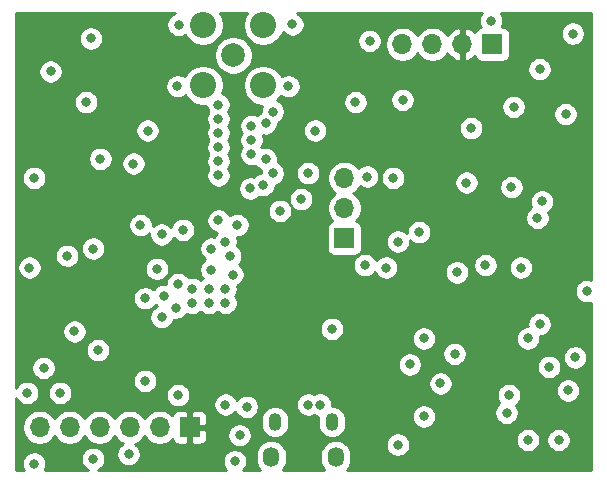
<source format=gbr>
%TF.GenerationSoftware,KiCad,Pcbnew,(5.1.10)-1*%
%TF.CreationDate,2022-03-06T21:17:49+00:00*%
%TF.ProjectId,main,6d61696e-2e6b-4696-9361-645f70636258,rev?*%
%TF.SameCoordinates,Original*%
%TF.FileFunction,Copper,L3,Inr*%
%TF.FilePolarity,Positive*%
%FSLAX46Y46*%
G04 Gerber Fmt 4.6, Leading zero omitted, Abs format (unit mm)*
G04 Created by KiCad (PCBNEW (5.1.10)-1) date 2022-03-06 21:17:49*
%MOMM*%
%LPD*%
G01*
G04 APERTURE LIST*
%TA.AperFunction,ComponentPad*%
%ADD10O,1.350000X1.700000*%
%TD*%
%TA.AperFunction,ComponentPad*%
%ADD11O,1.100000X1.500000*%
%TD*%
%TA.AperFunction,ComponentPad*%
%ADD12C,2.209800*%
%TD*%
%TA.AperFunction,ComponentPad*%
%ADD13C,2.006600*%
%TD*%
%TA.AperFunction,ComponentPad*%
%ADD14O,1.700000X1.700000*%
%TD*%
%TA.AperFunction,ComponentPad*%
%ADD15R,1.700000X1.700000*%
%TD*%
%TA.AperFunction,ViaPad*%
%ADD16C,0.800000*%
%TD*%
%TA.AperFunction,Conductor*%
%ADD17C,0.254000*%
%TD*%
%TA.AperFunction,Conductor*%
%ADD18C,0.100000*%
%TD*%
G04 APERTURE END LIST*
D10*
%TO.N,Net-(USB_PWR1-Pad6)*%
%TO.C,USB_PWR1*%
X171735000Y-143275000D03*
X166275000Y-143275000D03*
D11*
X171425000Y-140275000D03*
X166585000Y-140275000D03*
%TD*%
D12*
%TO.N,GND*%
%TO.C,J2*%
X165610000Y-106690000D03*
X165610000Y-111770000D03*
X160530000Y-111770000D03*
X160530000Y-106690000D03*
D13*
%TO.N,Net-(C8-Pad1)*%
X163070000Y-109230000D03*
%TD*%
D14*
%TO.N,I2C_SDA*%
%TO.C,J6*%
X177380000Y-108300000D03*
%TO.N,I2C_SCL*%
X179920000Y-108300000D03*
%TO.N,+3V3*%
X182460000Y-108300000D03*
D15*
%TO.N,GND*%
X185000000Y-108300000D03*
%TD*%
D14*
%TO.N,GND*%
%TO.C,J4*%
X172466000Y-119634000D03*
%TO.N,UART1_TX*%
X172466000Y-122174000D03*
D15*
%TO.N,UART1_RX*%
X172466000Y-124714000D03*
%TD*%
D14*
%TO.N,N/C*%
%TO.C,J1*%
X146655000Y-140725000D03*
%TO.N,RST*%
X149195000Y-140725000D03*
%TO.N,SWDIO*%
X151735000Y-140725000D03*
%TO.N,GND*%
X154275000Y-140725000D03*
%TO.N,SWCLK*%
X156815000Y-140725000D03*
D15*
%TO.N,+3V3*%
X159355000Y-140725000D03*
%TD*%
D16*
%TO.N,GND*%
X193000000Y-129200000D03*
X188000000Y-141800000D03*
X186400000Y-138000000D03*
X186200000Y-139500000D03*
X181800000Y-134500000D03*
X180600000Y-137000000D03*
X149600000Y-132600000D03*
X149000000Y-126200000D03*
X155200000Y-123600000D03*
X151800000Y-118000000D03*
X163400000Y-123600000D03*
X161800000Y-123200000D03*
X157000000Y-131400000D03*
X163200000Y-143600000D03*
X170400000Y-138800000D03*
X169400000Y-138800000D03*
X188800000Y-123000000D03*
X189200000Y-121600000D03*
X155600000Y-136800000D03*
X174400000Y-119500000D03*
X184900000Y-106300000D03*
X167720000Y-111850000D03*
X168070000Y-106610000D03*
X158430000Y-106650000D03*
X158330000Y-111850000D03*
X164500000Y-120500000D03*
X161800000Y-119400000D03*
X161800000Y-118200000D03*
X161800000Y-117000000D03*
X161800000Y-115800000D03*
X161800000Y-114600000D03*
X161800000Y-113400000D03*
X165600000Y-120200000D03*
X166400000Y-119200000D03*
X165800000Y-118000000D03*
X164600000Y-117600000D03*
X164600000Y-116400000D03*
X164600000Y-115200000D03*
X165800000Y-115000000D03*
X166400000Y-114000000D03*
X191400000Y-137600000D03*
X190600000Y-141800000D03*
X189800000Y-135600000D03*
X189000000Y-132000000D03*
X192000000Y-134800000D03*
X179200000Y-133200000D03*
X186600000Y-120400000D03*
X191200000Y-114200000D03*
X183200000Y-115400000D03*
X191800000Y-107400000D03*
X189000000Y-110400000D03*
X173400000Y-113200000D03*
X170000000Y-115600000D03*
X177400000Y-113000000D03*
X150600000Y-113200000D03*
X155800000Y-115600000D03*
X147600000Y-110600000D03*
X151000000Y-107800000D03*
X159600000Y-129000000D03*
X161000000Y-129000000D03*
X162400000Y-129000000D03*
X163000000Y-127800000D03*
X162800000Y-126200000D03*
X162400000Y-125000000D03*
X161200000Y-125600000D03*
X161200000Y-127400000D03*
X157200000Y-129600000D03*
X159600000Y-130200000D03*
X161000000Y-130200000D03*
X162400000Y-130200000D03*
X157000000Y-124400000D03*
X158800000Y-124000000D03*
X158400000Y-128600000D03*
X158200000Y-130600000D03*
X155600000Y-129800000D03*
X168800000Y-121400000D03*
X167000000Y-122400000D03*
X169400000Y-119200000D03*
X177000000Y-125000000D03*
X174200000Y-127000000D03*
X188000000Y-133200000D03*
X177000000Y-142200000D03*
X179200000Y-139800000D03*
X164200000Y-139000000D03*
X163600000Y-141400000D03*
X162400000Y-138800000D03*
X151200000Y-143400000D03*
X146200000Y-143800000D03*
X145600000Y-137800000D03*
X148400000Y-137800000D03*
X151600000Y-134200000D03*
X151200000Y-125600000D03*
X145800000Y-127200000D03*
X146200000Y-119600000D03*
X154600000Y-118400000D03*
X178000000Y-135400000D03*
X174600000Y-108000000D03*
X158400000Y-138000000D03*
X182000000Y-127600000D03*
X184400000Y-127000000D03*
X176000000Y-127200000D03*
X187400000Y-127200000D03*
X176600000Y-119600000D03*
X182800000Y-120000000D03*
X186800000Y-113600000D03*
X154200000Y-143000000D03*
%TO.N,+3V3*%
X186200000Y-134300000D03*
X154300000Y-136800000D03*
X182400000Y-106300000D03*
X171000000Y-127000000D03*
X170800000Y-134400000D03*
X151400000Y-137400000D03*
X191000000Y-129200000D03*
X192400000Y-120400000D03*
X161200000Y-141800000D03*
X158400000Y-143600000D03*
X155600000Y-131400000D03*
X186400000Y-136600000D03*
X186400000Y-135600000D03*
X180000000Y-141800000D03*
%TO.N,I2C_SDA*%
X171400000Y-132400000D03*
X178800000Y-124200000D03*
%TO.N,RST*%
X156600000Y-127300000D03*
X147000000Y-135700000D03*
%TD*%
D17*
%TO.N,+3V3*%
X157939744Y-105732795D02*
X157770226Y-105846063D01*
X157626063Y-105990226D01*
X157512795Y-106159744D01*
X157434774Y-106348102D01*
X157395000Y-106548061D01*
X157395000Y-106751939D01*
X157434774Y-106951898D01*
X157512795Y-107140256D01*
X157626063Y-107309774D01*
X157770226Y-107453937D01*
X157939744Y-107567205D01*
X158128102Y-107645226D01*
X158328061Y-107685000D01*
X158531939Y-107685000D01*
X158731898Y-107645226D01*
X158920256Y-107567205D01*
X158991681Y-107519481D01*
X159178531Y-107799122D01*
X159420878Y-108041469D01*
X159705848Y-108231880D01*
X160022490Y-108363037D01*
X160358635Y-108429900D01*
X160701365Y-108429900D01*
X161037510Y-108363037D01*
X161354152Y-108231880D01*
X161639122Y-108041469D01*
X161881469Y-107799122D01*
X162071880Y-107514152D01*
X162203037Y-107197510D01*
X162269900Y-106861365D01*
X162269900Y-106518635D01*
X162203037Y-106182490D01*
X162071880Y-105865848D01*
X161934337Y-105660000D01*
X164205663Y-105660000D01*
X164068120Y-105865848D01*
X163936963Y-106182490D01*
X163870100Y-106518635D01*
X163870100Y-106861365D01*
X163936963Y-107197510D01*
X164068120Y-107514152D01*
X164258531Y-107799122D01*
X164500878Y-108041469D01*
X164785848Y-108231880D01*
X165102490Y-108363037D01*
X165438635Y-108429900D01*
X165781365Y-108429900D01*
X166117510Y-108363037D01*
X166434152Y-108231880D01*
X166719122Y-108041469D01*
X166862530Y-107898061D01*
X173565000Y-107898061D01*
X173565000Y-108101939D01*
X173604774Y-108301898D01*
X173682795Y-108490256D01*
X173796063Y-108659774D01*
X173940226Y-108803937D01*
X174109744Y-108917205D01*
X174298102Y-108995226D01*
X174498061Y-109035000D01*
X174701939Y-109035000D01*
X174901898Y-108995226D01*
X175090256Y-108917205D01*
X175259774Y-108803937D01*
X175403937Y-108659774D01*
X175517205Y-108490256D01*
X175595226Y-108301898D01*
X175624696Y-108153740D01*
X175895000Y-108153740D01*
X175895000Y-108446260D01*
X175952068Y-108733158D01*
X176064010Y-109003411D01*
X176226525Y-109246632D01*
X176433368Y-109453475D01*
X176676589Y-109615990D01*
X176946842Y-109727932D01*
X177233740Y-109785000D01*
X177526260Y-109785000D01*
X177813158Y-109727932D01*
X178083411Y-109615990D01*
X178326632Y-109453475D01*
X178533475Y-109246632D01*
X178650000Y-109072240D01*
X178766525Y-109246632D01*
X178973368Y-109453475D01*
X179216589Y-109615990D01*
X179486842Y-109727932D01*
X179773740Y-109785000D01*
X180066260Y-109785000D01*
X180353158Y-109727932D01*
X180623411Y-109615990D01*
X180866632Y-109453475D01*
X181073475Y-109246632D01*
X181195195Y-109064466D01*
X181264822Y-109181355D01*
X181459731Y-109397588D01*
X181693080Y-109571641D01*
X181955901Y-109696825D01*
X182103110Y-109741476D01*
X182333000Y-109620155D01*
X182333000Y-108427000D01*
X182313000Y-108427000D01*
X182313000Y-108173000D01*
X182333000Y-108173000D01*
X182333000Y-106979845D01*
X182103110Y-106858524D01*
X181955901Y-106903175D01*
X181693080Y-107028359D01*
X181459731Y-107202412D01*
X181264822Y-107418645D01*
X181195195Y-107535534D01*
X181073475Y-107353368D01*
X180866632Y-107146525D01*
X180623411Y-106984010D01*
X180353158Y-106872068D01*
X180066260Y-106815000D01*
X179773740Y-106815000D01*
X179486842Y-106872068D01*
X179216589Y-106984010D01*
X178973368Y-107146525D01*
X178766525Y-107353368D01*
X178650000Y-107527760D01*
X178533475Y-107353368D01*
X178326632Y-107146525D01*
X178083411Y-106984010D01*
X177813158Y-106872068D01*
X177526260Y-106815000D01*
X177233740Y-106815000D01*
X176946842Y-106872068D01*
X176676589Y-106984010D01*
X176433368Y-107146525D01*
X176226525Y-107353368D01*
X176064010Y-107596589D01*
X175952068Y-107866842D01*
X175895000Y-108153740D01*
X175624696Y-108153740D01*
X175635000Y-108101939D01*
X175635000Y-107898061D01*
X175595226Y-107698102D01*
X175517205Y-107509744D01*
X175403937Y-107340226D01*
X175259774Y-107196063D01*
X175090256Y-107082795D01*
X174901898Y-107004774D01*
X174701939Y-106965000D01*
X174498061Y-106965000D01*
X174298102Y-107004774D01*
X174109744Y-107082795D01*
X173940226Y-107196063D01*
X173796063Y-107340226D01*
X173682795Y-107509744D01*
X173604774Y-107698102D01*
X173565000Y-107898061D01*
X166862530Y-107898061D01*
X166961469Y-107799122D01*
X167151880Y-107514152D01*
X167258063Y-107257802D01*
X167266063Y-107269774D01*
X167410226Y-107413937D01*
X167579744Y-107527205D01*
X167768102Y-107605226D01*
X167968061Y-107645000D01*
X168171939Y-107645000D01*
X168371898Y-107605226D01*
X168560256Y-107527205D01*
X168729774Y-107413937D01*
X168873937Y-107269774D01*
X168987205Y-107100256D01*
X169065226Y-106911898D01*
X169105000Y-106711939D01*
X169105000Y-106508061D01*
X169065226Y-106308102D01*
X168987205Y-106119744D01*
X168873937Y-105950226D01*
X168729774Y-105806063D01*
X168560256Y-105692795D01*
X168481082Y-105660000D01*
X184082850Y-105660000D01*
X183982795Y-105809744D01*
X183904774Y-105998102D01*
X183865000Y-106198061D01*
X183865000Y-106401939D01*
X183904774Y-106601898D01*
X183982795Y-106790256D01*
X184008847Y-106829245D01*
X183905820Y-106860498D01*
X183795506Y-106919463D01*
X183698815Y-106998815D01*
X183619463Y-107095506D01*
X183560498Y-107205820D01*
X183536034Y-107286466D01*
X183460269Y-107202412D01*
X183226920Y-107028359D01*
X182964099Y-106903175D01*
X182816890Y-106858524D01*
X182587000Y-106979845D01*
X182587000Y-108173000D01*
X182607000Y-108173000D01*
X182607000Y-108427000D01*
X182587000Y-108427000D01*
X182587000Y-109620155D01*
X182816890Y-109741476D01*
X182964099Y-109696825D01*
X183226920Y-109571641D01*
X183460269Y-109397588D01*
X183536034Y-109313534D01*
X183560498Y-109394180D01*
X183619463Y-109504494D01*
X183698815Y-109601185D01*
X183795506Y-109680537D01*
X183905820Y-109739502D01*
X184025518Y-109775812D01*
X184150000Y-109788072D01*
X185850000Y-109788072D01*
X185974482Y-109775812D01*
X186094180Y-109739502D01*
X186204494Y-109680537D01*
X186301185Y-109601185D01*
X186380537Y-109504494D01*
X186439502Y-109394180D01*
X186475812Y-109274482D01*
X186488072Y-109150000D01*
X186488072Y-107450000D01*
X186475812Y-107325518D01*
X186467484Y-107298061D01*
X190765000Y-107298061D01*
X190765000Y-107501939D01*
X190804774Y-107701898D01*
X190882795Y-107890256D01*
X190996063Y-108059774D01*
X191140226Y-108203937D01*
X191309744Y-108317205D01*
X191498102Y-108395226D01*
X191698061Y-108435000D01*
X191901939Y-108435000D01*
X192101898Y-108395226D01*
X192290256Y-108317205D01*
X192459774Y-108203937D01*
X192603937Y-108059774D01*
X192717205Y-107890256D01*
X192795226Y-107701898D01*
X192835000Y-107501939D01*
X192835000Y-107298061D01*
X192795226Y-107098102D01*
X192717205Y-106909744D01*
X192603937Y-106740226D01*
X192459774Y-106596063D01*
X192290256Y-106482795D01*
X192101898Y-106404774D01*
X191901939Y-106365000D01*
X191698061Y-106365000D01*
X191498102Y-106404774D01*
X191309744Y-106482795D01*
X191140226Y-106596063D01*
X190996063Y-106740226D01*
X190882795Y-106909744D01*
X190804774Y-107098102D01*
X190765000Y-107298061D01*
X186467484Y-107298061D01*
X186439502Y-107205820D01*
X186380537Y-107095506D01*
X186301185Y-106998815D01*
X186204494Y-106919463D01*
X186094180Y-106860498D01*
X185974482Y-106824188D01*
X185850000Y-106811928D01*
X185802724Y-106811928D01*
X185817205Y-106790256D01*
X185895226Y-106601898D01*
X185935000Y-106401939D01*
X185935000Y-106198061D01*
X185895226Y-105998102D01*
X185817205Y-105809744D01*
X185717150Y-105660000D01*
X193340000Y-105660000D01*
X193340001Y-128220557D01*
X193301898Y-128204774D01*
X193101939Y-128165000D01*
X192898061Y-128165000D01*
X192698102Y-128204774D01*
X192509744Y-128282795D01*
X192340226Y-128396063D01*
X192196063Y-128540226D01*
X192082795Y-128709744D01*
X192004774Y-128898102D01*
X191965000Y-129098061D01*
X191965000Y-129301939D01*
X192004774Y-129501898D01*
X192082795Y-129690256D01*
X192196063Y-129859774D01*
X192340226Y-130003937D01*
X192509744Y-130117205D01*
X192698102Y-130195226D01*
X192898061Y-130235000D01*
X193101939Y-130235000D01*
X193301898Y-130195226D01*
X193340001Y-130179443D01*
X193340001Y-144340000D01*
X172699269Y-144340000D01*
X172829495Y-144181318D01*
X172951138Y-143953740D01*
X173026045Y-143706804D01*
X173045000Y-143514350D01*
X173045000Y-143035649D01*
X173026045Y-142843195D01*
X172951138Y-142596259D01*
X172829495Y-142368682D01*
X172665792Y-142169208D01*
X172579099Y-142098061D01*
X175965000Y-142098061D01*
X175965000Y-142301939D01*
X176004774Y-142501898D01*
X176082795Y-142690256D01*
X176196063Y-142859774D01*
X176340226Y-143003937D01*
X176509744Y-143117205D01*
X176698102Y-143195226D01*
X176898061Y-143235000D01*
X177101939Y-143235000D01*
X177301898Y-143195226D01*
X177490256Y-143117205D01*
X177659774Y-143003937D01*
X177803937Y-142859774D01*
X177917205Y-142690256D01*
X177995226Y-142501898D01*
X178035000Y-142301939D01*
X178035000Y-142098061D01*
X177995226Y-141898102D01*
X177917205Y-141709744D01*
X177909399Y-141698061D01*
X186965000Y-141698061D01*
X186965000Y-141901939D01*
X187004774Y-142101898D01*
X187082795Y-142290256D01*
X187196063Y-142459774D01*
X187340226Y-142603937D01*
X187509744Y-142717205D01*
X187698102Y-142795226D01*
X187898061Y-142835000D01*
X188101939Y-142835000D01*
X188301898Y-142795226D01*
X188490256Y-142717205D01*
X188659774Y-142603937D01*
X188803937Y-142459774D01*
X188917205Y-142290256D01*
X188995226Y-142101898D01*
X189035000Y-141901939D01*
X189035000Y-141698061D01*
X189565000Y-141698061D01*
X189565000Y-141901939D01*
X189604774Y-142101898D01*
X189682795Y-142290256D01*
X189796063Y-142459774D01*
X189940226Y-142603937D01*
X190109744Y-142717205D01*
X190298102Y-142795226D01*
X190498061Y-142835000D01*
X190701939Y-142835000D01*
X190901898Y-142795226D01*
X191090256Y-142717205D01*
X191259774Y-142603937D01*
X191403937Y-142459774D01*
X191517205Y-142290256D01*
X191595226Y-142101898D01*
X191635000Y-141901939D01*
X191635000Y-141698061D01*
X191595226Y-141498102D01*
X191517205Y-141309744D01*
X191403937Y-141140226D01*
X191259774Y-140996063D01*
X191090256Y-140882795D01*
X190901898Y-140804774D01*
X190701939Y-140765000D01*
X190498061Y-140765000D01*
X190298102Y-140804774D01*
X190109744Y-140882795D01*
X189940226Y-140996063D01*
X189796063Y-141140226D01*
X189682795Y-141309744D01*
X189604774Y-141498102D01*
X189565000Y-141698061D01*
X189035000Y-141698061D01*
X188995226Y-141498102D01*
X188917205Y-141309744D01*
X188803937Y-141140226D01*
X188659774Y-140996063D01*
X188490256Y-140882795D01*
X188301898Y-140804774D01*
X188101939Y-140765000D01*
X187898061Y-140765000D01*
X187698102Y-140804774D01*
X187509744Y-140882795D01*
X187340226Y-140996063D01*
X187196063Y-141140226D01*
X187082795Y-141309744D01*
X187004774Y-141498102D01*
X186965000Y-141698061D01*
X177909399Y-141698061D01*
X177803937Y-141540226D01*
X177659774Y-141396063D01*
X177490256Y-141282795D01*
X177301898Y-141204774D01*
X177101939Y-141165000D01*
X176898061Y-141165000D01*
X176698102Y-141204774D01*
X176509744Y-141282795D01*
X176340226Y-141396063D01*
X176196063Y-141540226D01*
X176082795Y-141709744D01*
X176004774Y-141898102D01*
X175965000Y-142098061D01*
X172579099Y-142098061D01*
X172466317Y-142005505D01*
X172238740Y-141883862D01*
X171991804Y-141808955D01*
X171735000Y-141783662D01*
X171478195Y-141808955D01*
X171231259Y-141883862D01*
X171003682Y-142005505D01*
X170804208Y-142169208D01*
X170640505Y-142368683D01*
X170518862Y-142596260D01*
X170443955Y-142843196D01*
X170425000Y-143035650D01*
X170425000Y-143514351D01*
X170443955Y-143706805D01*
X170518862Y-143953741D01*
X170640505Y-144181318D01*
X170770732Y-144340000D01*
X167239269Y-144340000D01*
X167369495Y-144181318D01*
X167491138Y-143953740D01*
X167566045Y-143706804D01*
X167585000Y-143514350D01*
X167585000Y-143035649D01*
X167566045Y-142843195D01*
X167491138Y-142596259D01*
X167369495Y-142368682D01*
X167205792Y-142169208D01*
X167006317Y-142005505D01*
X166778740Y-141883862D01*
X166531804Y-141808955D01*
X166275000Y-141783662D01*
X166018195Y-141808955D01*
X165771259Y-141883862D01*
X165543682Y-142005505D01*
X165344208Y-142169208D01*
X165180505Y-142368683D01*
X165058862Y-142596260D01*
X164983955Y-142843196D01*
X164965000Y-143035650D01*
X164965000Y-143514351D01*
X164983955Y-143706805D01*
X165058862Y-143953741D01*
X165180505Y-144181318D01*
X165310732Y-144340000D01*
X163923711Y-144340000D01*
X164003937Y-144259774D01*
X164117205Y-144090256D01*
X164195226Y-143901898D01*
X164235000Y-143701939D01*
X164235000Y-143498061D01*
X164195226Y-143298102D01*
X164117205Y-143109744D01*
X164003937Y-142940226D01*
X163859774Y-142796063D01*
X163690256Y-142682795D01*
X163501898Y-142604774D01*
X163301939Y-142565000D01*
X163098061Y-142565000D01*
X162898102Y-142604774D01*
X162709744Y-142682795D01*
X162540226Y-142796063D01*
X162396063Y-142940226D01*
X162282795Y-143109744D01*
X162204774Y-143298102D01*
X162165000Y-143498061D01*
X162165000Y-143701939D01*
X162204774Y-143901898D01*
X162282795Y-144090256D01*
X162396063Y-144259774D01*
X162476289Y-144340000D01*
X151635224Y-144340000D01*
X151690256Y-144317205D01*
X151859774Y-144203937D01*
X152003937Y-144059774D01*
X152117205Y-143890256D01*
X152195226Y-143701898D01*
X152235000Y-143501939D01*
X152235000Y-143298061D01*
X152195226Y-143098102D01*
X152117205Y-142909744D01*
X152003937Y-142740226D01*
X151859774Y-142596063D01*
X151690256Y-142482795D01*
X151501898Y-142404774D01*
X151301939Y-142365000D01*
X151098061Y-142365000D01*
X150898102Y-142404774D01*
X150709744Y-142482795D01*
X150540226Y-142596063D01*
X150396063Y-142740226D01*
X150282795Y-142909744D01*
X150204774Y-143098102D01*
X150165000Y-143298061D01*
X150165000Y-143501939D01*
X150204774Y-143701898D01*
X150282795Y-143890256D01*
X150396063Y-144059774D01*
X150540226Y-144203937D01*
X150709744Y-144317205D01*
X150764776Y-144340000D01*
X147083967Y-144340000D01*
X147117205Y-144290256D01*
X147195226Y-144101898D01*
X147235000Y-143901939D01*
X147235000Y-143698061D01*
X147195226Y-143498102D01*
X147117205Y-143309744D01*
X147003937Y-143140226D01*
X146859774Y-142996063D01*
X146690256Y-142882795D01*
X146501898Y-142804774D01*
X146301939Y-142765000D01*
X146098061Y-142765000D01*
X145898102Y-142804774D01*
X145709744Y-142882795D01*
X145540226Y-142996063D01*
X145396063Y-143140226D01*
X145282795Y-143309744D01*
X145204774Y-143498102D01*
X145165000Y-143698061D01*
X145165000Y-143901939D01*
X145204774Y-144101898D01*
X145282795Y-144290256D01*
X145316033Y-144340000D01*
X144660000Y-144340000D01*
X144660000Y-140578740D01*
X145170000Y-140578740D01*
X145170000Y-140871260D01*
X145227068Y-141158158D01*
X145339010Y-141428411D01*
X145501525Y-141671632D01*
X145708368Y-141878475D01*
X145951589Y-142040990D01*
X146221842Y-142152932D01*
X146508740Y-142210000D01*
X146801260Y-142210000D01*
X147088158Y-142152932D01*
X147358411Y-142040990D01*
X147601632Y-141878475D01*
X147808475Y-141671632D01*
X147925000Y-141497240D01*
X148041525Y-141671632D01*
X148248368Y-141878475D01*
X148491589Y-142040990D01*
X148761842Y-142152932D01*
X149048740Y-142210000D01*
X149341260Y-142210000D01*
X149628158Y-142152932D01*
X149898411Y-142040990D01*
X150141632Y-141878475D01*
X150348475Y-141671632D01*
X150465000Y-141497240D01*
X150581525Y-141671632D01*
X150788368Y-141878475D01*
X151031589Y-142040990D01*
X151301842Y-142152932D01*
X151588740Y-142210000D01*
X151881260Y-142210000D01*
X152168158Y-142152932D01*
X152438411Y-142040990D01*
X152681632Y-141878475D01*
X152888475Y-141671632D01*
X153005000Y-141497240D01*
X153121525Y-141671632D01*
X153328368Y-141878475D01*
X153571589Y-142040990D01*
X153695497Y-142092314D01*
X153540226Y-142196063D01*
X153396063Y-142340226D01*
X153282795Y-142509744D01*
X153204774Y-142698102D01*
X153165000Y-142898061D01*
X153165000Y-143101939D01*
X153204774Y-143301898D01*
X153282795Y-143490256D01*
X153396063Y-143659774D01*
X153540226Y-143803937D01*
X153709744Y-143917205D01*
X153898102Y-143995226D01*
X154098061Y-144035000D01*
X154301939Y-144035000D01*
X154501898Y-143995226D01*
X154690256Y-143917205D01*
X154859774Y-143803937D01*
X155003937Y-143659774D01*
X155117205Y-143490256D01*
X155195226Y-143301898D01*
X155235000Y-143101939D01*
X155235000Y-142898061D01*
X155195226Y-142698102D01*
X155117205Y-142509744D01*
X155003937Y-142340226D01*
X154859774Y-142196063D01*
X154761905Y-142130669D01*
X154978411Y-142040990D01*
X155221632Y-141878475D01*
X155428475Y-141671632D01*
X155545000Y-141497240D01*
X155661525Y-141671632D01*
X155868368Y-141878475D01*
X156111589Y-142040990D01*
X156381842Y-142152932D01*
X156668740Y-142210000D01*
X156961260Y-142210000D01*
X157248158Y-142152932D01*
X157518411Y-142040990D01*
X157761632Y-141878475D01*
X157893487Y-141746620D01*
X157915498Y-141819180D01*
X157974463Y-141929494D01*
X158053815Y-142026185D01*
X158150506Y-142105537D01*
X158260820Y-142164502D01*
X158380518Y-142200812D01*
X158505000Y-142213072D01*
X159069250Y-142210000D01*
X159228000Y-142051250D01*
X159228000Y-140852000D01*
X159482000Y-140852000D01*
X159482000Y-142051250D01*
X159640750Y-142210000D01*
X160205000Y-142213072D01*
X160329482Y-142200812D01*
X160449180Y-142164502D01*
X160559494Y-142105537D01*
X160656185Y-142026185D01*
X160735537Y-141929494D01*
X160794502Y-141819180D01*
X160830812Y-141699482D01*
X160843072Y-141575000D01*
X160841565Y-141298061D01*
X162565000Y-141298061D01*
X162565000Y-141501939D01*
X162604774Y-141701898D01*
X162682795Y-141890256D01*
X162796063Y-142059774D01*
X162940226Y-142203937D01*
X163109744Y-142317205D01*
X163298102Y-142395226D01*
X163498061Y-142435000D01*
X163701939Y-142435000D01*
X163901898Y-142395226D01*
X164090256Y-142317205D01*
X164259774Y-142203937D01*
X164403937Y-142059774D01*
X164517205Y-141890256D01*
X164595226Y-141701898D01*
X164635000Y-141501939D01*
X164635000Y-141298061D01*
X164595226Y-141098102D01*
X164517205Y-140909744D01*
X164403937Y-140740226D01*
X164259774Y-140596063D01*
X164090256Y-140482795D01*
X163901898Y-140404774D01*
X163701939Y-140365000D01*
X163498061Y-140365000D01*
X163298102Y-140404774D01*
X163109744Y-140482795D01*
X162940226Y-140596063D01*
X162796063Y-140740226D01*
X162682795Y-140909744D01*
X162604774Y-141098102D01*
X162565000Y-141298061D01*
X160841565Y-141298061D01*
X160840000Y-141010750D01*
X160681250Y-140852000D01*
X159482000Y-140852000D01*
X159228000Y-140852000D01*
X159208000Y-140852000D01*
X159208000Y-140598000D01*
X159228000Y-140598000D01*
X159228000Y-139398750D01*
X159482000Y-139398750D01*
X159482000Y-140598000D01*
X160681250Y-140598000D01*
X160840000Y-140439250D01*
X160843072Y-139875000D01*
X160830812Y-139750518D01*
X160794502Y-139630820D01*
X160735537Y-139520506D01*
X160656185Y-139423815D01*
X160559494Y-139344463D01*
X160449180Y-139285498D01*
X160329482Y-139249188D01*
X160205000Y-139236928D01*
X159640750Y-139240000D01*
X159482000Y-139398750D01*
X159228000Y-139398750D01*
X159069250Y-139240000D01*
X158505000Y-139236928D01*
X158380518Y-139249188D01*
X158260820Y-139285498D01*
X158150506Y-139344463D01*
X158053815Y-139423815D01*
X157974463Y-139520506D01*
X157915498Y-139630820D01*
X157893487Y-139703380D01*
X157761632Y-139571525D01*
X157518411Y-139409010D01*
X157248158Y-139297068D01*
X156961260Y-139240000D01*
X156668740Y-139240000D01*
X156381842Y-139297068D01*
X156111589Y-139409010D01*
X155868368Y-139571525D01*
X155661525Y-139778368D01*
X155545000Y-139952760D01*
X155428475Y-139778368D01*
X155221632Y-139571525D01*
X154978411Y-139409010D01*
X154708158Y-139297068D01*
X154421260Y-139240000D01*
X154128740Y-139240000D01*
X153841842Y-139297068D01*
X153571589Y-139409010D01*
X153328368Y-139571525D01*
X153121525Y-139778368D01*
X153005000Y-139952760D01*
X152888475Y-139778368D01*
X152681632Y-139571525D01*
X152438411Y-139409010D01*
X152168158Y-139297068D01*
X151881260Y-139240000D01*
X151588740Y-139240000D01*
X151301842Y-139297068D01*
X151031589Y-139409010D01*
X150788368Y-139571525D01*
X150581525Y-139778368D01*
X150465000Y-139952760D01*
X150348475Y-139778368D01*
X150141632Y-139571525D01*
X149898411Y-139409010D01*
X149628158Y-139297068D01*
X149341260Y-139240000D01*
X149048740Y-139240000D01*
X148761842Y-139297068D01*
X148491589Y-139409010D01*
X148248368Y-139571525D01*
X148041525Y-139778368D01*
X147925000Y-139952760D01*
X147808475Y-139778368D01*
X147601632Y-139571525D01*
X147358411Y-139409010D01*
X147088158Y-139297068D01*
X146801260Y-139240000D01*
X146508740Y-139240000D01*
X146221842Y-139297068D01*
X145951589Y-139409010D01*
X145708368Y-139571525D01*
X145501525Y-139778368D01*
X145339010Y-140021589D01*
X145227068Y-140291842D01*
X145170000Y-140578740D01*
X144660000Y-140578740D01*
X144660000Y-138235224D01*
X144682795Y-138290256D01*
X144796063Y-138459774D01*
X144940226Y-138603937D01*
X145109744Y-138717205D01*
X145298102Y-138795226D01*
X145498061Y-138835000D01*
X145701939Y-138835000D01*
X145901898Y-138795226D01*
X146090256Y-138717205D01*
X146259774Y-138603937D01*
X146403937Y-138459774D01*
X146517205Y-138290256D01*
X146595226Y-138101898D01*
X146635000Y-137901939D01*
X146635000Y-137698061D01*
X147365000Y-137698061D01*
X147365000Y-137901939D01*
X147404774Y-138101898D01*
X147482795Y-138290256D01*
X147596063Y-138459774D01*
X147740226Y-138603937D01*
X147909744Y-138717205D01*
X148098102Y-138795226D01*
X148298061Y-138835000D01*
X148501939Y-138835000D01*
X148701898Y-138795226D01*
X148890256Y-138717205D01*
X149059774Y-138603937D01*
X149203937Y-138459774D01*
X149317205Y-138290256D01*
X149395226Y-138101898D01*
X149435000Y-137901939D01*
X149435000Y-137898061D01*
X157365000Y-137898061D01*
X157365000Y-138101939D01*
X157404774Y-138301898D01*
X157482795Y-138490256D01*
X157596063Y-138659774D01*
X157740226Y-138803937D01*
X157909744Y-138917205D01*
X158098102Y-138995226D01*
X158298061Y-139035000D01*
X158501939Y-139035000D01*
X158701898Y-138995226D01*
X158890256Y-138917205D01*
X159059774Y-138803937D01*
X159165650Y-138698061D01*
X161365000Y-138698061D01*
X161365000Y-138901939D01*
X161404774Y-139101898D01*
X161482795Y-139290256D01*
X161596063Y-139459774D01*
X161740226Y-139603937D01*
X161909744Y-139717205D01*
X162098102Y-139795226D01*
X162298061Y-139835000D01*
X162501939Y-139835000D01*
X162701898Y-139795226D01*
X162890256Y-139717205D01*
X163059774Y-139603937D01*
X163203937Y-139459774D01*
X163244823Y-139398584D01*
X163282795Y-139490256D01*
X163396063Y-139659774D01*
X163540226Y-139803937D01*
X163709744Y-139917205D01*
X163898102Y-139995226D01*
X164098061Y-140035000D01*
X164301939Y-140035000D01*
X164393467Y-140016794D01*
X165400000Y-140016794D01*
X165400000Y-140533207D01*
X165417147Y-140707300D01*
X165484906Y-140930674D01*
X165594943Y-141136536D01*
X165743026Y-141316975D01*
X165923465Y-141465058D01*
X166129327Y-141575094D01*
X166352701Y-141642853D01*
X166585000Y-141665733D01*
X166817300Y-141642853D01*
X167040674Y-141575094D01*
X167246536Y-141465058D01*
X167426975Y-141316975D01*
X167575058Y-141136536D01*
X167685094Y-140930673D01*
X167752853Y-140707299D01*
X167770000Y-140533206D01*
X167770000Y-140016793D01*
X167752853Y-139842700D01*
X167685094Y-139619326D01*
X167575058Y-139413464D01*
X167426975Y-139233025D01*
X167246535Y-139084942D01*
X167040673Y-138974906D01*
X166817299Y-138907147D01*
X166585000Y-138884267D01*
X166352700Y-138907147D01*
X166129326Y-138974906D01*
X165923464Y-139084942D01*
X165743025Y-139233025D01*
X165594942Y-139413465D01*
X165484906Y-139619327D01*
X165417147Y-139842701D01*
X165400000Y-140016794D01*
X164393467Y-140016794D01*
X164501898Y-139995226D01*
X164690256Y-139917205D01*
X164859774Y-139803937D01*
X165003937Y-139659774D01*
X165117205Y-139490256D01*
X165195226Y-139301898D01*
X165235000Y-139101939D01*
X165235000Y-138898061D01*
X165195226Y-138698102D01*
X165195210Y-138698061D01*
X168365000Y-138698061D01*
X168365000Y-138901939D01*
X168404774Y-139101898D01*
X168482795Y-139290256D01*
X168596063Y-139459774D01*
X168740226Y-139603937D01*
X168909744Y-139717205D01*
X169098102Y-139795226D01*
X169298061Y-139835000D01*
X169501939Y-139835000D01*
X169701898Y-139795226D01*
X169890256Y-139717205D01*
X169900000Y-139710694D01*
X169909744Y-139717205D01*
X170098102Y-139795226D01*
X170261678Y-139827763D01*
X170257147Y-139842701D01*
X170240000Y-140016794D01*
X170240000Y-140533207D01*
X170257147Y-140707300D01*
X170324906Y-140930674D01*
X170434943Y-141136536D01*
X170583026Y-141316975D01*
X170763465Y-141465058D01*
X170969327Y-141575094D01*
X171192701Y-141642853D01*
X171425000Y-141665733D01*
X171657300Y-141642853D01*
X171880674Y-141575094D01*
X172086536Y-141465058D01*
X172266975Y-141316975D01*
X172415058Y-141136536D01*
X172525094Y-140930673D01*
X172592853Y-140707299D01*
X172610000Y-140533206D01*
X172610000Y-140016793D01*
X172592853Y-139842700D01*
X172548978Y-139698061D01*
X178165000Y-139698061D01*
X178165000Y-139901939D01*
X178204774Y-140101898D01*
X178282795Y-140290256D01*
X178396063Y-140459774D01*
X178540226Y-140603937D01*
X178709744Y-140717205D01*
X178898102Y-140795226D01*
X179098061Y-140835000D01*
X179301939Y-140835000D01*
X179501898Y-140795226D01*
X179690256Y-140717205D01*
X179859774Y-140603937D01*
X180003937Y-140459774D01*
X180117205Y-140290256D01*
X180195226Y-140101898D01*
X180235000Y-139901939D01*
X180235000Y-139698061D01*
X180195226Y-139498102D01*
X180153788Y-139398061D01*
X185165000Y-139398061D01*
X185165000Y-139601939D01*
X185204774Y-139801898D01*
X185282795Y-139990256D01*
X185396063Y-140159774D01*
X185540226Y-140303937D01*
X185709744Y-140417205D01*
X185898102Y-140495226D01*
X186098061Y-140535000D01*
X186301939Y-140535000D01*
X186501898Y-140495226D01*
X186690256Y-140417205D01*
X186859774Y-140303937D01*
X187003937Y-140159774D01*
X187117205Y-139990256D01*
X187195226Y-139801898D01*
X187235000Y-139601939D01*
X187235000Y-139398061D01*
X187195226Y-139198102D01*
X187117205Y-139009744D01*
X187004408Y-138840931D01*
X187059774Y-138803937D01*
X187203937Y-138659774D01*
X187317205Y-138490256D01*
X187395226Y-138301898D01*
X187435000Y-138101939D01*
X187435000Y-137898061D01*
X187395226Y-137698102D01*
X187317205Y-137509744D01*
X187309399Y-137498061D01*
X190365000Y-137498061D01*
X190365000Y-137701939D01*
X190404774Y-137901898D01*
X190482795Y-138090256D01*
X190596063Y-138259774D01*
X190740226Y-138403937D01*
X190909744Y-138517205D01*
X191098102Y-138595226D01*
X191298061Y-138635000D01*
X191501939Y-138635000D01*
X191701898Y-138595226D01*
X191890256Y-138517205D01*
X192059774Y-138403937D01*
X192203937Y-138259774D01*
X192317205Y-138090256D01*
X192395226Y-137901898D01*
X192435000Y-137701939D01*
X192435000Y-137498061D01*
X192395226Y-137298102D01*
X192317205Y-137109744D01*
X192203937Y-136940226D01*
X192059774Y-136796063D01*
X191890256Y-136682795D01*
X191701898Y-136604774D01*
X191501939Y-136565000D01*
X191298061Y-136565000D01*
X191098102Y-136604774D01*
X190909744Y-136682795D01*
X190740226Y-136796063D01*
X190596063Y-136940226D01*
X190482795Y-137109744D01*
X190404774Y-137298102D01*
X190365000Y-137498061D01*
X187309399Y-137498061D01*
X187203937Y-137340226D01*
X187059774Y-137196063D01*
X186890256Y-137082795D01*
X186701898Y-137004774D01*
X186501939Y-136965000D01*
X186298061Y-136965000D01*
X186098102Y-137004774D01*
X185909744Y-137082795D01*
X185740226Y-137196063D01*
X185596063Y-137340226D01*
X185482795Y-137509744D01*
X185404774Y-137698102D01*
X185365000Y-137898061D01*
X185365000Y-138101939D01*
X185404774Y-138301898D01*
X185482795Y-138490256D01*
X185595592Y-138659069D01*
X185540226Y-138696063D01*
X185396063Y-138840226D01*
X185282795Y-139009744D01*
X185204774Y-139198102D01*
X185165000Y-139398061D01*
X180153788Y-139398061D01*
X180117205Y-139309744D01*
X180003937Y-139140226D01*
X179859774Y-138996063D01*
X179690256Y-138882795D01*
X179501898Y-138804774D01*
X179301939Y-138765000D01*
X179098061Y-138765000D01*
X178898102Y-138804774D01*
X178709744Y-138882795D01*
X178540226Y-138996063D01*
X178396063Y-139140226D01*
X178282795Y-139309744D01*
X178204774Y-139498102D01*
X178165000Y-139698061D01*
X172548978Y-139698061D01*
X172525094Y-139619326D01*
X172415058Y-139413464D01*
X172266975Y-139233025D01*
X172086535Y-139084942D01*
X171880673Y-138974906D01*
X171657299Y-138907147D01*
X171435000Y-138885252D01*
X171435000Y-138698061D01*
X171395226Y-138498102D01*
X171317205Y-138309744D01*
X171203937Y-138140226D01*
X171059774Y-137996063D01*
X170890256Y-137882795D01*
X170701898Y-137804774D01*
X170501939Y-137765000D01*
X170298061Y-137765000D01*
X170098102Y-137804774D01*
X169909744Y-137882795D01*
X169900000Y-137889306D01*
X169890256Y-137882795D01*
X169701898Y-137804774D01*
X169501939Y-137765000D01*
X169298061Y-137765000D01*
X169098102Y-137804774D01*
X168909744Y-137882795D01*
X168740226Y-137996063D01*
X168596063Y-138140226D01*
X168482795Y-138309744D01*
X168404774Y-138498102D01*
X168365000Y-138698061D01*
X165195210Y-138698061D01*
X165117205Y-138509744D01*
X165003937Y-138340226D01*
X164859774Y-138196063D01*
X164690256Y-138082795D01*
X164501898Y-138004774D01*
X164301939Y-137965000D01*
X164098061Y-137965000D01*
X163898102Y-138004774D01*
X163709744Y-138082795D01*
X163540226Y-138196063D01*
X163396063Y-138340226D01*
X163355177Y-138401416D01*
X163317205Y-138309744D01*
X163203937Y-138140226D01*
X163059774Y-137996063D01*
X162890256Y-137882795D01*
X162701898Y-137804774D01*
X162501939Y-137765000D01*
X162298061Y-137765000D01*
X162098102Y-137804774D01*
X161909744Y-137882795D01*
X161740226Y-137996063D01*
X161596063Y-138140226D01*
X161482795Y-138309744D01*
X161404774Y-138498102D01*
X161365000Y-138698061D01*
X159165650Y-138698061D01*
X159203937Y-138659774D01*
X159317205Y-138490256D01*
X159395226Y-138301898D01*
X159435000Y-138101939D01*
X159435000Y-137898061D01*
X159395226Y-137698102D01*
X159317205Y-137509744D01*
X159203937Y-137340226D01*
X159059774Y-137196063D01*
X158890256Y-137082795D01*
X158701898Y-137004774D01*
X158501939Y-136965000D01*
X158298061Y-136965000D01*
X158098102Y-137004774D01*
X157909744Y-137082795D01*
X157740226Y-137196063D01*
X157596063Y-137340226D01*
X157482795Y-137509744D01*
X157404774Y-137698102D01*
X157365000Y-137898061D01*
X149435000Y-137898061D01*
X149435000Y-137698061D01*
X149395226Y-137498102D01*
X149317205Y-137309744D01*
X149203937Y-137140226D01*
X149059774Y-136996063D01*
X148890256Y-136882795D01*
X148701898Y-136804774D01*
X148501939Y-136765000D01*
X148298061Y-136765000D01*
X148098102Y-136804774D01*
X147909744Y-136882795D01*
X147740226Y-136996063D01*
X147596063Y-137140226D01*
X147482795Y-137309744D01*
X147404774Y-137498102D01*
X147365000Y-137698061D01*
X146635000Y-137698061D01*
X146595226Y-137498102D01*
X146517205Y-137309744D01*
X146403937Y-137140226D01*
X146259774Y-136996063D01*
X146090256Y-136882795D01*
X145901898Y-136804774D01*
X145701939Y-136765000D01*
X145498061Y-136765000D01*
X145298102Y-136804774D01*
X145109744Y-136882795D01*
X144940226Y-136996063D01*
X144796063Y-137140226D01*
X144682795Y-137309744D01*
X144660000Y-137364776D01*
X144660000Y-135598061D01*
X145965000Y-135598061D01*
X145965000Y-135801939D01*
X146004774Y-136001898D01*
X146082795Y-136190256D01*
X146196063Y-136359774D01*
X146340226Y-136503937D01*
X146509744Y-136617205D01*
X146698102Y-136695226D01*
X146898061Y-136735000D01*
X147101939Y-136735000D01*
X147287645Y-136698061D01*
X154565000Y-136698061D01*
X154565000Y-136901939D01*
X154604774Y-137101898D01*
X154682795Y-137290256D01*
X154796063Y-137459774D01*
X154940226Y-137603937D01*
X155109744Y-137717205D01*
X155298102Y-137795226D01*
X155498061Y-137835000D01*
X155701939Y-137835000D01*
X155901898Y-137795226D01*
X156090256Y-137717205D01*
X156259774Y-137603937D01*
X156403937Y-137459774D01*
X156517205Y-137290256D01*
X156595226Y-137101898D01*
X156635000Y-136901939D01*
X156635000Y-136898061D01*
X179565000Y-136898061D01*
X179565000Y-137101939D01*
X179604774Y-137301898D01*
X179682795Y-137490256D01*
X179796063Y-137659774D01*
X179940226Y-137803937D01*
X180109744Y-137917205D01*
X180298102Y-137995226D01*
X180498061Y-138035000D01*
X180701939Y-138035000D01*
X180901898Y-137995226D01*
X181090256Y-137917205D01*
X181259774Y-137803937D01*
X181403937Y-137659774D01*
X181517205Y-137490256D01*
X181595226Y-137301898D01*
X181635000Y-137101939D01*
X181635000Y-136898061D01*
X181595226Y-136698102D01*
X181517205Y-136509744D01*
X181403937Y-136340226D01*
X181259774Y-136196063D01*
X181090256Y-136082795D01*
X180901898Y-136004774D01*
X180701939Y-135965000D01*
X180498061Y-135965000D01*
X180298102Y-136004774D01*
X180109744Y-136082795D01*
X179940226Y-136196063D01*
X179796063Y-136340226D01*
X179682795Y-136509744D01*
X179604774Y-136698102D01*
X179565000Y-136898061D01*
X156635000Y-136898061D01*
X156635000Y-136698061D01*
X156595226Y-136498102D01*
X156517205Y-136309744D01*
X156403937Y-136140226D01*
X156259774Y-135996063D01*
X156090256Y-135882795D01*
X155901898Y-135804774D01*
X155701939Y-135765000D01*
X155498061Y-135765000D01*
X155298102Y-135804774D01*
X155109744Y-135882795D01*
X154940226Y-135996063D01*
X154796063Y-136140226D01*
X154682795Y-136309744D01*
X154604774Y-136498102D01*
X154565000Y-136698061D01*
X147287645Y-136698061D01*
X147301898Y-136695226D01*
X147490256Y-136617205D01*
X147659774Y-136503937D01*
X147803937Y-136359774D01*
X147917205Y-136190256D01*
X147995226Y-136001898D01*
X148035000Y-135801939D01*
X148035000Y-135598061D01*
X147995226Y-135398102D01*
X147953788Y-135298061D01*
X176965000Y-135298061D01*
X176965000Y-135501939D01*
X177004774Y-135701898D01*
X177082795Y-135890256D01*
X177196063Y-136059774D01*
X177340226Y-136203937D01*
X177509744Y-136317205D01*
X177698102Y-136395226D01*
X177898061Y-136435000D01*
X178101939Y-136435000D01*
X178301898Y-136395226D01*
X178490256Y-136317205D01*
X178659774Y-136203937D01*
X178803937Y-136059774D01*
X178917205Y-135890256D01*
X178995226Y-135701898D01*
X179035000Y-135501939D01*
X179035000Y-135298061D01*
X178995226Y-135098102D01*
X178917205Y-134909744D01*
X178803937Y-134740226D01*
X178659774Y-134596063D01*
X178490256Y-134482795D01*
X178301898Y-134404774D01*
X178268150Y-134398061D01*
X180765000Y-134398061D01*
X180765000Y-134601939D01*
X180804774Y-134801898D01*
X180882795Y-134990256D01*
X180996063Y-135159774D01*
X181140226Y-135303937D01*
X181309744Y-135417205D01*
X181498102Y-135495226D01*
X181698061Y-135535000D01*
X181901939Y-135535000D01*
X182087645Y-135498061D01*
X188765000Y-135498061D01*
X188765000Y-135701939D01*
X188804774Y-135901898D01*
X188882795Y-136090256D01*
X188996063Y-136259774D01*
X189140226Y-136403937D01*
X189309744Y-136517205D01*
X189498102Y-136595226D01*
X189698061Y-136635000D01*
X189901939Y-136635000D01*
X190101898Y-136595226D01*
X190290256Y-136517205D01*
X190459774Y-136403937D01*
X190603937Y-136259774D01*
X190717205Y-136090256D01*
X190795226Y-135901898D01*
X190835000Y-135701939D01*
X190835000Y-135498061D01*
X190795226Y-135298102D01*
X190717205Y-135109744D01*
X190603937Y-134940226D01*
X190459774Y-134796063D01*
X190313104Y-134698061D01*
X190965000Y-134698061D01*
X190965000Y-134901939D01*
X191004774Y-135101898D01*
X191082795Y-135290256D01*
X191196063Y-135459774D01*
X191340226Y-135603937D01*
X191509744Y-135717205D01*
X191698102Y-135795226D01*
X191898061Y-135835000D01*
X192101939Y-135835000D01*
X192301898Y-135795226D01*
X192490256Y-135717205D01*
X192659774Y-135603937D01*
X192803937Y-135459774D01*
X192917205Y-135290256D01*
X192995226Y-135101898D01*
X193035000Y-134901939D01*
X193035000Y-134698061D01*
X192995226Y-134498102D01*
X192917205Y-134309744D01*
X192803937Y-134140226D01*
X192659774Y-133996063D01*
X192490256Y-133882795D01*
X192301898Y-133804774D01*
X192101939Y-133765000D01*
X191898061Y-133765000D01*
X191698102Y-133804774D01*
X191509744Y-133882795D01*
X191340226Y-133996063D01*
X191196063Y-134140226D01*
X191082795Y-134309744D01*
X191004774Y-134498102D01*
X190965000Y-134698061D01*
X190313104Y-134698061D01*
X190290256Y-134682795D01*
X190101898Y-134604774D01*
X189901939Y-134565000D01*
X189698061Y-134565000D01*
X189498102Y-134604774D01*
X189309744Y-134682795D01*
X189140226Y-134796063D01*
X188996063Y-134940226D01*
X188882795Y-135109744D01*
X188804774Y-135298102D01*
X188765000Y-135498061D01*
X182087645Y-135498061D01*
X182101898Y-135495226D01*
X182290256Y-135417205D01*
X182459774Y-135303937D01*
X182603937Y-135159774D01*
X182717205Y-134990256D01*
X182795226Y-134801898D01*
X182835000Y-134601939D01*
X182835000Y-134398061D01*
X182795226Y-134198102D01*
X182717205Y-134009744D01*
X182603937Y-133840226D01*
X182459774Y-133696063D01*
X182290256Y-133582795D01*
X182101898Y-133504774D01*
X181901939Y-133465000D01*
X181698061Y-133465000D01*
X181498102Y-133504774D01*
X181309744Y-133582795D01*
X181140226Y-133696063D01*
X180996063Y-133840226D01*
X180882795Y-134009744D01*
X180804774Y-134198102D01*
X180765000Y-134398061D01*
X178268150Y-134398061D01*
X178101939Y-134365000D01*
X177898061Y-134365000D01*
X177698102Y-134404774D01*
X177509744Y-134482795D01*
X177340226Y-134596063D01*
X177196063Y-134740226D01*
X177082795Y-134909744D01*
X177004774Y-135098102D01*
X176965000Y-135298061D01*
X147953788Y-135298061D01*
X147917205Y-135209744D01*
X147803937Y-135040226D01*
X147659774Y-134896063D01*
X147490256Y-134782795D01*
X147301898Y-134704774D01*
X147101939Y-134665000D01*
X146898061Y-134665000D01*
X146698102Y-134704774D01*
X146509744Y-134782795D01*
X146340226Y-134896063D01*
X146196063Y-135040226D01*
X146082795Y-135209744D01*
X146004774Y-135398102D01*
X145965000Y-135598061D01*
X144660000Y-135598061D01*
X144660000Y-134098061D01*
X150565000Y-134098061D01*
X150565000Y-134301939D01*
X150604774Y-134501898D01*
X150682795Y-134690256D01*
X150796063Y-134859774D01*
X150940226Y-135003937D01*
X151109744Y-135117205D01*
X151298102Y-135195226D01*
X151498061Y-135235000D01*
X151701939Y-135235000D01*
X151901898Y-135195226D01*
X152090256Y-135117205D01*
X152259774Y-135003937D01*
X152403937Y-134859774D01*
X152517205Y-134690256D01*
X152595226Y-134501898D01*
X152635000Y-134301939D01*
X152635000Y-134098061D01*
X152595226Y-133898102D01*
X152517205Y-133709744D01*
X152403937Y-133540226D01*
X152259774Y-133396063D01*
X152090256Y-133282795D01*
X151901898Y-133204774D01*
X151701939Y-133165000D01*
X151498061Y-133165000D01*
X151298102Y-133204774D01*
X151109744Y-133282795D01*
X150940226Y-133396063D01*
X150796063Y-133540226D01*
X150682795Y-133709744D01*
X150604774Y-133898102D01*
X150565000Y-134098061D01*
X144660000Y-134098061D01*
X144660000Y-132498061D01*
X148565000Y-132498061D01*
X148565000Y-132701939D01*
X148604774Y-132901898D01*
X148682795Y-133090256D01*
X148796063Y-133259774D01*
X148940226Y-133403937D01*
X149109744Y-133517205D01*
X149298102Y-133595226D01*
X149498061Y-133635000D01*
X149701939Y-133635000D01*
X149901898Y-133595226D01*
X150090256Y-133517205D01*
X150259774Y-133403937D01*
X150403937Y-133259774D01*
X150517205Y-133090256D01*
X150595226Y-132901898D01*
X150635000Y-132701939D01*
X150635000Y-132498061D01*
X150595226Y-132298102D01*
X150517205Y-132109744D01*
X150403937Y-131940226D01*
X150259774Y-131796063D01*
X150090256Y-131682795D01*
X149901898Y-131604774D01*
X149701939Y-131565000D01*
X149498061Y-131565000D01*
X149298102Y-131604774D01*
X149109744Y-131682795D01*
X148940226Y-131796063D01*
X148796063Y-131940226D01*
X148682795Y-132109744D01*
X148604774Y-132298102D01*
X148565000Y-132498061D01*
X144660000Y-132498061D01*
X144660000Y-129698061D01*
X154565000Y-129698061D01*
X154565000Y-129901939D01*
X154604774Y-130101898D01*
X154682795Y-130290256D01*
X154796063Y-130459774D01*
X154940226Y-130603937D01*
X155109744Y-130717205D01*
X155298102Y-130795226D01*
X155498061Y-130835000D01*
X155701939Y-130835000D01*
X155901898Y-130795226D01*
X156090256Y-130717205D01*
X156259774Y-130603937D01*
X156403937Y-130459774D01*
X156480892Y-130344603D01*
X156540226Y-130403937D01*
X156601416Y-130444823D01*
X156509744Y-130482795D01*
X156340226Y-130596063D01*
X156196063Y-130740226D01*
X156082795Y-130909744D01*
X156004774Y-131098102D01*
X155965000Y-131298061D01*
X155965000Y-131501939D01*
X156004774Y-131701898D01*
X156082795Y-131890256D01*
X156196063Y-132059774D01*
X156340226Y-132203937D01*
X156509744Y-132317205D01*
X156698102Y-132395226D01*
X156898061Y-132435000D01*
X157101939Y-132435000D01*
X157301898Y-132395226D01*
X157490256Y-132317205D01*
X157518907Y-132298061D01*
X170365000Y-132298061D01*
X170365000Y-132501939D01*
X170404774Y-132701898D01*
X170482795Y-132890256D01*
X170596063Y-133059774D01*
X170740226Y-133203937D01*
X170909744Y-133317205D01*
X171098102Y-133395226D01*
X171298061Y-133435000D01*
X171501939Y-133435000D01*
X171701898Y-133395226D01*
X171890256Y-133317205D01*
X172059774Y-133203937D01*
X172165650Y-133098061D01*
X178165000Y-133098061D01*
X178165000Y-133301939D01*
X178204774Y-133501898D01*
X178282795Y-133690256D01*
X178396063Y-133859774D01*
X178540226Y-134003937D01*
X178709744Y-134117205D01*
X178898102Y-134195226D01*
X179098061Y-134235000D01*
X179301939Y-134235000D01*
X179501898Y-134195226D01*
X179690256Y-134117205D01*
X179859774Y-134003937D01*
X180003937Y-133859774D01*
X180117205Y-133690256D01*
X180195226Y-133501898D01*
X180235000Y-133301939D01*
X180235000Y-133098061D01*
X186965000Y-133098061D01*
X186965000Y-133301939D01*
X187004774Y-133501898D01*
X187082795Y-133690256D01*
X187196063Y-133859774D01*
X187340226Y-134003937D01*
X187509744Y-134117205D01*
X187698102Y-134195226D01*
X187898061Y-134235000D01*
X188101939Y-134235000D01*
X188301898Y-134195226D01*
X188490256Y-134117205D01*
X188659774Y-134003937D01*
X188803937Y-133859774D01*
X188917205Y-133690256D01*
X188995226Y-133501898D01*
X189035000Y-133301939D01*
X189035000Y-133098061D01*
X189022456Y-133035000D01*
X189101939Y-133035000D01*
X189301898Y-132995226D01*
X189490256Y-132917205D01*
X189659774Y-132803937D01*
X189803937Y-132659774D01*
X189917205Y-132490256D01*
X189995226Y-132301898D01*
X190035000Y-132101939D01*
X190035000Y-131898061D01*
X189995226Y-131698102D01*
X189917205Y-131509744D01*
X189803937Y-131340226D01*
X189659774Y-131196063D01*
X189490256Y-131082795D01*
X189301898Y-131004774D01*
X189101939Y-130965000D01*
X188898061Y-130965000D01*
X188698102Y-131004774D01*
X188509744Y-131082795D01*
X188340226Y-131196063D01*
X188196063Y-131340226D01*
X188082795Y-131509744D01*
X188004774Y-131698102D01*
X187965000Y-131898061D01*
X187965000Y-132101939D01*
X187977544Y-132165000D01*
X187898061Y-132165000D01*
X187698102Y-132204774D01*
X187509744Y-132282795D01*
X187340226Y-132396063D01*
X187196063Y-132540226D01*
X187082795Y-132709744D01*
X187004774Y-132898102D01*
X186965000Y-133098061D01*
X180235000Y-133098061D01*
X180195226Y-132898102D01*
X180117205Y-132709744D01*
X180003937Y-132540226D01*
X179859774Y-132396063D01*
X179690256Y-132282795D01*
X179501898Y-132204774D01*
X179301939Y-132165000D01*
X179098061Y-132165000D01*
X178898102Y-132204774D01*
X178709744Y-132282795D01*
X178540226Y-132396063D01*
X178396063Y-132540226D01*
X178282795Y-132709744D01*
X178204774Y-132898102D01*
X178165000Y-133098061D01*
X172165650Y-133098061D01*
X172203937Y-133059774D01*
X172317205Y-132890256D01*
X172395226Y-132701898D01*
X172435000Y-132501939D01*
X172435000Y-132298061D01*
X172395226Y-132098102D01*
X172317205Y-131909744D01*
X172203937Y-131740226D01*
X172059774Y-131596063D01*
X171890256Y-131482795D01*
X171701898Y-131404774D01*
X171501939Y-131365000D01*
X171298061Y-131365000D01*
X171098102Y-131404774D01*
X170909744Y-131482795D01*
X170740226Y-131596063D01*
X170596063Y-131740226D01*
X170482795Y-131909744D01*
X170404774Y-132098102D01*
X170365000Y-132298061D01*
X157518907Y-132298061D01*
X157659774Y-132203937D01*
X157803937Y-132059774D01*
X157917205Y-131890256D01*
X157995226Y-131701898D01*
X158011940Y-131617870D01*
X158098061Y-131635000D01*
X158301939Y-131635000D01*
X158501898Y-131595226D01*
X158690256Y-131517205D01*
X158859774Y-131403937D01*
X159003937Y-131259774D01*
X159102453Y-131112334D01*
X159109744Y-131117205D01*
X159298102Y-131195226D01*
X159498061Y-131235000D01*
X159701939Y-131235000D01*
X159901898Y-131195226D01*
X160090256Y-131117205D01*
X160259774Y-131003937D01*
X160300000Y-130963711D01*
X160340226Y-131003937D01*
X160509744Y-131117205D01*
X160698102Y-131195226D01*
X160898061Y-131235000D01*
X161101939Y-131235000D01*
X161301898Y-131195226D01*
X161490256Y-131117205D01*
X161659774Y-131003937D01*
X161700000Y-130963711D01*
X161740226Y-131003937D01*
X161909744Y-131117205D01*
X162098102Y-131195226D01*
X162298061Y-131235000D01*
X162501939Y-131235000D01*
X162701898Y-131195226D01*
X162890256Y-131117205D01*
X163059774Y-131003937D01*
X163203937Y-130859774D01*
X163317205Y-130690256D01*
X163395226Y-130501898D01*
X163435000Y-130301939D01*
X163435000Y-130098061D01*
X163395226Y-129898102D01*
X163317205Y-129709744D01*
X163243877Y-129600000D01*
X163317205Y-129490256D01*
X163395226Y-129301898D01*
X163435000Y-129101939D01*
X163435000Y-128898061D01*
X163405970Y-128752118D01*
X163490256Y-128717205D01*
X163659774Y-128603937D01*
X163803937Y-128459774D01*
X163917205Y-128290256D01*
X163995226Y-128101898D01*
X164035000Y-127901939D01*
X164035000Y-127698061D01*
X163995226Y-127498102D01*
X163917205Y-127309744D01*
X163803937Y-127140226D01*
X163659774Y-126996063D01*
X163544603Y-126919108D01*
X163565650Y-126898061D01*
X173165000Y-126898061D01*
X173165000Y-127101939D01*
X173204774Y-127301898D01*
X173282795Y-127490256D01*
X173396063Y-127659774D01*
X173540226Y-127803937D01*
X173709744Y-127917205D01*
X173898102Y-127995226D01*
X174098061Y-128035000D01*
X174301939Y-128035000D01*
X174501898Y-127995226D01*
X174690256Y-127917205D01*
X174859774Y-127803937D01*
X175003937Y-127659774D01*
X175044823Y-127598584D01*
X175082795Y-127690256D01*
X175196063Y-127859774D01*
X175340226Y-128003937D01*
X175509744Y-128117205D01*
X175698102Y-128195226D01*
X175898061Y-128235000D01*
X176101939Y-128235000D01*
X176301898Y-128195226D01*
X176490256Y-128117205D01*
X176659774Y-128003937D01*
X176803937Y-127859774D01*
X176917205Y-127690256D01*
X176995226Y-127501898D01*
X176995989Y-127498061D01*
X180965000Y-127498061D01*
X180965000Y-127701939D01*
X181004774Y-127901898D01*
X181082795Y-128090256D01*
X181196063Y-128259774D01*
X181340226Y-128403937D01*
X181509744Y-128517205D01*
X181698102Y-128595226D01*
X181898061Y-128635000D01*
X182101939Y-128635000D01*
X182301898Y-128595226D01*
X182490256Y-128517205D01*
X182659774Y-128403937D01*
X182803937Y-128259774D01*
X182917205Y-128090256D01*
X182995226Y-127901898D01*
X183035000Y-127701939D01*
X183035000Y-127498061D01*
X182995226Y-127298102D01*
X182917205Y-127109744D01*
X182803937Y-126940226D01*
X182761772Y-126898061D01*
X183365000Y-126898061D01*
X183365000Y-127101939D01*
X183404774Y-127301898D01*
X183482795Y-127490256D01*
X183596063Y-127659774D01*
X183740226Y-127803937D01*
X183909744Y-127917205D01*
X184098102Y-127995226D01*
X184298061Y-128035000D01*
X184501939Y-128035000D01*
X184701898Y-127995226D01*
X184890256Y-127917205D01*
X185059774Y-127803937D01*
X185203937Y-127659774D01*
X185317205Y-127490256D01*
X185395226Y-127301898D01*
X185435000Y-127101939D01*
X185435000Y-127098061D01*
X186365000Y-127098061D01*
X186365000Y-127301939D01*
X186404774Y-127501898D01*
X186482795Y-127690256D01*
X186596063Y-127859774D01*
X186740226Y-128003937D01*
X186909744Y-128117205D01*
X187098102Y-128195226D01*
X187298061Y-128235000D01*
X187501939Y-128235000D01*
X187701898Y-128195226D01*
X187890256Y-128117205D01*
X188059774Y-128003937D01*
X188203937Y-127859774D01*
X188317205Y-127690256D01*
X188395226Y-127501898D01*
X188435000Y-127301939D01*
X188435000Y-127098061D01*
X188395226Y-126898102D01*
X188317205Y-126709744D01*
X188203937Y-126540226D01*
X188059774Y-126396063D01*
X187890256Y-126282795D01*
X187701898Y-126204774D01*
X187501939Y-126165000D01*
X187298061Y-126165000D01*
X187098102Y-126204774D01*
X186909744Y-126282795D01*
X186740226Y-126396063D01*
X186596063Y-126540226D01*
X186482795Y-126709744D01*
X186404774Y-126898102D01*
X186365000Y-127098061D01*
X185435000Y-127098061D01*
X185435000Y-126898061D01*
X185395226Y-126698102D01*
X185317205Y-126509744D01*
X185203937Y-126340226D01*
X185059774Y-126196063D01*
X184890256Y-126082795D01*
X184701898Y-126004774D01*
X184501939Y-125965000D01*
X184298061Y-125965000D01*
X184098102Y-126004774D01*
X183909744Y-126082795D01*
X183740226Y-126196063D01*
X183596063Y-126340226D01*
X183482795Y-126509744D01*
X183404774Y-126698102D01*
X183365000Y-126898061D01*
X182761772Y-126898061D01*
X182659774Y-126796063D01*
X182490256Y-126682795D01*
X182301898Y-126604774D01*
X182101939Y-126565000D01*
X181898061Y-126565000D01*
X181698102Y-126604774D01*
X181509744Y-126682795D01*
X181340226Y-126796063D01*
X181196063Y-126940226D01*
X181082795Y-127109744D01*
X181004774Y-127298102D01*
X180965000Y-127498061D01*
X176995989Y-127498061D01*
X177035000Y-127301939D01*
X177035000Y-127098061D01*
X176995226Y-126898102D01*
X176917205Y-126709744D01*
X176803937Y-126540226D01*
X176659774Y-126396063D01*
X176490256Y-126282795D01*
X176301898Y-126204774D01*
X176101939Y-126165000D01*
X175898061Y-126165000D01*
X175698102Y-126204774D01*
X175509744Y-126282795D01*
X175340226Y-126396063D01*
X175196063Y-126540226D01*
X175155177Y-126601416D01*
X175117205Y-126509744D01*
X175003937Y-126340226D01*
X174859774Y-126196063D01*
X174690256Y-126082795D01*
X174501898Y-126004774D01*
X174301939Y-125965000D01*
X174098061Y-125965000D01*
X173898102Y-126004774D01*
X173709744Y-126082795D01*
X173540226Y-126196063D01*
X173396063Y-126340226D01*
X173282795Y-126509744D01*
X173204774Y-126698102D01*
X173165000Y-126898061D01*
X163565650Y-126898061D01*
X163603937Y-126859774D01*
X163717205Y-126690256D01*
X163795226Y-126501898D01*
X163835000Y-126301939D01*
X163835000Y-126098061D01*
X163795226Y-125898102D01*
X163717205Y-125709744D01*
X163603937Y-125540226D01*
X163459774Y-125396063D01*
X163378669Y-125341870D01*
X163395226Y-125301898D01*
X163435000Y-125101939D01*
X163435000Y-124898061D01*
X163395226Y-124698102D01*
X163369088Y-124635000D01*
X163501939Y-124635000D01*
X163701898Y-124595226D01*
X163890256Y-124517205D01*
X164059774Y-124403937D01*
X164203937Y-124259774D01*
X164317205Y-124090256D01*
X164395226Y-123901898D01*
X164402764Y-123864000D01*
X170977928Y-123864000D01*
X170977928Y-125564000D01*
X170990188Y-125688482D01*
X171026498Y-125808180D01*
X171085463Y-125918494D01*
X171164815Y-126015185D01*
X171261506Y-126094537D01*
X171371820Y-126153502D01*
X171491518Y-126189812D01*
X171616000Y-126202072D01*
X173316000Y-126202072D01*
X173440482Y-126189812D01*
X173560180Y-126153502D01*
X173670494Y-126094537D01*
X173767185Y-126015185D01*
X173846537Y-125918494D01*
X173905502Y-125808180D01*
X173941812Y-125688482D01*
X173954072Y-125564000D01*
X173954072Y-124898061D01*
X175965000Y-124898061D01*
X175965000Y-125101939D01*
X176004774Y-125301898D01*
X176082795Y-125490256D01*
X176196063Y-125659774D01*
X176340226Y-125803937D01*
X176509744Y-125917205D01*
X176698102Y-125995226D01*
X176898061Y-126035000D01*
X177101939Y-126035000D01*
X177301898Y-125995226D01*
X177490256Y-125917205D01*
X177659774Y-125803937D01*
X177803937Y-125659774D01*
X177917205Y-125490256D01*
X177995226Y-125301898D01*
X178035000Y-125101939D01*
X178035000Y-124898711D01*
X178140226Y-125003937D01*
X178309744Y-125117205D01*
X178498102Y-125195226D01*
X178698061Y-125235000D01*
X178901939Y-125235000D01*
X179101898Y-125195226D01*
X179290256Y-125117205D01*
X179459774Y-125003937D01*
X179603937Y-124859774D01*
X179717205Y-124690256D01*
X179795226Y-124501898D01*
X179835000Y-124301939D01*
X179835000Y-124098061D01*
X179795226Y-123898102D01*
X179717205Y-123709744D01*
X179603937Y-123540226D01*
X179459774Y-123396063D01*
X179290256Y-123282795D01*
X179101898Y-123204774D01*
X178901939Y-123165000D01*
X178698061Y-123165000D01*
X178498102Y-123204774D01*
X178309744Y-123282795D01*
X178140226Y-123396063D01*
X177996063Y-123540226D01*
X177882795Y-123709744D01*
X177804774Y-123898102D01*
X177765000Y-124098061D01*
X177765000Y-124301289D01*
X177659774Y-124196063D01*
X177490256Y-124082795D01*
X177301898Y-124004774D01*
X177101939Y-123965000D01*
X176898061Y-123965000D01*
X176698102Y-124004774D01*
X176509744Y-124082795D01*
X176340226Y-124196063D01*
X176196063Y-124340226D01*
X176082795Y-124509744D01*
X176004774Y-124698102D01*
X175965000Y-124898061D01*
X173954072Y-124898061D01*
X173954072Y-123864000D01*
X173941812Y-123739518D01*
X173905502Y-123619820D01*
X173846537Y-123509506D01*
X173767185Y-123412815D01*
X173670494Y-123333463D01*
X173560180Y-123274498D01*
X173487620Y-123252487D01*
X173619475Y-123120632D01*
X173768192Y-122898061D01*
X187765000Y-122898061D01*
X187765000Y-123101939D01*
X187804774Y-123301898D01*
X187882795Y-123490256D01*
X187996063Y-123659774D01*
X188140226Y-123803937D01*
X188309744Y-123917205D01*
X188498102Y-123995226D01*
X188698061Y-124035000D01*
X188901939Y-124035000D01*
X189101898Y-123995226D01*
X189290256Y-123917205D01*
X189459774Y-123803937D01*
X189603937Y-123659774D01*
X189717205Y-123490256D01*
X189795226Y-123301898D01*
X189835000Y-123101939D01*
X189835000Y-122898061D01*
X189795226Y-122698102D01*
X189717205Y-122509744D01*
X189712334Y-122502453D01*
X189859774Y-122403937D01*
X190003937Y-122259774D01*
X190117205Y-122090256D01*
X190195226Y-121901898D01*
X190235000Y-121701939D01*
X190235000Y-121498061D01*
X190195226Y-121298102D01*
X190117205Y-121109744D01*
X190003937Y-120940226D01*
X189859774Y-120796063D01*
X189690256Y-120682795D01*
X189501898Y-120604774D01*
X189301939Y-120565000D01*
X189098061Y-120565000D01*
X188898102Y-120604774D01*
X188709744Y-120682795D01*
X188540226Y-120796063D01*
X188396063Y-120940226D01*
X188282795Y-121109744D01*
X188204774Y-121298102D01*
X188165000Y-121498061D01*
X188165000Y-121701939D01*
X188204774Y-121901898D01*
X188282795Y-122090256D01*
X188287666Y-122097547D01*
X188140226Y-122196063D01*
X187996063Y-122340226D01*
X187882795Y-122509744D01*
X187804774Y-122698102D01*
X187765000Y-122898061D01*
X173768192Y-122898061D01*
X173781990Y-122877411D01*
X173893932Y-122607158D01*
X173951000Y-122320260D01*
X173951000Y-122027740D01*
X173893932Y-121740842D01*
X173781990Y-121470589D01*
X173619475Y-121227368D01*
X173412632Y-121020525D01*
X173238240Y-120904000D01*
X173412632Y-120787475D01*
X173619475Y-120580632D01*
X173781990Y-120337411D01*
X173783796Y-120333050D01*
X173909744Y-120417205D01*
X174098102Y-120495226D01*
X174298061Y-120535000D01*
X174501939Y-120535000D01*
X174701898Y-120495226D01*
X174890256Y-120417205D01*
X175059774Y-120303937D01*
X175203937Y-120159774D01*
X175317205Y-119990256D01*
X175395226Y-119801898D01*
X175435000Y-119601939D01*
X175435000Y-119498061D01*
X175565000Y-119498061D01*
X175565000Y-119701939D01*
X175604774Y-119901898D01*
X175682795Y-120090256D01*
X175796063Y-120259774D01*
X175940226Y-120403937D01*
X176109744Y-120517205D01*
X176298102Y-120595226D01*
X176498061Y-120635000D01*
X176701939Y-120635000D01*
X176901898Y-120595226D01*
X177090256Y-120517205D01*
X177259774Y-120403937D01*
X177403937Y-120259774D01*
X177517205Y-120090256D01*
X177595226Y-119901898D01*
X177595989Y-119898061D01*
X181765000Y-119898061D01*
X181765000Y-120101939D01*
X181804774Y-120301898D01*
X181882795Y-120490256D01*
X181996063Y-120659774D01*
X182140226Y-120803937D01*
X182309744Y-120917205D01*
X182498102Y-120995226D01*
X182698061Y-121035000D01*
X182901939Y-121035000D01*
X183101898Y-120995226D01*
X183290256Y-120917205D01*
X183459774Y-120803937D01*
X183603937Y-120659774D01*
X183717205Y-120490256D01*
X183795226Y-120301898D01*
X183795989Y-120298061D01*
X185565000Y-120298061D01*
X185565000Y-120501939D01*
X185604774Y-120701898D01*
X185682795Y-120890256D01*
X185796063Y-121059774D01*
X185940226Y-121203937D01*
X186109744Y-121317205D01*
X186298102Y-121395226D01*
X186498061Y-121435000D01*
X186701939Y-121435000D01*
X186901898Y-121395226D01*
X187090256Y-121317205D01*
X187259774Y-121203937D01*
X187403937Y-121059774D01*
X187517205Y-120890256D01*
X187595226Y-120701898D01*
X187635000Y-120501939D01*
X187635000Y-120298061D01*
X187595226Y-120098102D01*
X187517205Y-119909744D01*
X187403937Y-119740226D01*
X187259774Y-119596063D01*
X187090256Y-119482795D01*
X186901898Y-119404774D01*
X186701939Y-119365000D01*
X186498061Y-119365000D01*
X186298102Y-119404774D01*
X186109744Y-119482795D01*
X185940226Y-119596063D01*
X185796063Y-119740226D01*
X185682795Y-119909744D01*
X185604774Y-120098102D01*
X185565000Y-120298061D01*
X183795989Y-120298061D01*
X183835000Y-120101939D01*
X183835000Y-119898061D01*
X183795226Y-119698102D01*
X183717205Y-119509744D01*
X183603937Y-119340226D01*
X183459774Y-119196063D01*
X183290256Y-119082795D01*
X183101898Y-119004774D01*
X182901939Y-118965000D01*
X182698061Y-118965000D01*
X182498102Y-119004774D01*
X182309744Y-119082795D01*
X182140226Y-119196063D01*
X181996063Y-119340226D01*
X181882795Y-119509744D01*
X181804774Y-119698102D01*
X181765000Y-119898061D01*
X177595989Y-119898061D01*
X177635000Y-119701939D01*
X177635000Y-119498061D01*
X177595226Y-119298102D01*
X177517205Y-119109744D01*
X177403937Y-118940226D01*
X177259774Y-118796063D01*
X177090256Y-118682795D01*
X176901898Y-118604774D01*
X176701939Y-118565000D01*
X176498061Y-118565000D01*
X176298102Y-118604774D01*
X176109744Y-118682795D01*
X175940226Y-118796063D01*
X175796063Y-118940226D01*
X175682795Y-119109744D01*
X175604774Y-119298102D01*
X175565000Y-119498061D01*
X175435000Y-119498061D01*
X175435000Y-119398061D01*
X175395226Y-119198102D01*
X175317205Y-119009744D01*
X175203937Y-118840226D01*
X175059774Y-118696063D01*
X174890256Y-118582795D01*
X174701898Y-118504774D01*
X174501939Y-118465000D01*
X174298061Y-118465000D01*
X174098102Y-118504774D01*
X173909744Y-118582795D01*
X173740226Y-118696063D01*
X173671324Y-118764965D01*
X173619475Y-118687368D01*
X173412632Y-118480525D01*
X173169411Y-118318010D01*
X172899158Y-118206068D01*
X172612260Y-118149000D01*
X172319740Y-118149000D01*
X172032842Y-118206068D01*
X171762589Y-118318010D01*
X171519368Y-118480525D01*
X171312525Y-118687368D01*
X171150010Y-118930589D01*
X171038068Y-119200842D01*
X170981000Y-119487740D01*
X170981000Y-119780260D01*
X171038068Y-120067158D01*
X171150010Y-120337411D01*
X171312525Y-120580632D01*
X171519368Y-120787475D01*
X171693760Y-120904000D01*
X171519368Y-121020525D01*
X171312525Y-121227368D01*
X171150010Y-121470589D01*
X171038068Y-121740842D01*
X170981000Y-122027740D01*
X170981000Y-122320260D01*
X171038068Y-122607158D01*
X171150010Y-122877411D01*
X171312525Y-123120632D01*
X171444380Y-123252487D01*
X171371820Y-123274498D01*
X171261506Y-123333463D01*
X171164815Y-123412815D01*
X171085463Y-123509506D01*
X171026498Y-123619820D01*
X170990188Y-123739518D01*
X170977928Y-123864000D01*
X164402764Y-123864000D01*
X164435000Y-123701939D01*
X164435000Y-123498061D01*
X164395226Y-123298102D01*
X164317205Y-123109744D01*
X164203937Y-122940226D01*
X164059774Y-122796063D01*
X163890256Y-122682795D01*
X163701898Y-122604774D01*
X163501939Y-122565000D01*
X163298061Y-122565000D01*
X163098102Y-122604774D01*
X162909744Y-122682795D01*
X162750199Y-122789399D01*
X162717205Y-122709744D01*
X162603937Y-122540226D01*
X162459774Y-122396063D01*
X162313104Y-122298061D01*
X165965000Y-122298061D01*
X165965000Y-122501939D01*
X166004774Y-122701898D01*
X166082795Y-122890256D01*
X166196063Y-123059774D01*
X166340226Y-123203937D01*
X166509744Y-123317205D01*
X166698102Y-123395226D01*
X166898061Y-123435000D01*
X167101939Y-123435000D01*
X167301898Y-123395226D01*
X167490256Y-123317205D01*
X167659774Y-123203937D01*
X167803937Y-123059774D01*
X167917205Y-122890256D01*
X167995226Y-122701898D01*
X168035000Y-122501939D01*
X168035000Y-122298061D01*
X167995226Y-122098102D01*
X167952090Y-121993964D01*
X167996063Y-122059774D01*
X168140226Y-122203937D01*
X168309744Y-122317205D01*
X168498102Y-122395226D01*
X168698061Y-122435000D01*
X168901939Y-122435000D01*
X169101898Y-122395226D01*
X169290256Y-122317205D01*
X169459774Y-122203937D01*
X169603937Y-122059774D01*
X169717205Y-121890256D01*
X169795226Y-121701898D01*
X169835000Y-121501939D01*
X169835000Y-121298061D01*
X169795226Y-121098102D01*
X169717205Y-120909744D01*
X169603937Y-120740226D01*
X169459774Y-120596063D01*
X169290256Y-120482795D01*
X169101898Y-120404774D01*
X168901939Y-120365000D01*
X168698061Y-120365000D01*
X168498102Y-120404774D01*
X168309744Y-120482795D01*
X168140226Y-120596063D01*
X167996063Y-120740226D01*
X167882795Y-120909744D01*
X167804774Y-121098102D01*
X167765000Y-121298061D01*
X167765000Y-121501939D01*
X167804774Y-121701898D01*
X167847910Y-121806036D01*
X167803937Y-121740226D01*
X167659774Y-121596063D01*
X167490256Y-121482795D01*
X167301898Y-121404774D01*
X167101939Y-121365000D01*
X166898061Y-121365000D01*
X166698102Y-121404774D01*
X166509744Y-121482795D01*
X166340226Y-121596063D01*
X166196063Y-121740226D01*
X166082795Y-121909744D01*
X166004774Y-122098102D01*
X165965000Y-122298061D01*
X162313104Y-122298061D01*
X162290256Y-122282795D01*
X162101898Y-122204774D01*
X161901939Y-122165000D01*
X161698061Y-122165000D01*
X161498102Y-122204774D01*
X161309744Y-122282795D01*
X161140226Y-122396063D01*
X160996063Y-122540226D01*
X160882795Y-122709744D01*
X160804774Y-122898102D01*
X160765000Y-123098061D01*
X160765000Y-123301939D01*
X160804774Y-123501898D01*
X160882795Y-123690256D01*
X160996063Y-123859774D01*
X161140226Y-124003937D01*
X161309744Y-124117205D01*
X161498102Y-124195226D01*
X161698061Y-124235000D01*
X161701289Y-124235000D01*
X161596063Y-124340226D01*
X161482795Y-124509744D01*
X161447882Y-124594030D01*
X161301939Y-124565000D01*
X161098061Y-124565000D01*
X160898102Y-124604774D01*
X160709744Y-124682795D01*
X160540226Y-124796063D01*
X160396063Y-124940226D01*
X160282795Y-125109744D01*
X160204774Y-125298102D01*
X160165000Y-125498061D01*
X160165000Y-125701939D01*
X160204774Y-125901898D01*
X160282795Y-126090256D01*
X160396063Y-126259774D01*
X160540226Y-126403937D01*
X160683995Y-126500000D01*
X160540226Y-126596063D01*
X160396063Y-126740226D01*
X160282795Y-126909744D01*
X160204774Y-127098102D01*
X160165000Y-127298061D01*
X160165000Y-127501939D01*
X160204774Y-127701898D01*
X160282795Y-127890256D01*
X160396063Y-128059774D01*
X160455397Y-128119108D01*
X160340226Y-128196063D01*
X160300000Y-128236289D01*
X160259774Y-128196063D01*
X160090256Y-128082795D01*
X159901898Y-128004774D01*
X159701939Y-127965000D01*
X159498061Y-127965000D01*
X159298102Y-128004774D01*
X159258130Y-128021331D01*
X159203937Y-127940226D01*
X159059774Y-127796063D01*
X158890256Y-127682795D01*
X158701898Y-127604774D01*
X158501939Y-127565000D01*
X158298061Y-127565000D01*
X158098102Y-127604774D01*
X157909744Y-127682795D01*
X157740226Y-127796063D01*
X157596063Y-127940226D01*
X157482795Y-128109744D01*
X157404774Y-128298102D01*
X157365000Y-128498061D01*
X157365000Y-128577544D01*
X157301939Y-128565000D01*
X157098061Y-128565000D01*
X156898102Y-128604774D01*
X156709744Y-128682795D01*
X156540226Y-128796063D01*
X156396063Y-128940226D01*
X156319108Y-129055397D01*
X156259774Y-128996063D01*
X156090256Y-128882795D01*
X155901898Y-128804774D01*
X155701939Y-128765000D01*
X155498061Y-128765000D01*
X155298102Y-128804774D01*
X155109744Y-128882795D01*
X154940226Y-128996063D01*
X154796063Y-129140226D01*
X154682795Y-129309744D01*
X154604774Y-129498102D01*
X154565000Y-129698061D01*
X144660000Y-129698061D01*
X144660000Y-127098061D01*
X144765000Y-127098061D01*
X144765000Y-127301939D01*
X144804774Y-127501898D01*
X144882795Y-127690256D01*
X144996063Y-127859774D01*
X145140226Y-128003937D01*
X145309744Y-128117205D01*
X145498102Y-128195226D01*
X145698061Y-128235000D01*
X145901939Y-128235000D01*
X146101898Y-128195226D01*
X146290256Y-128117205D01*
X146459774Y-128003937D01*
X146603937Y-127859774D01*
X146717205Y-127690256D01*
X146795226Y-127501898D01*
X146835000Y-127301939D01*
X146835000Y-127098061D01*
X146795226Y-126898102D01*
X146717205Y-126709744D01*
X146603937Y-126540226D01*
X146459774Y-126396063D01*
X146290256Y-126282795D01*
X146101898Y-126204774D01*
X145901939Y-126165000D01*
X145698061Y-126165000D01*
X145498102Y-126204774D01*
X145309744Y-126282795D01*
X145140226Y-126396063D01*
X144996063Y-126540226D01*
X144882795Y-126709744D01*
X144804774Y-126898102D01*
X144765000Y-127098061D01*
X144660000Y-127098061D01*
X144660000Y-126098061D01*
X147965000Y-126098061D01*
X147965000Y-126301939D01*
X148004774Y-126501898D01*
X148082795Y-126690256D01*
X148196063Y-126859774D01*
X148340226Y-127003937D01*
X148509744Y-127117205D01*
X148698102Y-127195226D01*
X148898061Y-127235000D01*
X149101939Y-127235000D01*
X149287645Y-127198061D01*
X155565000Y-127198061D01*
X155565000Y-127401939D01*
X155604774Y-127601898D01*
X155682795Y-127790256D01*
X155796063Y-127959774D01*
X155940226Y-128103937D01*
X156109744Y-128217205D01*
X156298102Y-128295226D01*
X156498061Y-128335000D01*
X156701939Y-128335000D01*
X156901898Y-128295226D01*
X157090256Y-128217205D01*
X157259774Y-128103937D01*
X157403937Y-127959774D01*
X157517205Y-127790256D01*
X157595226Y-127601898D01*
X157635000Y-127401939D01*
X157635000Y-127198061D01*
X157595226Y-126998102D01*
X157517205Y-126809744D01*
X157403937Y-126640226D01*
X157259774Y-126496063D01*
X157090256Y-126382795D01*
X156901898Y-126304774D01*
X156701939Y-126265000D01*
X156498061Y-126265000D01*
X156298102Y-126304774D01*
X156109744Y-126382795D01*
X155940226Y-126496063D01*
X155796063Y-126640226D01*
X155682795Y-126809744D01*
X155604774Y-126998102D01*
X155565000Y-127198061D01*
X149287645Y-127198061D01*
X149301898Y-127195226D01*
X149490256Y-127117205D01*
X149659774Y-127003937D01*
X149803937Y-126859774D01*
X149917205Y-126690256D01*
X149995226Y-126501898D01*
X150035000Y-126301939D01*
X150035000Y-126098061D01*
X149995226Y-125898102D01*
X149917205Y-125709744D01*
X149803937Y-125540226D01*
X149761772Y-125498061D01*
X150165000Y-125498061D01*
X150165000Y-125701939D01*
X150204774Y-125901898D01*
X150282795Y-126090256D01*
X150396063Y-126259774D01*
X150540226Y-126403937D01*
X150709744Y-126517205D01*
X150898102Y-126595226D01*
X151098061Y-126635000D01*
X151301939Y-126635000D01*
X151501898Y-126595226D01*
X151690256Y-126517205D01*
X151859774Y-126403937D01*
X152003937Y-126259774D01*
X152117205Y-126090256D01*
X152195226Y-125901898D01*
X152235000Y-125701939D01*
X152235000Y-125498061D01*
X152195226Y-125298102D01*
X152117205Y-125109744D01*
X152003937Y-124940226D01*
X151859774Y-124796063D01*
X151690256Y-124682795D01*
X151501898Y-124604774D01*
X151301939Y-124565000D01*
X151098061Y-124565000D01*
X150898102Y-124604774D01*
X150709744Y-124682795D01*
X150540226Y-124796063D01*
X150396063Y-124940226D01*
X150282795Y-125109744D01*
X150204774Y-125298102D01*
X150165000Y-125498061D01*
X149761772Y-125498061D01*
X149659774Y-125396063D01*
X149490256Y-125282795D01*
X149301898Y-125204774D01*
X149101939Y-125165000D01*
X148898061Y-125165000D01*
X148698102Y-125204774D01*
X148509744Y-125282795D01*
X148340226Y-125396063D01*
X148196063Y-125540226D01*
X148082795Y-125709744D01*
X148004774Y-125898102D01*
X147965000Y-126098061D01*
X144660000Y-126098061D01*
X144660000Y-123498061D01*
X154165000Y-123498061D01*
X154165000Y-123701939D01*
X154204774Y-123901898D01*
X154282795Y-124090256D01*
X154396063Y-124259774D01*
X154540226Y-124403937D01*
X154709744Y-124517205D01*
X154898102Y-124595226D01*
X155098061Y-124635000D01*
X155301939Y-124635000D01*
X155501898Y-124595226D01*
X155690256Y-124517205D01*
X155859774Y-124403937D01*
X155965000Y-124298711D01*
X155965000Y-124501939D01*
X156004774Y-124701898D01*
X156082795Y-124890256D01*
X156196063Y-125059774D01*
X156340226Y-125203937D01*
X156509744Y-125317205D01*
X156698102Y-125395226D01*
X156898061Y-125435000D01*
X157101939Y-125435000D01*
X157301898Y-125395226D01*
X157490256Y-125317205D01*
X157659774Y-125203937D01*
X157803937Y-125059774D01*
X157917205Y-124890256D01*
X157995226Y-124701898D01*
X158002354Y-124666065D01*
X158140226Y-124803937D01*
X158309744Y-124917205D01*
X158498102Y-124995226D01*
X158698061Y-125035000D01*
X158901939Y-125035000D01*
X159101898Y-124995226D01*
X159290256Y-124917205D01*
X159459774Y-124803937D01*
X159603937Y-124659774D01*
X159717205Y-124490256D01*
X159795226Y-124301898D01*
X159835000Y-124101939D01*
X159835000Y-123898061D01*
X159795226Y-123698102D01*
X159717205Y-123509744D01*
X159603937Y-123340226D01*
X159459774Y-123196063D01*
X159290256Y-123082795D01*
X159101898Y-123004774D01*
X158901939Y-122965000D01*
X158698061Y-122965000D01*
X158498102Y-123004774D01*
X158309744Y-123082795D01*
X158140226Y-123196063D01*
X157996063Y-123340226D01*
X157882795Y-123509744D01*
X157804774Y-123698102D01*
X157797646Y-123733935D01*
X157659774Y-123596063D01*
X157490256Y-123482795D01*
X157301898Y-123404774D01*
X157101939Y-123365000D01*
X156898061Y-123365000D01*
X156698102Y-123404774D01*
X156509744Y-123482795D01*
X156340226Y-123596063D01*
X156235000Y-123701289D01*
X156235000Y-123498061D01*
X156195226Y-123298102D01*
X156117205Y-123109744D01*
X156003937Y-122940226D01*
X155859774Y-122796063D01*
X155690256Y-122682795D01*
X155501898Y-122604774D01*
X155301939Y-122565000D01*
X155098061Y-122565000D01*
X154898102Y-122604774D01*
X154709744Y-122682795D01*
X154540226Y-122796063D01*
X154396063Y-122940226D01*
X154282795Y-123109744D01*
X154204774Y-123298102D01*
X154165000Y-123498061D01*
X144660000Y-123498061D01*
X144660000Y-119498061D01*
X145165000Y-119498061D01*
X145165000Y-119701939D01*
X145204774Y-119901898D01*
X145282795Y-120090256D01*
X145396063Y-120259774D01*
X145540226Y-120403937D01*
X145709744Y-120517205D01*
X145898102Y-120595226D01*
X146098061Y-120635000D01*
X146301939Y-120635000D01*
X146501898Y-120595226D01*
X146690256Y-120517205D01*
X146859774Y-120403937D01*
X147003937Y-120259774D01*
X147117205Y-120090256D01*
X147195226Y-119901898D01*
X147235000Y-119701939D01*
X147235000Y-119498061D01*
X147195226Y-119298102D01*
X147117205Y-119109744D01*
X147003937Y-118940226D01*
X146859774Y-118796063D01*
X146690256Y-118682795D01*
X146501898Y-118604774D01*
X146301939Y-118565000D01*
X146098061Y-118565000D01*
X145898102Y-118604774D01*
X145709744Y-118682795D01*
X145540226Y-118796063D01*
X145396063Y-118940226D01*
X145282795Y-119109744D01*
X145204774Y-119298102D01*
X145165000Y-119498061D01*
X144660000Y-119498061D01*
X144660000Y-117898061D01*
X150765000Y-117898061D01*
X150765000Y-118101939D01*
X150804774Y-118301898D01*
X150882795Y-118490256D01*
X150996063Y-118659774D01*
X151140226Y-118803937D01*
X151309744Y-118917205D01*
X151498102Y-118995226D01*
X151698061Y-119035000D01*
X151901939Y-119035000D01*
X152101898Y-118995226D01*
X152290256Y-118917205D01*
X152459774Y-118803937D01*
X152603937Y-118659774D01*
X152717205Y-118490256D01*
X152795226Y-118301898D01*
X152795989Y-118298061D01*
X153565000Y-118298061D01*
X153565000Y-118501939D01*
X153604774Y-118701898D01*
X153682795Y-118890256D01*
X153796063Y-119059774D01*
X153940226Y-119203937D01*
X154109744Y-119317205D01*
X154298102Y-119395226D01*
X154498061Y-119435000D01*
X154701939Y-119435000D01*
X154901898Y-119395226D01*
X155090256Y-119317205D01*
X155259774Y-119203937D01*
X155403937Y-119059774D01*
X155517205Y-118890256D01*
X155595226Y-118701898D01*
X155635000Y-118501939D01*
X155635000Y-118298061D01*
X155595226Y-118098102D01*
X155517205Y-117909744D01*
X155403937Y-117740226D01*
X155259774Y-117596063D01*
X155090256Y-117482795D01*
X154901898Y-117404774D01*
X154701939Y-117365000D01*
X154498061Y-117365000D01*
X154298102Y-117404774D01*
X154109744Y-117482795D01*
X153940226Y-117596063D01*
X153796063Y-117740226D01*
X153682795Y-117909744D01*
X153604774Y-118098102D01*
X153565000Y-118298061D01*
X152795989Y-118298061D01*
X152835000Y-118101939D01*
X152835000Y-117898061D01*
X152795226Y-117698102D01*
X152717205Y-117509744D01*
X152603937Y-117340226D01*
X152459774Y-117196063D01*
X152290256Y-117082795D01*
X152101898Y-117004774D01*
X151901939Y-116965000D01*
X151698061Y-116965000D01*
X151498102Y-117004774D01*
X151309744Y-117082795D01*
X151140226Y-117196063D01*
X150996063Y-117340226D01*
X150882795Y-117509744D01*
X150804774Y-117698102D01*
X150765000Y-117898061D01*
X144660000Y-117898061D01*
X144660000Y-115498061D01*
X154765000Y-115498061D01*
X154765000Y-115701939D01*
X154804774Y-115901898D01*
X154882795Y-116090256D01*
X154996063Y-116259774D01*
X155140226Y-116403937D01*
X155309744Y-116517205D01*
X155498102Y-116595226D01*
X155698061Y-116635000D01*
X155901939Y-116635000D01*
X156101898Y-116595226D01*
X156290256Y-116517205D01*
X156459774Y-116403937D01*
X156603937Y-116259774D01*
X156717205Y-116090256D01*
X156795226Y-115901898D01*
X156835000Y-115701939D01*
X156835000Y-115498061D01*
X156795226Y-115298102D01*
X156717205Y-115109744D01*
X156603937Y-114940226D01*
X156459774Y-114796063D01*
X156290256Y-114682795D01*
X156101898Y-114604774D01*
X155901939Y-114565000D01*
X155698061Y-114565000D01*
X155498102Y-114604774D01*
X155309744Y-114682795D01*
X155140226Y-114796063D01*
X154996063Y-114940226D01*
X154882795Y-115109744D01*
X154804774Y-115298102D01*
X154765000Y-115498061D01*
X144660000Y-115498061D01*
X144660000Y-113098061D01*
X149565000Y-113098061D01*
X149565000Y-113301939D01*
X149604774Y-113501898D01*
X149682795Y-113690256D01*
X149796063Y-113859774D01*
X149940226Y-114003937D01*
X150109744Y-114117205D01*
X150298102Y-114195226D01*
X150498061Y-114235000D01*
X150701939Y-114235000D01*
X150901898Y-114195226D01*
X151090256Y-114117205D01*
X151259774Y-114003937D01*
X151403937Y-113859774D01*
X151517205Y-113690256D01*
X151595226Y-113501898D01*
X151635000Y-113301939D01*
X151635000Y-113098061D01*
X151595226Y-112898102D01*
X151517205Y-112709744D01*
X151403937Y-112540226D01*
X151259774Y-112396063D01*
X151090256Y-112282795D01*
X150901898Y-112204774D01*
X150701939Y-112165000D01*
X150498061Y-112165000D01*
X150298102Y-112204774D01*
X150109744Y-112282795D01*
X149940226Y-112396063D01*
X149796063Y-112540226D01*
X149682795Y-112709744D01*
X149604774Y-112898102D01*
X149565000Y-113098061D01*
X144660000Y-113098061D01*
X144660000Y-111748061D01*
X157295000Y-111748061D01*
X157295000Y-111951939D01*
X157334774Y-112151898D01*
X157412795Y-112340256D01*
X157526063Y-112509774D01*
X157670226Y-112653937D01*
X157839744Y-112767205D01*
X158028102Y-112845226D01*
X158228061Y-112885000D01*
X158431939Y-112885000D01*
X158631898Y-112845226D01*
X158820256Y-112767205D01*
X158989774Y-112653937D01*
X159012729Y-112630982D01*
X159178531Y-112879122D01*
X159420878Y-113121469D01*
X159705848Y-113311880D01*
X160022490Y-113443037D01*
X160358635Y-113509900D01*
X160701365Y-113509900D01*
X160765000Y-113497242D01*
X160765000Y-113501939D01*
X160804774Y-113701898D01*
X160882795Y-113890256D01*
X160956123Y-114000000D01*
X160882795Y-114109744D01*
X160804774Y-114298102D01*
X160765000Y-114498061D01*
X160765000Y-114701939D01*
X160804774Y-114901898D01*
X160882795Y-115090256D01*
X160956123Y-115200000D01*
X160882795Y-115309744D01*
X160804774Y-115498102D01*
X160765000Y-115698061D01*
X160765000Y-115901939D01*
X160804774Y-116101898D01*
X160882795Y-116290256D01*
X160956123Y-116400000D01*
X160882795Y-116509744D01*
X160804774Y-116698102D01*
X160765000Y-116898061D01*
X160765000Y-117101939D01*
X160804774Y-117301898D01*
X160882795Y-117490256D01*
X160956123Y-117600000D01*
X160882795Y-117709744D01*
X160804774Y-117898102D01*
X160765000Y-118098061D01*
X160765000Y-118301939D01*
X160804774Y-118501898D01*
X160882795Y-118690256D01*
X160956123Y-118800000D01*
X160882795Y-118909744D01*
X160804774Y-119098102D01*
X160765000Y-119298061D01*
X160765000Y-119501939D01*
X160804774Y-119701898D01*
X160882795Y-119890256D01*
X160996063Y-120059774D01*
X161140226Y-120203937D01*
X161309744Y-120317205D01*
X161498102Y-120395226D01*
X161698061Y-120435000D01*
X161901939Y-120435000D01*
X162087645Y-120398061D01*
X163465000Y-120398061D01*
X163465000Y-120601939D01*
X163504774Y-120801898D01*
X163582795Y-120990256D01*
X163696063Y-121159774D01*
X163840226Y-121303937D01*
X164009744Y-121417205D01*
X164198102Y-121495226D01*
X164398061Y-121535000D01*
X164601939Y-121535000D01*
X164801898Y-121495226D01*
X164990256Y-121417205D01*
X165159774Y-121303937D01*
X165277160Y-121186551D01*
X165298102Y-121195226D01*
X165498061Y-121235000D01*
X165701939Y-121235000D01*
X165901898Y-121195226D01*
X166090256Y-121117205D01*
X166259774Y-121003937D01*
X166403937Y-120859774D01*
X166517205Y-120690256D01*
X166595226Y-120501898D01*
X166635000Y-120301939D01*
X166635000Y-120208533D01*
X166701898Y-120195226D01*
X166890256Y-120117205D01*
X167059774Y-120003937D01*
X167203937Y-119859774D01*
X167317205Y-119690256D01*
X167395226Y-119501898D01*
X167435000Y-119301939D01*
X167435000Y-119098061D01*
X168365000Y-119098061D01*
X168365000Y-119301939D01*
X168404774Y-119501898D01*
X168482795Y-119690256D01*
X168596063Y-119859774D01*
X168740226Y-120003937D01*
X168909744Y-120117205D01*
X169098102Y-120195226D01*
X169298061Y-120235000D01*
X169501939Y-120235000D01*
X169701898Y-120195226D01*
X169890256Y-120117205D01*
X170059774Y-120003937D01*
X170203937Y-119859774D01*
X170317205Y-119690256D01*
X170395226Y-119501898D01*
X170435000Y-119301939D01*
X170435000Y-119098061D01*
X170395226Y-118898102D01*
X170317205Y-118709744D01*
X170203937Y-118540226D01*
X170059774Y-118396063D01*
X169890256Y-118282795D01*
X169701898Y-118204774D01*
X169501939Y-118165000D01*
X169298061Y-118165000D01*
X169098102Y-118204774D01*
X168909744Y-118282795D01*
X168740226Y-118396063D01*
X168596063Y-118540226D01*
X168482795Y-118709744D01*
X168404774Y-118898102D01*
X168365000Y-119098061D01*
X167435000Y-119098061D01*
X167395226Y-118898102D01*
X167317205Y-118709744D01*
X167203937Y-118540226D01*
X167059774Y-118396063D01*
X166890256Y-118282795D01*
X166805970Y-118247882D01*
X166835000Y-118101939D01*
X166835000Y-117898061D01*
X166795226Y-117698102D01*
X166717205Y-117509744D01*
X166603937Y-117340226D01*
X166459774Y-117196063D01*
X166290256Y-117082795D01*
X166101898Y-117004774D01*
X165901939Y-116965000D01*
X165698061Y-116965000D01*
X165498102Y-117004774D01*
X165458130Y-117021331D01*
X165443877Y-117000000D01*
X165517205Y-116890256D01*
X165595226Y-116701898D01*
X165635000Y-116501939D01*
X165635000Y-116298061D01*
X165595226Y-116098102D01*
X165557508Y-116007042D01*
X165698061Y-116035000D01*
X165901939Y-116035000D01*
X166101898Y-115995226D01*
X166290256Y-115917205D01*
X166459774Y-115803937D01*
X166603937Y-115659774D01*
X166711989Y-115498061D01*
X168965000Y-115498061D01*
X168965000Y-115701939D01*
X169004774Y-115901898D01*
X169082795Y-116090256D01*
X169196063Y-116259774D01*
X169340226Y-116403937D01*
X169509744Y-116517205D01*
X169698102Y-116595226D01*
X169898061Y-116635000D01*
X170101939Y-116635000D01*
X170301898Y-116595226D01*
X170490256Y-116517205D01*
X170659774Y-116403937D01*
X170803937Y-116259774D01*
X170917205Y-116090256D01*
X170995226Y-115901898D01*
X171035000Y-115701939D01*
X171035000Y-115498061D01*
X170995226Y-115298102D01*
X170995210Y-115298061D01*
X182165000Y-115298061D01*
X182165000Y-115501939D01*
X182204774Y-115701898D01*
X182282795Y-115890256D01*
X182396063Y-116059774D01*
X182540226Y-116203937D01*
X182709744Y-116317205D01*
X182898102Y-116395226D01*
X183098061Y-116435000D01*
X183301939Y-116435000D01*
X183501898Y-116395226D01*
X183690256Y-116317205D01*
X183859774Y-116203937D01*
X184003937Y-116059774D01*
X184117205Y-115890256D01*
X184195226Y-115701898D01*
X184235000Y-115501939D01*
X184235000Y-115298061D01*
X184195226Y-115098102D01*
X184117205Y-114909744D01*
X184003937Y-114740226D01*
X183859774Y-114596063D01*
X183690256Y-114482795D01*
X183501898Y-114404774D01*
X183301939Y-114365000D01*
X183098061Y-114365000D01*
X182898102Y-114404774D01*
X182709744Y-114482795D01*
X182540226Y-114596063D01*
X182396063Y-114740226D01*
X182282795Y-114909744D01*
X182204774Y-115098102D01*
X182165000Y-115298061D01*
X170995210Y-115298061D01*
X170917205Y-115109744D01*
X170803937Y-114940226D01*
X170659774Y-114796063D01*
X170490256Y-114682795D01*
X170301898Y-114604774D01*
X170101939Y-114565000D01*
X169898061Y-114565000D01*
X169698102Y-114604774D01*
X169509744Y-114682795D01*
X169340226Y-114796063D01*
X169196063Y-114940226D01*
X169082795Y-115109744D01*
X169004774Y-115298102D01*
X168965000Y-115498061D01*
X166711989Y-115498061D01*
X166717205Y-115490256D01*
X166795226Y-115301898D01*
X166835000Y-115101939D01*
X166835000Y-114940093D01*
X166890256Y-114917205D01*
X167059774Y-114803937D01*
X167203937Y-114659774D01*
X167317205Y-114490256D01*
X167395226Y-114301898D01*
X167435000Y-114101939D01*
X167435000Y-113898061D01*
X167395226Y-113698102D01*
X167317205Y-113509744D01*
X167203937Y-113340226D01*
X167059774Y-113196063D01*
X166913104Y-113098061D01*
X172365000Y-113098061D01*
X172365000Y-113301939D01*
X172404774Y-113501898D01*
X172482795Y-113690256D01*
X172596063Y-113859774D01*
X172740226Y-114003937D01*
X172909744Y-114117205D01*
X173098102Y-114195226D01*
X173298061Y-114235000D01*
X173501939Y-114235000D01*
X173701898Y-114195226D01*
X173890256Y-114117205D01*
X174059774Y-114003937D01*
X174203937Y-113859774D01*
X174317205Y-113690256D01*
X174395226Y-113501898D01*
X174435000Y-113301939D01*
X174435000Y-113098061D01*
X174395226Y-112898102D01*
X174395210Y-112898061D01*
X176365000Y-112898061D01*
X176365000Y-113101939D01*
X176404774Y-113301898D01*
X176482795Y-113490256D01*
X176596063Y-113659774D01*
X176740226Y-113803937D01*
X176909744Y-113917205D01*
X177098102Y-113995226D01*
X177298061Y-114035000D01*
X177501939Y-114035000D01*
X177701898Y-113995226D01*
X177890256Y-113917205D01*
X178059774Y-113803937D01*
X178203937Y-113659774D01*
X178311989Y-113498061D01*
X185765000Y-113498061D01*
X185765000Y-113701939D01*
X185804774Y-113901898D01*
X185882795Y-114090256D01*
X185996063Y-114259774D01*
X186140226Y-114403937D01*
X186309744Y-114517205D01*
X186498102Y-114595226D01*
X186698061Y-114635000D01*
X186901939Y-114635000D01*
X187101898Y-114595226D01*
X187290256Y-114517205D01*
X187459774Y-114403937D01*
X187603937Y-114259774D01*
X187711989Y-114098061D01*
X190165000Y-114098061D01*
X190165000Y-114301939D01*
X190204774Y-114501898D01*
X190282795Y-114690256D01*
X190396063Y-114859774D01*
X190540226Y-115003937D01*
X190709744Y-115117205D01*
X190898102Y-115195226D01*
X191098061Y-115235000D01*
X191301939Y-115235000D01*
X191501898Y-115195226D01*
X191690256Y-115117205D01*
X191859774Y-115003937D01*
X192003937Y-114859774D01*
X192117205Y-114690256D01*
X192195226Y-114501898D01*
X192235000Y-114301939D01*
X192235000Y-114098061D01*
X192195226Y-113898102D01*
X192117205Y-113709744D01*
X192003937Y-113540226D01*
X191859774Y-113396063D01*
X191690256Y-113282795D01*
X191501898Y-113204774D01*
X191301939Y-113165000D01*
X191098061Y-113165000D01*
X190898102Y-113204774D01*
X190709744Y-113282795D01*
X190540226Y-113396063D01*
X190396063Y-113540226D01*
X190282795Y-113709744D01*
X190204774Y-113898102D01*
X190165000Y-114098061D01*
X187711989Y-114098061D01*
X187717205Y-114090256D01*
X187795226Y-113901898D01*
X187835000Y-113701939D01*
X187835000Y-113498061D01*
X187795226Y-113298102D01*
X187717205Y-113109744D01*
X187603937Y-112940226D01*
X187459774Y-112796063D01*
X187290256Y-112682795D01*
X187101898Y-112604774D01*
X186901939Y-112565000D01*
X186698061Y-112565000D01*
X186498102Y-112604774D01*
X186309744Y-112682795D01*
X186140226Y-112796063D01*
X185996063Y-112940226D01*
X185882795Y-113109744D01*
X185804774Y-113298102D01*
X185765000Y-113498061D01*
X178311989Y-113498061D01*
X178317205Y-113490256D01*
X178395226Y-113301898D01*
X178435000Y-113101939D01*
X178435000Y-112898061D01*
X178395226Y-112698102D01*
X178317205Y-112509744D01*
X178203937Y-112340226D01*
X178059774Y-112196063D01*
X177890256Y-112082795D01*
X177701898Y-112004774D01*
X177501939Y-111965000D01*
X177298061Y-111965000D01*
X177098102Y-112004774D01*
X176909744Y-112082795D01*
X176740226Y-112196063D01*
X176596063Y-112340226D01*
X176482795Y-112509744D01*
X176404774Y-112698102D01*
X176365000Y-112898061D01*
X174395210Y-112898061D01*
X174317205Y-112709744D01*
X174203937Y-112540226D01*
X174059774Y-112396063D01*
X173890256Y-112282795D01*
X173701898Y-112204774D01*
X173501939Y-112165000D01*
X173298061Y-112165000D01*
X173098102Y-112204774D01*
X172909744Y-112282795D01*
X172740226Y-112396063D01*
X172596063Y-112540226D01*
X172482795Y-112709744D01*
X172404774Y-112898102D01*
X172365000Y-113098061D01*
X166913104Y-113098061D01*
X166890256Y-113082795D01*
X166796593Y-113043998D01*
X166961469Y-112879122D01*
X167095973Y-112677822D01*
X167229744Y-112767205D01*
X167418102Y-112845226D01*
X167618061Y-112885000D01*
X167821939Y-112885000D01*
X168021898Y-112845226D01*
X168210256Y-112767205D01*
X168379774Y-112653937D01*
X168523937Y-112509774D01*
X168637205Y-112340256D01*
X168715226Y-112151898D01*
X168755000Y-111951939D01*
X168755000Y-111748061D01*
X168715226Y-111548102D01*
X168637205Y-111359744D01*
X168523937Y-111190226D01*
X168379774Y-111046063D01*
X168210256Y-110932795D01*
X168021898Y-110854774D01*
X167821939Y-110815000D01*
X167618061Y-110815000D01*
X167418102Y-110854774D01*
X167229744Y-110932795D01*
X167164524Y-110976373D01*
X167151880Y-110945848D01*
X166961469Y-110660878D01*
X166719122Y-110418531D01*
X166538827Y-110298061D01*
X187965000Y-110298061D01*
X187965000Y-110501939D01*
X188004774Y-110701898D01*
X188082795Y-110890256D01*
X188196063Y-111059774D01*
X188340226Y-111203937D01*
X188509744Y-111317205D01*
X188698102Y-111395226D01*
X188898061Y-111435000D01*
X189101939Y-111435000D01*
X189301898Y-111395226D01*
X189490256Y-111317205D01*
X189659774Y-111203937D01*
X189803937Y-111059774D01*
X189917205Y-110890256D01*
X189995226Y-110701898D01*
X190035000Y-110501939D01*
X190035000Y-110298061D01*
X189995226Y-110098102D01*
X189917205Y-109909744D01*
X189803937Y-109740226D01*
X189659774Y-109596063D01*
X189490256Y-109482795D01*
X189301898Y-109404774D01*
X189101939Y-109365000D01*
X188898061Y-109365000D01*
X188698102Y-109404774D01*
X188509744Y-109482795D01*
X188340226Y-109596063D01*
X188196063Y-109740226D01*
X188082795Y-109909744D01*
X188004774Y-110098102D01*
X187965000Y-110298061D01*
X166538827Y-110298061D01*
X166434152Y-110228120D01*
X166117510Y-110096963D01*
X165781365Y-110030100D01*
X165438635Y-110030100D01*
X165102490Y-110096963D01*
X164785848Y-110228120D01*
X164500878Y-110418531D01*
X164258531Y-110660878D01*
X164068120Y-110945848D01*
X163936963Y-111262490D01*
X163870100Y-111598635D01*
X163870100Y-111941365D01*
X163936963Y-112277510D01*
X164068120Y-112594152D01*
X164258531Y-112879122D01*
X164500878Y-113121469D01*
X164785848Y-113311880D01*
X165102490Y-113443037D01*
X165438635Y-113509900D01*
X165482730Y-113509900D01*
X165404774Y-113698102D01*
X165365000Y-113898061D01*
X165365000Y-114059907D01*
X165309744Y-114082795D01*
X165140226Y-114196063D01*
X165064261Y-114272028D01*
X164901898Y-114204774D01*
X164701939Y-114165000D01*
X164498061Y-114165000D01*
X164298102Y-114204774D01*
X164109744Y-114282795D01*
X163940226Y-114396063D01*
X163796063Y-114540226D01*
X163682795Y-114709744D01*
X163604774Y-114898102D01*
X163565000Y-115098061D01*
X163565000Y-115301939D01*
X163604774Y-115501898D01*
X163682795Y-115690256D01*
X163756123Y-115800000D01*
X163682795Y-115909744D01*
X163604774Y-116098102D01*
X163565000Y-116298061D01*
X163565000Y-116501939D01*
X163604774Y-116701898D01*
X163682795Y-116890256D01*
X163756123Y-117000000D01*
X163682795Y-117109744D01*
X163604774Y-117298102D01*
X163565000Y-117498061D01*
X163565000Y-117701939D01*
X163604774Y-117901898D01*
X163682795Y-118090256D01*
X163796063Y-118259774D01*
X163940226Y-118403937D01*
X164109744Y-118517205D01*
X164298102Y-118595226D01*
X164498061Y-118635000D01*
X164701939Y-118635000D01*
X164901898Y-118595226D01*
X164941870Y-118578669D01*
X164996063Y-118659774D01*
X165140226Y-118803937D01*
X165309744Y-118917205D01*
X165394030Y-118952118D01*
X165365000Y-119098061D01*
X165365000Y-119191467D01*
X165298102Y-119204774D01*
X165109744Y-119282795D01*
X164940226Y-119396063D01*
X164822840Y-119513449D01*
X164801898Y-119504774D01*
X164601939Y-119465000D01*
X164398061Y-119465000D01*
X164198102Y-119504774D01*
X164009744Y-119582795D01*
X163840226Y-119696063D01*
X163696063Y-119840226D01*
X163582795Y-120009744D01*
X163504774Y-120198102D01*
X163465000Y-120398061D01*
X162087645Y-120398061D01*
X162101898Y-120395226D01*
X162290256Y-120317205D01*
X162459774Y-120203937D01*
X162603937Y-120059774D01*
X162717205Y-119890256D01*
X162795226Y-119701898D01*
X162835000Y-119501939D01*
X162835000Y-119298061D01*
X162795226Y-119098102D01*
X162717205Y-118909744D01*
X162643877Y-118800000D01*
X162717205Y-118690256D01*
X162795226Y-118501898D01*
X162835000Y-118301939D01*
X162835000Y-118098061D01*
X162795226Y-117898102D01*
X162717205Y-117709744D01*
X162643877Y-117600000D01*
X162717205Y-117490256D01*
X162795226Y-117301898D01*
X162835000Y-117101939D01*
X162835000Y-116898061D01*
X162795226Y-116698102D01*
X162717205Y-116509744D01*
X162643877Y-116400000D01*
X162717205Y-116290256D01*
X162795226Y-116101898D01*
X162835000Y-115901939D01*
X162835000Y-115698061D01*
X162795226Y-115498102D01*
X162717205Y-115309744D01*
X162643877Y-115200000D01*
X162717205Y-115090256D01*
X162795226Y-114901898D01*
X162835000Y-114701939D01*
X162835000Y-114498061D01*
X162795226Y-114298102D01*
X162717205Y-114109744D01*
X162643877Y-114000000D01*
X162717205Y-113890256D01*
X162795226Y-113701898D01*
X162835000Y-113501939D01*
X162835000Y-113298061D01*
X162795226Y-113098102D01*
X162717205Y-112909744D01*
X162603937Y-112740226D01*
X162459774Y-112596063D01*
X162290256Y-112482795D01*
X162143231Y-112421895D01*
X162203037Y-112277510D01*
X162269900Y-111941365D01*
X162269900Y-111598635D01*
X162203037Y-111262490D01*
X162071880Y-110945848D01*
X161881469Y-110660878D01*
X161639122Y-110418531D01*
X161354152Y-110228120D01*
X161037510Y-110096963D01*
X160701365Y-110030100D01*
X160358635Y-110030100D01*
X160022490Y-110096963D01*
X159705848Y-110228120D01*
X159420878Y-110418531D01*
X159178531Y-110660878D01*
X158988120Y-110945848D01*
X158955967Y-111023474D01*
X158820256Y-110932795D01*
X158631898Y-110854774D01*
X158431939Y-110815000D01*
X158228061Y-110815000D01*
X158028102Y-110854774D01*
X157839744Y-110932795D01*
X157670226Y-111046063D01*
X157526063Y-111190226D01*
X157412795Y-111359744D01*
X157334774Y-111548102D01*
X157295000Y-111748061D01*
X144660000Y-111748061D01*
X144660000Y-110498061D01*
X146565000Y-110498061D01*
X146565000Y-110701939D01*
X146604774Y-110901898D01*
X146682795Y-111090256D01*
X146796063Y-111259774D01*
X146940226Y-111403937D01*
X147109744Y-111517205D01*
X147298102Y-111595226D01*
X147498061Y-111635000D01*
X147701939Y-111635000D01*
X147901898Y-111595226D01*
X148090256Y-111517205D01*
X148259774Y-111403937D01*
X148403937Y-111259774D01*
X148517205Y-111090256D01*
X148595226Y-110901898D01*
X148635000Y-110701939D01*
X148635000Y-110498061D01*
X148595226Y-110298102D01*
X148517205Y-110109744D01*
X148403937Y-109940226D01*
X148259774Y-109796063D01*
X148090256Y-109682795D01*
X147901898Y-109604774D01*
X147701939Y-109565000D01*
X147498061Y-109565000D01*
X147298102Y-109604774D01*
X147109744Y-109682795D01*
X146940226Y-109796063D01*
X146796063Y-109940226D01*
X146682795Y-110109744D01*
X146604774Y-110298102D01*
X146565000Y-110498061D01*
X144660000Y-110498061D01*
X144660000Y-109068642D01*
X161431700Y-109068642D01*
X161431700Y-109391358D01*
X161494659Y-109707874D01*
X161618157Y-110006026D01*
X161797449Y-110274355D01*
X162025645Y-110502551D01*
X162293974Y-110681843D01*
X162592126Y-110805341D01*
X162908642Y-110868300D01*
X163231358Y-110868300D01*
X163547874Y-110805341D01*
X163846026Y-110681843D01*
X164114355Y-110502551D01*
X164342551Y-110274355D01*
X164521843Y-110006026D01*
X164645341Y-109707874D01*
X164708300Y-109391358D01*
X164708300Y-109068642D01*
X164645341Y-108752126D01*
X164521843Y-108453974D01*
X164342551Y-108185645D01*
X164114355Y-107957449D01*
X163846026Y-107778157D01*
X163547874Y-107654659D01*
X163231358Y-107591700D01*
X162908642Y-107591700D01*
X162592126Y-107654659D01*
X162293974Y-107778157D01*
X162025645Y-107957449D01*
X161797449Y-108185645D01*
X161618157Y-108453974D01*
X161494659Y-108752126D01*
X161431700Y-109068642D01*
X144660000Y-109068642D01*
X144660000Y-107698061D01*
X149965000Y-107698061D01*
X149965000Y-107901939D01*
X150004774Y-108101898D01*
X150082795Y-108290256D01*
X150196063Y-108459774D01*
X150340226Y-108603937D01*
X150509744Y-108717205D01*
X150698102Y-108795226D01*
X150898061Y-108835000D01*
X151101939Y-108835000D01*
X151301898Y-108795226D01*
X151490256Y-108717205D01*
X151659774Y-108603937D01*
X151803937Y-108459774D01*
X151917205Y-108290256D01*
X151995226Y-108101898D01*
X152035000Y-107901939D01*
X152035000Y-107698061D01*
X151995226Y-107498102D01*
X151917205Y-107309744D01*
X151803937Y-107140226D01*
X151659774Y-106996063D01*
X151490256Y-106882795D01*
X151301898Y-106804774D01*
X151101939Y-106765000D01*
X150898061Y-106765000D01*
X150698102Y-106804774D01*
X150509744Y-106882795D01*
X150340226Y-106996063D01*
X150196063Y-107140226D01*
X150082795Y-107309744D01*
X150004774Y-107498102D01*
X149965000Y-107698061D01*
X144660000Y-107698061D01*
X144660000Y-105660000D01*
X158115485Y-105660000D01*
X157939744Y-105732795D01*
%TA.AperFunction,Conductor*%
D18*
G36*
X157939744Y-105732795D02*
G01*
X157770226Y-105846063D01*
X157626063Y-105990226D01*
X157512795Y-106159744D01*
X157434774Y-106348102D01*
X157395000Y-106548061D01*
X157395000Y-106751939D01*
X157434774Y-106951898D01*
X157512795Y-107140256D01*
X157626063Y-107309774D01*
X157770226Y-107453937D01*
X157939744Y-107567205D01*
X158128102Y-107645226D01*
X158328061Y-107685000D01*
X158531939Y-107685000D01*
X158731898Y-107645226D01*
X158920256Y-107567205D01*
X158991681Y-107519481D01*
X159178531Y-107799122D01*
X159420878Y-108041469D01*
X159705848Y-108231880D01*
X160022490Y-108363037D01*
X160358635Y-108429900D01*
X160701365Y-108429900D01*
X161037510Y-108363037D01*
X161354152Y-108231880D01*
X161639122Y-108041469D01*
X161881469Y-107799122D01*
X162071880Y-107514152D01*
X162203037Y-107197510D01*
X162269900Y-106861365D01*
X162269900Y-106518635D01*
X162203037Y-106182490D01*
X162071880Y-105865848D01*
X161934337Y-105660000D01*
X164205663Y-105660000D01*
X164068120Y-105865848D01*
X163936963Y-106182490D01*
X163870100Y-106518635D01*
X163870100Y-106861365D01*
X163936963Y-107197510D01*
X164068120Y-107514152D01*
X164258531Y-107799122D01*
X164500878Y-108041469D01*
X164785848Y-108231880D01*
X165102490Y-108363037D01*
X165438635Y-108429900D01*
X165781365Y-108429900D01*
X166117510Y-108363037D01*
X166434152Y-108231880D01*
X166719122Y-108041469D01*
X166862530Y-107898061D01*
X173565000Y-107898061D01*
X173565000Y-108101939D01*
X173604774Y-108301898D01*
X173682795Y-108490256D01*
X173796063Y-108659774D01*
X173940226Y-108803937D01*
X174109744Y-108917205D01*
X174298102Y-108995226D01*
X174498061Y-109035000D01*
X174701939Y-109035000D01*
X174901898Y-108995226D01*
X175090256Y-108917205D01*
X175259774Y-108803937D01*
X175403937Y-108659774D01*
X175517205Y-108490256D01*
X175595226Y-108301898D01*
X175624696Y-108153740D01*
X175895000Y-108153740D01*
X175895000Y-108446260D01*
X175952068Y-108733158D01*
X176064010Y-109003411D01*
X176226525Y-109246632D01*
X176433368Y-109453475D01*
X176676589Y-109615990D01*
X176946842Y-109727932D01*
X177233740Y-109785000D01*
X177526260Y-109785000D01*
X177813158Y-109727932D01*
X178083411Y-109615990D01*
X178326632Y-109453475D01*
X178533475Y-109246632D01*
X178650000Y-109072240D01*
X178766525Y-109246632D01*
X178973368Y-109453475D01*
X179216589Y-109615990D01*
X179486842Y-109727932D01*
X179773740Y-109785000D01*
X180066260Y-109785000D01*
X180353158Y-109727932D01*
X180623411Y-109615990D01*
X180866632Y-109453475D01*
X181073475Y-109246632D01*
X181195195Y-109064466D01*
X181264822Y-109181355D01*
X181459731Y-109397588D01*
X181693080Y-109571641D01*
X181955901Y-109696825D01*
X182103110Y-109741476D01*
X182333000Y-109620155D01*
X182333000Y-108427000D01*
X182313000Y-108427000D01*
X182313000Y-108173000D01*
X182333000Y-108173000D01*
X182333000Y-106979845D01*
X182103110Y-106858524D01*
X181955901Y-106903175D01*
X181693080Y-107028359D01*
X181459731Y-107202412D01*
X181264822Y-107418645D01*
X181195195Y-107535534D01*
X181073475Y-107353368D01*
X180866632Y-107146525D01*
X180623411Y-106984010D01*
X180353158Y-106872068D01*
X180066260Y-106815000D01*
X179773740Y-106815000D01*
X179486842Y-106872068D01*
X179216589Y-106984010D01*
X178973368Y-107146525D01*
X178766525Y-107353368D01*
X178650000Y-107527760D01*
X178533475Y-107353368D01*
X178326632Y-107146525D01*
X178083411Y-106984010D01*
X177813158Y-106872068D01*
X177526260Y-106815000D01*
X177233740Y-106815000D01*
X176946842Y-106872068D01*
X176676589Y-106984010D01*
X176433368Y-107146525D01*
X176226525Y-107353368D01*
X176064010Y-107596589D01*
X175952068Y-107866842D01*
X175895000Y-108153740D01*
X175624696Y-108153740D01*
X175635000Y-108101939D01*
X175635000Y-107898061D01*
X175595226Y-107698102D01*
X175517205Y-107509744D01*
X175403937Y-107340226D01*
X175259774Y-107196063D01*
X175090256Y-107082795D01*
X174901898Y-107004774D01*
X174701939Y-106965000D01*
X174498061Y-106965000D01*
X174298102Y-107004774D01*
X174109744Y-107082795D01*
X173940226Y-107196063D01*
X173796063Y-107340226D01*
X173682795Y-107509744D01*
X173604774Y-107698102D01*
X173565000Y-107898061D01*
X166862530Y-107898061D01*
X166961469Y-107799122D01*
X167151880Y-107514152D01*
X167258063Y-107257802D01*
X167266063Y-107269774D01*
X167410226Y-107413937D01*
X167579744Y-107527205D01*
X167768102Y-107605226D01*
X167968061Y-107645000D01*
X168171939Y-107645000D01*
X168371898Y-107605226D01*
X168560256Y-107527205D01*
X168729774Y-107413937D01*
X168873937Y-107269774D01*
X168987205Y-107100256D01*
X169065226Y-106911898D01*
X169105000Y-106711939D01*
X169105000Y-106508061D01*
X169065226Y-106308102D01*
X168987205Y-106119744D01*
X168873937Y-105950226D01*
X168729774Y-105806063D01*
X168560256Y-105692795D01*
X168481082Y-105660000D01*
X184082850Y-105660000D01*
X183982795Y-105809744D01*
X183904774Y-105998102D01*
X183865000Y-106198061D01*
X183865000Y-106401939D01*
X183904774Y-106601898D01*
X183982795Y-106790256D01*
X184008847Y-106829245D01*
X183905820Y-106860498D01*
X183795506Y-106919463D01*
X183698815Y-106998815D01*
X183619463Y-107095506D01*
X183560498Y-107205820D01*
X183536034Y-107286466D01*
X183460269Y-107202412D01*
X183226920Y-107028359D01*
X182964099Y-106903175D01*
X182816890Y-106858524D01*
X182587000Y-106979845D01*
X182587000Y-108173000D01*
X182607000Y-108173000D01*
X182607000Y-108427000D01*
X182587000Y-108427000D01*
X182587000Y-109620155D01*
X182816890Y-109741476D01*
X182964099Y-109696825D01*
X183226920Y-109571641D01*
X183460269Y-109397588D01*
X183536034Y-109313534D01*
X183560498Y-109394180D01*
X183619463Y-109504494D01*
X183698815Y-109601185D01*
X183795506Y-109680537D01*
X183905820Y-109739502D01*
X184025518Y-109775812D01*
X184150000Y-109788072D01*
X185850000Y-109788072D01*
X185974482Y-109775812D01*
X186094180Y-109739502D01*
X186204494Y-109680537D01*
X186301185Y-109601185D01*
X186380537Y-109504494D01*
X186439502Y-109394180D01*
X186475812Y-109274482D01*
X186488072Y-109150000D01*
X186488072Y-107450000D01*
X186475812Y-107325518D01*
X186467484Y-107298061D01*
X190765000Y-107298061D01*
X190765000Y-107501939D01*
X190804774Y-107701898D01*
X190882795Y-107890256D01*
X190996063Y-108059774D01*
X191140226Y-108203937D01*
X191309744Y-108317205D01*
X191498102Y-108395226D01*
X191698061Y-108435000D01*
X191901939Y-108435000D01*
X192101898Y-108395226D01*
X192290256Y-108317205D01*
X192459774Y-108203937D01*
X192603937Y-108059774D01*
X192717205Y-107890256D01*
X192795226Y-107701898D01*
X192835000Y-107501939D01*
X192835000Y-107298061D01*
X192795226Y-107098102D01*
X192717205Y-106909744D01*
X192603937Y-106740226D01*
X192459774Y-106596063D01*
X192290256Y-106482795D01*
X192101898Y-106404774D01*
X191901939Y-106365000D01*
X191698061Y-106365000D01*
X191498102Y-106404774D01*
X191309744Y-106482795D01*
X191140226Y-106596063D01*
X190996063Y-106740226D01*
X190882795Y-106909744D01*
X190804774Y-107098102D01*
X190765000Y-107298061D01*
X186467484Y-107298061D01*
X186439502Y-107205820D01*
X186380537Y-107095506D01*
X186301185Y-106998815D01*
X186204494Y-106919463D01*
X186094180Y-106860498D01*
X185974482Y-106824188D01*
X185850000Y-106811928D01*
X185802724Y-106811928D01*
X185817205Y-106790256D01*
X185895226Y-106601898D01*
X185935000Y-106401939D01*
X185935000Y-106198061D01*
X185895226Y-105998102D01*
X185817205Y-105809744D01*
X185717150Y-105660000D01*
X193340000Y-105660000D01*
X193340001Y-128220557D01*
X193301898Y-128204774D01*
X193101939Y-128165000D01*
X192898061Y-128165000D01*
X192698102Y-128204774D01*
X192509744Y-128282795D01*
X192340226Y-128396063D01*
X192196063Y-128540226D01*
X192082795Y-128709744D01*
X192004774Y-128898102D01*
X191965000Y-129098061D01*
X191965000Y-129301939D01*
X192004774Y-129501898D01*
X192082795Y-129690256D01*
X192196063Y-129859774D01*
X192340226Y-130003937D01*
X192509744Y-130117205D01*
X192698102Y-130195226D01*
X192898061Y-130235000D01*
X193101939Y-130235000D01*
X193301898Y-130195226D01*
X193340001Y-130179443D01*
X193340001Y-144340000D01*
X172699269Y-144340000D01*
X172829495Y-144181318D01*
X172951138Y-143953740D01*
X173026045Y-143706804D01*
X173045000Y-143514350D01*
X173045000Y-143035649D01*
X173026045Y-142843195D01*
X172951138Y-142596259D01*
X172829495Y-142368682D01*
X172665792Y-142169208D01*
X172579099Y-142098061D01*
X175965000Y-142098061D01*
X175965000Y-142301939D01*
X176004774Y-142501898D01*
X176082795Y-142690256D01*
X176196063Y-142859774D01*
X176340226Y-143003937D01*
X176509744Y-143117205D01*
X176698102Y-143195226D01*
X176898061Y-143235000D01*
X177101939Y-143235000D01*
X177301898Y-143195226D01*
X177490256Y-143117205D01*
X177659774Y-143003937D01*
X177803937Y-142859774D01*
X177917205Y-142690256D01*
X177995226Y-142501898D01*
X178035000Y-142301939D01*
X178035000Y-142098061D01*
X177995226Y-141898102D01*
X177917205Y-141709744D01*
X177909399Y-141698061D01*
X186965000Y-141698061D01*
X186965000Y-141901939D01*
X187004774Y-142101898D01*
X187082795Y-142290256D01*
X187196063Y-142459774D01*
X187340226Y-142603937D01*
X187509744Y-142717205D01*
X187698102Y-142795226D01*
X187898061Y-142835000D01*
X188101939Y-142835000D01*
X188301898Y-142795226D01*
X188490256Y-142717205D01*
X188659774Y-142603937D01*
X188803937Y-142459774D01*
X188917205Y-142290256D01*
X188995226Y-142101898D01*
X189035000Y-141901939D01*
X189035000Y-141698061D01*
X189565000Y-141698061D01*
X189565000Y-141901939D01*
X189604774Y-142101898D01*
X189682795Y-142290256D01*
X189796063Y-142459774D01*
X189940226Y-142603937D01*
X190109744Y-142717205D01*
X190298102Y-142795226D01*
X190498061Y-142835000D01*
X190701939Y-142835000D01*
X190901898Y-142795226D01*
X191090256Y-142717205D01*
X191259774Y-142603937D01*
X191403937Y-142459774D01*
X191517205Y-142290256D01*
X191595226Y-142101898D01*
X191635000Y-141901939D01*
X191635000Y-141698061D01*
X191595226Y-141498102D01*
X191517205Y-141309744D01*
X191403937Y-141140226D01*
X191259774Y-140996063D01*
X191090256Y-140882795D01*
X190901898Y-140804774D01*
X190701939Y-140765000D01*
X190498061Y-140765000D01*
X190298102Y-140804774D01*
X190109744Y-140882795D01*
X189940226Y-140996063D01*
X189796063Y-141140226D01*
X189682795Y-141309744D01*
X189604774Y-141498102D01*
X189565000Y-141698061D01*
X189035000Y-141698061D01*
X188995226Y-141498102D01*
X188917205Y-141309744D01*
X188803937Y-141140226D01*
X188659774Y-140996063D01*
X188490256Y-140882795D01*
X188301898Y-140804774D01*
X188101939Y-140765000D01*
X187898061Y-140765000D01*
X187698102Y-140804774D01*
X187509744Y-140882795D01*
X187340226Y-140996063D01*
X187196063Y-141140226D01*
X187082795Y-141309744D01*
X187004774Y-141498102D01*
X186965000Y-141698061D01*
X177909399Y-141698061D01*
X177803937Y-141540226D01*
X177659774Y-141396063D01*
X177490256Y-141282795D01*
X177301898Y-141204774D01*
X177101939Y-141165000D01*
X176898061Y-141165000D01*
X176698102Y-141204774D01*
X176509744Y-141282795D01*
X176340226Y-141396063D01*
X176196063Y-141540226D01*
X176082795Y-141709744D01*
X176004774Y-141898102D01*
X175965000Y-142098061D01*
X172579099Y-142098061D01*
X172466317Y-142005505D01*
X172238740Y-141883862D01*
X171991804Y-141808955D01*
X171735000Y-141783662D01*
X171478195Y-141808955D01*
X171231259Y-141883862D01*
X171003682Y-142005505D01*
X170804208Y-142169208D01*
X170640505Y-142368683D01*
X170518862Y-142596260D01*
X170443955Y-142843196D01*
X170425000Y-143035650D01*
X170425000Y-143514351D01*
X170443955Y-143706805D01*
X170518862Y-143953741D01*
X170640505Y-144181318D01*
X170770732Y-144340000D01*
X167239269Y-144340000D01*
X167369495Y-144181318D01*
X167491138Y-143953740D01*
X167566045Y-143706804D01*
X167585000Y-143514350D01*
X167585000Y-143035649D01*
X167566045Y-142843195D01*
X167491138Y-142596259D01*
X167369495Y-142368682D01*
X167205792Y-142169208D01*
X167006317Y-142005505D01*
X166778740Y-141883862D01*
X166531804Y-141808955D01*
X166275000Y-141783662D01*
X166018195Y-141808955D01*
X165771259Y-141883862D01*
X165543682Y-142005505D01*
X165344208Y-142169208D01*
X165180505Y-142368683D01*
X165058862Y-142596260D01*
X164983955Y-142843196D01*
X164965000Y-143035650D01*
X164965000Y-143514351D01*
X164983955Y-143706805D01*
X165058862Y-143953741D01*
X165180505Y-144181318D01*
X165310732Y-144340000D01*
X163923711Y-144340000D01*
X164003937Y-144259774D01*
X164117205Y-144090256D01*
X164195226Y-143901898D01*
X164235000Y-143701939D01*
X164235000Y-143498061D01*
X164195226Y-143298102D01*
X164117205Y-143109744D01*
X164003937Y-142940226D01*
X163859774Y-142796063D01*
X163690256Y-142682795D01*
X163501898Y-142604774D01*
X163301939Y-142565000D01*
X163098061Y-142565000D01*
X162898102Y-142604774D01*
X162709744Y-142682795D01*
X162540226Y-142796063D01*
X162396063Y-142940226D01*
X162282795Y-143109744D01*
X162204774Y-143298102D01*
X162165000Y-143498061D01*
X162165000Y-143701939D01*
X162204774Y-143901898D01*
X162282795Y-144090256D01*
X162396063Y-144259774D01*
X162476289Y-144340000D01*
X151635224Y-144340000D01*
X151690256Y-144317205D01*
X151859774Y-144203937D01*
X152003937Y-144059774D01*
X152117205Y-143890256D01*
X152195226Y-143701898D01*
X152235000Y-143501939D01*
X152235000Y-143298061D01*
X152195226Y-143098102D01*
X152117205Y-142909744D01*
X152003937Y-142740226D01*
X151859774Y-142596063D01*
X151690256Y-142482795D01*
X151501898Y-142404774D01*
X151301939Y-142365000D01*
X151098061Y-142365000D01*
X150898102Y-142404774D01*
X150709744Y-142482795D01*
X150540226Y-142596063D01*
X150396063Y-142740226D01*
X150282795Y-142909744D01*
X150204774Y-143098102D01*
X150165000Y-143298061D01*
X150165000Y-143501939D01*
X150204774Y-143701898D01*
X150282795Y-143890256D01*
X150396063Y-144059774D01*
X150540226Y-144203937D01*
X150709744Y-144317205D01*
X150764776Y-144340000D01*
X147083967Y-144340000D01*
X147117205Y-144290256D01*
X147195226Y-144101898D01*
X147235000Y-143901939D01*
X147235000Y-143698061D01*
X147195226Y-143498102D01*
X147117205Y-143309744D01*
X147003937Y-143140226D01*
X146859774Y-142996063D01*
X146690256Y-142882795D01*
X146501898Y-142804774D01*
X146301939Y-142765000D01*
X146098061Y-142765000D01*
X145898102Y-142804774D01*
X145709744Y-142882795D01*
X145540226Y-142996063D01*
X145396063Y-143140226D01*
X145282795Y-143309744D01*
X145204774Y-143498102D01*
X145165000Y-143698061D01*
X145165000Y-143901939D01*
X145204774Y-144101898D01*
X145282795Y-144290256D01*
X145316033Y-144340000D01*
X144660000Y-144340000D01*
X144660000Y-140578740D01*
X145170000Y-140578740D01*
X145170000Y-140871260D01*
X145227068Y-141158158D01*
X145339010Y-141428411D01*
X145501525Y-141671632D01*
X145708368Y-141878475D01*
X145951589Y-142040990D01*
X146221842Y-142152932D01*
X146508740Y-142210000D01*
X146801260Y-142210000D01*
X147088158Y-142152932D01*
X147358411Y-142040990D01*
X147601632Y-141878475D01*
X147808475Y-141671632D01*
X147925000Y-141497240D01*
X148041525Y-141671632D01*
X148248368Y-141878475D01*
X148491589Y-142040990D01*
X148761842Y-142152932D01*
X149048740Y-142210000D01*
X149341260Y-142210000D01*
X149628158Y-142152932D01*
X149898411Y-142040990D01*
X150141632Y-141878475D01*
X150348475Y-141671632D01*
X150465000Y-141497240D01*
X150581525Y-141671632D01*
X150788368Y-141878475D01*
X151031589Y-142040990D01*
X151301842Y-142152932D01*
X151588740Y-142210000D01*
X151881260Y-142210000D01*
X152168158Y-142152932D01*
X152438411Y-142040990D01*
X152681632Y-141878475D01*
X152888475Y-141671632D01*
X153005000Y-141497240D01*
X153121525Y-141671632D01*
X153328368Y-141878475D01*
X153571589Y-142040990D01*
X153695497Y-142092314D01*
X153540226Y-142196063D01*
X153396063Y-142340226D01*
X153282795Y-142509744D01*
X153204774Y-142698102D01*
X153165000Y-142898061D01*
X153165000Y-143101939D01*
X153204774Y-143301898D01*
X153282795Y-143490256D01*
X153396063Y-143659774D01*
X153540226Y-143803937D01*
X153709744Y-143917205D01*
X153898102Y-143995226D01*
X154098061Y-144035000D01*
X154301939Y-144035000D01*
X154501898Y-143995226D01*
X154690256Y-143917205D01*
X154859774Y-143803937D01*
X155003937Y-143659774D01*
X155117205Y-143490256D01*
X155195226Y-143301898D01*
X155235000Y-143101939D01*
X155235000Y-142898061D01*
X155195226Y-142698102D01*
X155117205Y-142509744D01*
X155003937Y-142340226D01*
X154859774Y-142196063D01*
X154761905Y-142130669D01*
X154978411Y-142040990D01*
X155221632Y-141878475D01*
X155428475Y-141671632D01*
X155545000Y-141497240D01*
X155661525Y-141671632D01*
X155868368Y-141878475D01*
X156111589Y-142040990D01*
X156381842Y-142152932D01*
X156668740Y-142210000D01*
X156961260Y-142210000D01*
X157248158Y-142152932D01*
X157518411Y-142040990D01*
X157761632Y-141878475D01*
X157893487Y-141746620D01*
X157915498Y-141819180D01*
X157974463Y-141929494D01*
X158053815Y-142026185D01*
X158150506Y-142105537D01*
X158260820Y-142164502D01*
X158380518Y-142200812D01*
X158505000Y-142213072D01*
X159069250Y-142210000D01*
X159228000Y-142051250D01*
X159228000Y-140852000D01*
X159482000Y-140852000D01*
X159482000Y-142051250D01*
X159640750Y-142210000D01*
X160205000Y-142213072D01*
X160329482Y-142200812D01*
X160449180Y-142164502D01*
X160559494Y-142105537D01*
X160656185Y-142026185D01*
X160735537Y-141929494D01*
X160794502Y-141819180D01*
X160830812Y-141699482D01*
X160843072Y-141575000D01*
X160841565Y-141298061D01*
X162565000Y-141298061D01*
X162565000Y-141501939D01*
X162604774Y-141701898D01*
X162682795Y-141890256D01*
X162796063Y-142059774D01*
X162940226Y-142203937D01*
X163109744Y-142317205D01*
X163298102Y-142395226D01*
X163498061Y-142435000D01*
X163701939Y-142435000D01*
X163901898Y-142395226D01*
X164090256Y-142317205D01*
X164259774Y-142203937D01*
X164403937Y-142059774D01*
X164517205Y-141890256D01*
X164595226Y-141701898D01*
X164635000Y-141501939D01*
X164635000Y-141298061D01*
X164595226Y-141098102D01*
X164517205Y-140909744D01*
X164403937Y-140740226D01*
X164259774Y-140596063D01*
X164090256Y-140482795D01*
X163901898Y-140404774D01*
X163701939Y-140365000D01*
X163498061Y-140365000D01*
X163298102Y-140404774D01*
X163109744Y-140482795D01*
X162940226Y-140596063D01*
X162796063Y-140740226D01*
X162682795Y-140909744D01*
X162604774Y-141098102D01*
X162565000Y-141298061D01*
X160841565Y-141298061D01*
X160840000Y-141010750D01*
X160681250Y-140852000D01*
X159482000Y-140852000D01*
X159228000Y-140852000D01*
X159208000Y-140852000D01*
X159208000Y-140598000D01*
X159228000Y-140598000D01*
X159228000Y-139398750D01*
X159482000Y-139398750D01*
X159482000Y-140598000D01*
X160681250Y-140598000D01*
X160840000Y-140439250D01*
X160843072Y-139875000D01*
X160830812Y-139750518D01*
X160794502Y-139630820D01*
X160735537Y-139520506D01*
X160656185Y-139423815D01*
X160559494Y-139344463D01*
X160449180Y-139285498D01*
X160329482Y-139249188D01*
X160205000Y-139236928D01*
X159640750Y-139240000D01*
X159482000Y-139398750D01*
X159228000Y-139398750D01*
X159069250Y-139240000D01*
X158505000Y-139236928D01*
X158380518Y-139249188D01*
X158260820Y-139285498D01*
X158150506Y-139344463D01*
X158053815Y-139423815D01*
X157974463Y-139520506D01*
X157915498Y-139630820D01*
X157893487Y-139703380D01*
X157761632Y-139571525D01*
X157518411Y-139409010D01*
X157248158Y-139297068D01*
X156961260Y-139240000D01*
X156668740Y-139240000D01*
X156381842Y-139297068D01*
X156111589Y-139409010D01*
X155868368Y-139571525D01*
X155661525Y-139778368D01*
X155545000Y-139952760D01*
X155428475Y-139778368D01*
X155221632Y-139571525D01*
X154978411Y-139409010D01*
X154708158Y-139297068D01*
X154421260Y-139240000D01*
X154128740Y-139240000D01*
X153841842Y-139297068D01*
X153571589Y-139409010D01*
X153328368Y-139571525D01*
X153121525Y-139778368D01*
X153005000Y-139952760D01*
X152888475Y-139778368D01*
X152681632Y-139571525D01*
X152438411Y-139409010D01*
X152168158Y-139297068D01*
X151881260Y-139240000D01*
X151588740Y-139240000D01*
X151301842Y-139297068D01*
X151031589Y-139409010D01*
X150788368Y-139571525D01*
X150581525Y-139778368D01*
X150465000Y-139952760D01*
X150348475Y-139778368D01*
X150141632Y-139571525D01*
X149898411Y-139409010D01*
X149628158Y-139297068D01*
X149341260Y-139240000D01*
X149048740Y-139240000D01*
X148761842Y-139297068D01*
X148491589Y-139409010D01*
X148248368Y-139571525D01*
X148041525Y-139778368D01*
X147925000Y-139952760D01*
X147808475Y-139778368D01*
X147601632Y-139571525D01*
X147358411Y-139409010D01*
X147088158Y-139297068D01*
X146801260Y-139240000D01*
X146508740Y-139240000D01*
X146221842Y-139297068D01*
X145951589Y-139409010D01*
X145708368Y-139571525D01*
X145501525Y-139778368D01*
X145339010Y-140021589D01*
X145227068Y-140291842D01*
X145170000Y-140578740D01*
X144660000Y-140578740D01*
X144660000Y-138235224D01*
X144682795Y-138290256D01*
X144796063Y-138459774D01*
X144940226Y-138603937D01*
X145109744Y-138717205D01*
X145298102Y-138795226D01*
X145498061Y-138835000D01*
X145701939Y-138835000D01*
X145901898Y-138795226D01*
X146090256Y-138717205D01*
X146259774Y-138603937D01*
X146403937Y-138459774D01*
X146517205Y-138290256D01*
X146595226Y-138101898D01*
X146635000Y-137901939D01*
X146635000Y-137698061D01*
X147365000Y-137698061D01*
X147365000Y-137901939D01*
X147404774Y-138101898D01*
X147482795Y-138290256D01*
X147596063Y-138459774D01*
X147740226Y-138603937D01*
X147909744Y-138717205D01*
X148098102Y-138795226D01*
X148298061Y-138835000D01*
X148501939Y-138835000D01*
X148701898Y-138795226D01*
X148890256Y-138717205D01*
X149059774Y-138603937D01*
X149203937Y-138459774D01*
X149317205Y-138290256D01*
X149395226Y-138101898D01*
X149435000Y-137901939D01*
X149435000Y-137898061D01*
X157365000Y-137898061D01*
X157365000Y-138101939D01*
X157404774Y-138301898D01*
X157482795Y-138490256D01*
X157596063Y-138659774D01*
X157740226Y-138803937D01*
X157909744Y-138917205D01*
X158098102Y-138995226D01*
X158298061Y-139035000D01*
X158501939Y-139035000D01*
X158701898Y-138995226D01*
X158890256Y-138917205D01*
X159059774Y-138803937D01*
X159165650Y-138698061D01*
X161365000Y-138698061D01*
X161365000Y-138901939D01*
X161404774Y-139101898D01*
X161482795Y-139290256D01*
X161596063Y-139459774D01*
X161740226Y-139603937D01*
X161909744Y-139717205D01*
X162098102Y-139795226D01*
X162298061Y-139835000D01*
X162501939Y-139835000D01*
X162701898Y-139795226D01*
X162890256Y-139717205D01*
X163059774Y-139603937D01*
X163203937Y-139459774D01*
X163244823Y-139398584D01*
X163282795Y-139490256D01*
X163396063Y-139659774D01*
X163540226Y-139803937D01*
X163709744Y-139917205D01*
X163898102Y-139995226D01*
X164098061Y-140035000D01*
X164301939Y-140035000D01*
X164393467Y-140016794D01*
X165400000Y-140016794D01*
X165400000Y-140533207D01*
X165417147Y-140707300D01*
X165484906Y-140930674D01*
X165594943Y-141136536D01*
X165743026Y-141316975D01*
X165923465Y-141465058D01*
X166129327Y-141575094D01*
X166352701Y-141642853D01*
X166585000Y-141665733D01*
X166817300Y-141642853D01*
X167040674Y-141575094D01*
X167246536Y-141465058D01*
X167426975Y-141316975D01*
X167575058Y-141136536D01*
X167685094Y-140930673D01*
X167752853Y-140707299D01*
X167770000Y-140533206D01*
X167770000Y-140016793D01*
X167752853Y-139842700D01*
X167685094Y-139619326D01*
X167575058Y-139413464D01*
X167426975Y-139233025D01*
X167246535Y-139084942D01*
X167040673Y-138974906D01*
X166817299Y-138907147D01*
X166585000Y-138884267D01*
X166352700Y-138907147D01*
X166129326Y-138974906D01*
X165923464Y-139084942D01*
X165743025Y-139233025D01*
X165594942Y-139413465D01*
X165484906Y-139619327D01*
X165417147Y-139842701D01*
X165400000Y-140016794D01*
X164393467Y-140016794D01*
X164501898Y-139995226D01*
X164690256Y-139917205D01*
X164859774Y-139803937D01*
X165003937Y-139659774D01*
X165117205Y-139490256D01*
X165195226Y-139301898D01*
X165235000Y-139101939D01*
X165235000Y-138898061D01*
X165195226Y-138698102D01*
X165195210Y-138698061D01*
X168365000Y-138698061D01*
X168365000Y-138901939D01*
X168404774Y-139101898D01*
X168482795Y-139290256D01*
X168596063Y-139459774D01*
X168740226Y-139603937D01*
X168909744Y-139717205D01*
X169098102Y-139795226D01*
X169298061Y-139835000D01*
X169501939Y-139835000D01*
X169701898Y-139795226D01*
X169890256Y-139717205D01*
X169900000Y-139710694D01*
X169909744Y-139717205D01*
X170098102Y-139795226D01*
X170261678Y-139827763D01*
X170257147Y-139842701D01*
X170240000Y-140016794D01*
X170240000Y-140533207D01*
X170257147Y-140707300D01*
X170324906Y-140930674D01*
X170434943Y-141136536D01*
X170583026Y-141316975D01*
X170763465Y-141465058D01*
X170969327Y-141575094D01*
X171192701Y-141642853D01*
X171425000Y-141665733D01*
X171657300Y-141642853D01*
X171880674Y-141575094D01*
X172086536Y-141465058D01*
X172266975Y-141316975D01*
X172415058Y-141136536D01*
X172525094Y-140930673D01*
X172592853Y-140707299D01*
X172610000Y-140533206D01*
X172610000Y-140016793D01*
X172592853Y-139842700D01*
X172548978Y-139698061D01*
X178165000Y-139698061D01*
X178165000Y-139901939D01*
X178204774Y-140101898D01*
X178282795Y-140290256D01*
X178396063Y-140459774D01*
X178540226Y-140603937D01*
X178709744Y-140717205D01*
X178898102Y-140795226D01*
X179098061Y-140835000D01*
X179301939Y-140835000D01*
X179501898Y-140795226D01*
X179690256Y-140717205D01*
X179859774Y-140603937D01*
X180003937Y-140459774D01*
X180117205Y-140290256D01*
X180195226Y-140101898D01*
X180235000Y-139901939D01*
X180235000Y-139698061D01*
X180195226Y-139498102D01*
X180153788Y-139398061D01*
X185165000Y-139398061D01*
X185165000Y-139601939D01*
X185204774Y-139801898D01*
X185282795Y-139990256D01*
X185396063Y-140159774D01*
X185540226Y-140303937D01*
X185709744Y-140417205D01*
X185898102Y-140495226D01*
X186098061Y-140535000D01*
X186301939Y-140535000D01*
X186501898Y-140495226D01*
X186690256Y-140417205D01*
X186859774Y-140303937D01*
X187003937Y-140159774D01*
X187117205Y-139990256D01*
X187195226Y-139801898D01*
X187235000Y-139601939D01*
X187235000Y-139398061D01*
X187195226Y-139198102D01*
X187117205Y-139009744D01*
X187004408Y-138840931D01*
X187059774Y-138803937D01*
X187203937Y-138659774D01*
X187317205Y-138490256D01*
X187395226Y-138301898D01*
X187435000Y-138101939D01*
X187435000Y-137898061D01*
X187395226Y-137698102D01*
X187317205Y-137509744D01*
X187309399Y-137498061D01*
X190365000Y-137498061D01*
X190365000Y-137701939D01*
X190404774Y-137901898D01*
X190482795Y-138090256D01*
X190596063Y-138259774D01*
X190740226Y-138403937D01*
X190909744Y-138517205D01*
X191098102Y-138595226D01*
X191298061Y-138635000D01*
X191501939Y-138635000D01*
X191701898Y-138595226D01*
X191890256Y-138517205D01*
X192059774Y-138403937D01*
X192203937Y-138259774D01*
X192317205Y-138090256D01*
X192395226Y-137901898D01*
X192435000Y-137701939D01*
X192435000Y-137498061D01*
X192395226Y-137298102D01*
X192317205Y-137109744D01*
X192203937Y-136940226D01*
X192059774Y-136796063D01*
X191890256Y-136682795D01*
X191701898Y-136604774D01*
X191501939Y-136565000D01*
X191298061Y-136565000D01*
X191098102Y-136604774D01*
X190909744Y-136682795D01*
X190740226Y-136796063D01*
X190596063Y-136940226D01*
X190482795Y-137109744D01*
X190404774Y-137298102D01*
X190365000Y-137498061D01*
X187309399Y-137498061D01*
X187203937Y-137340226D01*
X187059774Y-137196063D01*
X186890256Y-137082795D01*
X186701898Y-137004774D01*
X186501939Y-136965000D01*
X186298061Y-136965000D01*
X186098102Y-137004774D01*
X185909744Y-137082795D01*
X185740226Y-137196063D01*
X185596063Y-137340226D01*
X185482795Y-137509744D01*
X185404774Y-137698102D01*
X185365000Y-137898061D01*
X185365000Y-138101939D01*
X185404774Y-138301898D01*
X185482795Y-138490256D01*
X185595592Y-138659069D01*
X185540226Y-138696063D01*
X185396063Y-138840226D01*
X185282795Y-139009744D01*
X185204774Y-139198102D01*
X185165000Y-139398061D01*
X180153788Y-139398061D01*
X180117205Y-139309744D01*
X180003937Y-139140226D01*
X179859774Y-138996063D01*
X179690256Y-138882795D01*
X179501898Y-138804774D01*
X179301939Y-138765000D01*
X179098061Y-138765000D01*
X178898102Y-138804774D01*
X178709744Y-138882795D01*
X178540226Y-138996063D01*
X178396063Y-139140226D01*
X178282795Y-139309744D01*
X178204774Y-139498102D01*
X178165000Y-139698061D01*
X172548978Y-139698061D01*
X172525094Y-139619326D01*
X172415058Y-139413464D01*
X172266975Y-139233025D01*
X172086535Y-139084942D01*
X171880673Y-138974906D01*
X171657299Y-138907147D01*
X171435000Y-138885252D01*
X171435000Y-138698061D01*
X171395226Y-138498102D01*
X171317205Y-138309744D01*
X171203937Y-138140226D01*
X171059774Y-137996063D01*
X170890256Y-137882795D01*
X170701898Y-137804774D01*
X170501939Y-137765000D01*
X170298061Y-137765000D01*
X170098102Y-137804774D01*
X169909744Y-137882795D01*
X169900000Y-137889306D01*
X169890256Y-137882795D01*
X169701898Y-137804774D01*
X169501939Y-137765000D01*
X169298061Y-137765000D01*
X169098102Y-137804774D01*
X168909744Y-137882795D01*
X168740226Y-137996063D01*
X168596063Y-138140226D01*
X168482795Y-138309744D01*
X168404774Y-138498102D01*
X168365000Y-138698061D01*
X165195210Y-138698061D01*
X165117205Y-138509744D01*
X165003937Y-138340226D01*
X164859774Y-138196063D01*
X164690256Y-138082795D01*
X164501898Y-138004774D01*
X164301939Y-137965000D01*
X164098061Y-137965000D01*
X163898102Y-138004774D01*
X163709744Y-138082795D01*
X163540226Y-138196063D01*
X163396063Y-138340226D01*
X163355177Y-138401416D01*
X163317205Y-138309744D01*
X163203937Y-138140226D01*
X163059774Y-137996063D01*
X162890256Y-137882795D01*
X162701898Y-137804774D01*
X162501939Y-137765000D01*
X162298061Y-137765000D01*
X162098102Y-137804774D01*
X161909744Y-137882795D01*
X161740226Y-137996063D01*
X161596063Y-138140226D01*
X161482795Y-138309744D01*
X161404774Y-138498102D01*
X161365000Y-138698061D01*
X159165650Y-138698061D01*
X159203937Y-138659774D01*
X159317205Y-138490256D01*
X159395226Y-138301898D01*
X159435000Y-138101939D01*
X159435000Y-137898061D01*
X159395226Y-137698102D01*
X159317205Y-137509744D01*
X159203937Y-137340226D01*
X159059774Y-137196063D01*
X158890256Y-137082795D01*
X158701898Y-137004774D01*
X158501939Y-136965000D01*
X158298061Y-136965000D01*
X158098102Y-137004774D01*
X157909744Y-137082795D01*
X157740226Y-137196063D01*
X157596063Y-137340226D01*
X157482795Y-137509744D01*
X157404774Y-137698102D01*
X157365000Y-137898061D01*
X149435000Y-137898061D01*
X149435000Y-137698061D01*
X149395226Y-137498102D01*
X149317205Y-137309744D01*
X149203937Y-137140226D01*
X149059774Y-136996063D01*
X148890256Y-136882795D01*
X148701898Y-136804774D01*
X148501939Y-136765000D01*
X148298061Y-136765000D01*
X148098102Y-136804774D01*
X147909744Y-136882795D01*
X147740226Y-136996063D01*
X147596063Y-137140226D01*
X147482795Y-137309744D01*
X147404774Y-137498102D01*
X147365000Y-137698061D01*
X146635000Y-137698061D01*
X146595226Y-137498102D01*
X146517205Y-137309744D01*
X146403937Y-137140226D01*
X146259774Y-136996063D01*
X146090256Y-136882795D01*
X145901898Y-136804774D01*
X145701939Y-136765000D01*
X145498061Y-136765000D01*
X145298102Y-136804774D01*
X145109744Y-136882795D01*
X144940226Y-136996063D01*
X144796063Y-137140226D01*
X144682795Y-137309744D01*
X144660000Y-137364776D01*
X144660000Y-135598061D01*
X145965000Y-135598061D01*
X145965000Y-135801939D01*
X146004774Y-136001898D01*
X146082795Y-136190256D01*
X146196063Y-136359774D01*
X146340226Y-136503937D01*
X146509744Y-136617205D01*
X146698102Y-136695226D01*
X146898061Y-136735000D01*
X147101939Y-136735000D01*
X147287645Y-136698061D01*
X154565000Y-136698061D01*
X154565000Y-136901939D01*
X154604774Y-137101898D01*
X154682795Y-137290256D01*
X154796063Y-137459774D01*
X154940226Y-137603937D01*
X155109744Y-137717205D01*
X155298102Y-137795226D01*
X155498061Y-137835000D01*
X155701939Y-137835000D01*
X155901898Y-137795226D01*
X156090256Y-137717205D01*
X156259774Y-137603937D01*
X156403937Y-137459774D01*
X156517205Y-137290256D01*
X156595226Y-137101898D01*
X156635000Y-136901939D01*
X156635000Y-136898061D01*
X179565000Y-136898061D01*
X179565000Y-137101939D01*
X179604774Y-137301898D01*
X179682795Y-137490256D01*
X179796063Y-137659774D01*
X179940226Y-137803937D01*
X180109744Y-137917205D01*
X180298102Y-137995226D01*
X180498061Y-138035000D01*
X180701939Y-138035000D01*
X180901898Y-137995226D01*
X181090256Y-137917205D01*
X181259774Y-137803937D01*
X181403937Y-137659774D01*
X181517205Y-137490256D01*
X181595226Y-137301898D01*
X181635000Y-137101939D01*
X181635000Y-136898061D01*
X181595226Y-136698102D01*
X181517205Y-136509744D01*
X181403937Y-136340226D01*
X181259774Y-136196063D01*
X181090256Y-136082795D01*
X180901898Y-136004774D01*
X180701939Y-135965000D01*
X180498061Y-135965000D01*
X180298102Y-136004774D01*
X180109744Y-136082795D01*
X179940226Y-136196063D01*
X179796063Y-136340226D01*
X179682795Y-136509744D01*
X179604774Y-136698102D01*
X179565000Y-136898061D01*
X156635000Y-136898061D01*
X156635000Y-136698061D01*
X156595226Y-136498102D01*
X156517205Y-136309744D01*
X156403937Y-136140226D01*
X156259774Y-135996063D01*
X156090256Y-135882795D01*
X155901898Y-135804774D01*
X155701939Y-135765000D01*
X155498061Y-135765000D01*
X155298102Y-135804774D01*
X155109744Y-135882795D01*
X154940226Y-135996063D01*
X154796063Y-136140226D01*
X154682795Y-136309744D01*
X154604774Y-136498102D01*
X154565000Y-136698061D01*
X147287645Y-136698061D01*
X147301898Y-136695226D01*
X147490256Y-136617205D01*
X147659774Y-136503937D01*
X147803937Y-136359774D01*
X147917205Y-136190256D01*
X147995226Y-136001898D01*
X148035000Y-135801939D01*
X148035000Y-135598061D01*
X147995226Y-135398102D01*
X147953788Y-135298061D01*
X176965000Y-135298061D01*
X176965000Y-135501939D01*
X177004774Y-135701898D01*
X177082795Y-135890256D01*
X177196063Y-136059774D01*
X177340226Y-136203937D01*
X177509744Y-136317205D01*
X177698102Y-136395226D01*
X177898061Y-136435000D01*
X178101939Y-136435000D01*
X178301898Y-136395226D01*
X178490256Y-136317205D01*
X178659774Y-136203937D01*
X178803937Y-136059774D01*
X178917205Y-135890256D01*
X178995226Y-135701898D01*
X179035000Y-135501939D01*
X179035000Y-135298061D01*
X178995226Y-135098102D01*
X178917205Y-134909744D01*
X178803937Y-134740226D01*
X178659774Y-134596063D01*
X178490256Y-134482795D01*
X178301898Y-134404774D01*
X178268150Y-134398061D01*
X180765000Y-134398061D01*
X180765000Y-134601939D01*
X180804774Y-134801898D01*
X180882795Y-134990256D01*
X180996063Y-135159774D01*
X181140226Y-135303937D01*
X181309744Y-135417205D01*
X181498102Y-135495226D01*
X181698061Y-135535000D01*
X181901939Y-135535000D01*
X182087645Y-135498061D01*
X188765000Y-135498061D01*
X188765000Y-135701939D01*
X188804774Y-135901898D01*
X188882795Y-136090256D01*
X188996063Y-136259774D01*
X189140226Y-136403937D01*
X189309744Y-136517205D01*
X189498102Y-136595226D01*
X189698061Y-136635000D01*
X189901939Y-136635000D01*
X190101898Y-136595226D01*
X190290256Y-136517205D01*
X190459774Y-136403937D01*
X190603937Y-136259774D01*
X190717205Y-136090256D01*
X190795226Y-135901898D01*
X190835000Y-135701939D01*
X190835000Y-135498061D01*
X190795226Y-135298102D01*
X190717205Y-135109744D01*
X190603937Y-134940226D01*
X190459774Y-134796063D01*
X190313104Y-134698061D01*
X190965000Y-134698061D01*
X190965000Y-134901939D01*
X191004774Y-135101898D01*
X191082795Y-135290256D01*
X191196063Y-135459774D01*
X191340226Y-135603937D01*
X191509744Y-135717205D01*
X191698102Y-135795226D01*
X191898061Y-135835000D01*
X192101939Y-135835000D01*
X192301898Y-135795226D01*
X192490256Y-135717205D01*
X192659774Y-135603937D01*
X192803937Y-135459774D01*
X192917205Y-135290256D01*
X192995226Y-135101898D01*
X193035000Y-134901939D01*
X193035000Y-134698061D01*
X192995226Y-134498102D01*
X192917205Y-134309744D01*
X192803937Y-134140226D01*
X192659774Y-133996063D01*
X192490256Y-133882795D01*
X192301898Y-133804774D01*
X192101939Y-133765000D01*
X191898061Y-133765000D01*
X191698102Y-133804774D01*
X191509744Y-133882795D01*
X191340226Y-133996063D01*
X191196063Y-134140226D01*
X191082795Y-134309744D01*
X191004774Y-134498102D01*
X190965000Y-134698061D01*
X190313104Y-134698061D01*
X190290256Y-134682795D01*
X190101898Y-134604774D01*
X189901939Y-134565000D01*
X189698061Y-134565000D01*
X189498102Y-134604774D01*
X189309744Y-134682795D01*
X189140226Y-134796063D01*
X188996063Y-134940226D01*
X188882795Y-135109744D01*
X188804774Y-135298102D01*
X188765000Y-135498061D01*
X182087645Y-135498061D01*
X182101898Y-135495226D01*
X182290256Y-135417205D01*
X182459774Y-135303937D01*
X182603937Y-135159774D01*
X182717205Y-134990256D01*
X182795226Y-134801898D01*
X182835000Y-134601939D01*
X182835000Y-134398061D01*
X182795226Y-134198102D01*
X182717205Y-134009744D01*
X182603937Y-133840226D01*
X182459774Y-133696063D01*
X182290256Y-133582795D01*
X182101898Y-133504774D01*
X181901939Y-133465000D01*
X181698061Y-133465000D01*
X181498102Y-133504774D01*
X181309744Y-133582795D01*
X181140226Y-133696063D01*
X180996063Y-133840226D01*
X180882795Y-134009744D01*
X180804774Y-134198102D01*
X180765000Y-134398061D01*
X178268150Y-134398061D01*
X178101939Y-134365000D01*
X177898061Y-134365000D01*
X177698102Y-134404774D01*
X177509744Y-134482795D01*
X177340226Y-134596063D01*
X177196063Y-134740226D01*
X177082795Y-134909744D01*
X177004774Y-135098102D01*
X176965000Y-135298061D01*
X147953788Y-135298061D01*
X147917205Y-135209744D01*
X147803937Y-135040226D01*
X147659774Y-134896063D01*
X147490256Y-134782795D01*
X147301898Y-134704774D01*
X147101939Y-134665000D01*
X146898061Y-134665000D01*
X146698102Y-134704774D01*
X146509744Y-134782795D01*
X146340226Y-134896063D01*
X146196063Y-135040226D01*
X146082795Y-135209744D01*
X146004774Y-135398102D01*
X145965000Y-135598061D01*
X144660000Y-135598061D01*
X144660000Y-134098061D01*
X150565000Y-134098061D01*
X150565000Y-134301939D01*
X150604774Y-134501898D01*
X150682795Y-134690256D01*
X150796063Y-134859774D01*
X150940226Y-135003937D01*
X151109744Y-135117205D01*
X151298102Y-135195226D01*
X151498061Y-135235000D01*
X151701939Y-135235000D01*
X151901898Y-135195226D01*
X152090256Y-135117205D01*
X152259774Y-135003937D01*
X152403937Y-134859774D01*
X152517205Y-134690256D01*
X152595226Y-134501898D01*
X152635000Y-134301939D01*
X152635000Y-134098061D01*
X152595226Y-133898102D01*
X152517205Y-133709744D01*
X152403937Y-133540226D01*
X152259774Y-133396063D01*
X152090256Y-133282795D01*
X151901898Y-133204774D01*
X151701939Y-133165000D01*
X151498061Y-133165000D01*
X151298102Y-133204774D01*
X151109744Y-133282795D01*
X150940226Y-133396063D01*
X150796063Y-133540226D01*
X150682795Y-133709744D01*
X150604774Y-133898102D01*
X150565000Y-134098061D01*
X144660000Y-134098061D01*
X144660000Y-132498061D01*
X148565000Y-132498061D01*
X148565000Y-132701939D01*
X148604774Y-132901898D01*
X148682795Y-133090256D01*
X148796063Y-133259774D01*
X148940226Y-133403937D01*
X149109744Y-133517205D01*
X149298102Y-133595226D01*
X149498061Y-133635000D01*
X149701939Y-133635000D01*
X149901898Y-133595226D01*
X150090256Y-133517205D01*
X150259774Y-133403937D01*
X150403937Y-133259774D01*
X150517205Y-133090256D01*
X150595226Y-132901898D01*
X150635000Y-132701939D01*
X150635000Y-132498061D01*
X150595226Y-132298102D01*
X150517205Y-132109744D01*
X150403937Y-131940226D01*
X150259774Y-131796063D01*
X150090256Y-131682795D01*
X149901898Y-131604774D01*
X149701939Y-131565000D01*
X149498061Y-131565000D01*
X149298102Y-131604774D01*
X149109744Y-131682795D01*
X148940226Y-131796063D01*
X148796063Y-131940226D01*
X148682795Y-132109744D01*
X148604774Y-132298102D01*
X148565000Y-132498061D01*
X144660000Y-132498061D01*
X144660000Y-129698061D01*
X154565000Y-129698061D01*
X154565000Y-129901939D01*
X154604774Y-130101898D01*
X154682795Y-130290256D01*
X154796063Y-130459774D01*
X154940226Y-130603937D01*
X155109744Y-130717205D01*
X155298102Y-130795226D01*
X155498061Y-130835000D01*
X155701939Y-130835000D01*
X155901898Y-130795226D01*
X156090256Y-130717205D01*
X156259774Y-130603937D01*
X156403937Y-130459774D01*
X156480892Y-130344603D01*
X156540226Y-130403937D01*
X156601416Y-130444823D01*
X156509744Y-130482795D01*
X156340226Y-130596063D01*
X156196063Y-130740226D01*
X156082795Y-130909744D01*
X156004774Y-131098102D01*
X155965000Y-131298061D01*
X155965000Y-131501939D01*
X156004774Y-131701898D01*
X156082795Y-131890256D01*
X156196063Y-132059774D01*
X156340226Y-132203937D01*
X156509744Y-132317205D01*
X156698102Y-132395226D01*
X156898061Y-132435000D01*
X157101939Y-132435000D01*
X157301898Y-132395226D01*
X157490256Y-132317205D01*
X157518907Y-132298061D01*
X170365000Y-132298061D01*
X170365000Y-132501939D01*
X170404774Y-132701898D01*
X170482795Y-132890256D01*
X170596063Y-133059774D01*
X170740226Y-133203937D01*
X170909744Y-133317205D01*
X171098102Y-133395226D01*
X171298061Y-133435000D01*
X171501939Y-133435000D01*
X171701898Y-133395226D01*
X171890256Y-133317205D01*
X172059774Y-133203937D01*
X172165650Y-133098061D01*
X178165000Y-133098061D01*
X178165000Y-133301939D01*
X178204774Y-133501898D01*
X178282795Y-133690256D01*
X178396063Y-133859774D01*
X178540226Y-134003937D01*
X178709744Y-134117205D01*
X178898102Y-134195226D01*
X179098061Y-134235000D01*
X179301939Y-134235000D01*
X179501898Y-134195226D01*
X179690256Y-134117205D01*
X179859774Y-134003937D01*
X180003937Y-133859774D01*
X180117205Y-133690256D01*
X180195226Y-133501898D01*
X180235000Y-133301939D01*
X180235000Y-133098061D01*
X186965000Y-133098061D01*
X186965000Y-133301939D01*
X187004774Y-133501898D01*
X187082795Y-133690256D01*
X187196063Y-133859774D01*
X187340226Y-134003937D01*
X187509744Y-134117205D01*
X187698102Y-134195226D01*
X187898061Y-134235000D01*
X188101939Y-134235000D01*
X188301898Y-134195226D01*
X188490256Y-134117205D01*
X188659774Y-134003937D01*
X188803937Y-133859774D01*
X188917205Y-133690256D01*
X188995226Y-133501898D01*
X189035000Y-133301939D01*
X189035000Y-133098061D01*
X189022456Y-133035000D01*
X189101939Y-133035000D01*
X189301898Y-132995226D01*
X189490256Y-132917205D01*
X189659774Y-132803937D01*
X189803937Y-132659774D01*
X189917205Y-132490256D01*
X189995226Y-132301898D01*
X190035000Y-132101939D01*
X190035000Y-131898061D01*
X189995226Y-131698102D01*
X189917205Y-131509744D01*
X189803937Y-131340226D01*
X189659774Y-131196063D01*
X189490256Y-131082795D01*
X189301898Y-131004774D01*
X189101939Y-130965000D01*
X188898061Y-130965000D01*
X188698102Y-131004774D01*
X188509744Y-131082795D01*
X188340226Y-131196063D01*
X188196063Y-131340226D01*
X188082795Y-131509744D01*
X188004774Y-131698102D01*
X187965000Y-131898061D01*
X187965000Y-132101939D01*
X187977544Y-132165000D01*
X187898061Y-132165000D01*
X187698102Y-132204774D01*
X187509744Y-132282795D01*
X187340226Y-132396063D01*
X187196063Y-132540226D01*
X187082795Y-132709744D01*
X187004774Y-132898102D01*
X186965000Y-133098061D01*
X180235000Y-133098061D01*
X180195226Y-132898102D01*
X180117205Y-132709744D01*
X180003937Y-132540226D01*
X179859774Y-132396063D01*
X179690256Y-132282795D01*
X179501898Y-132204774D01*
X179301939Y-132165000D01*
X179098061Y-132165000D01*
X178898102Y-132204774D01*
X178709744Y-132282795D01*
X178540226Y-132396063D01*
X178396063Y-132540226D01*
X178282795Y-132709744D01*
X178204774Y-132898102D01*
X178165000Y-133098061D01*
X172165650Y-133098061D01*
X172203937Y-133059774D01*
X172317205Y-132890256D01*
X172395226Y-132701898D01*
X172435000Y-132501939D01*
X172435000Y-132298061D01*
X172395226Y-132098102D01*
X172317205Y-131909744D01*
X172203937Y-131740226D01*
X172059774Y-131596063D01*
X171890256Y-131482795D01*
X171701898Y-131404774D01*
X171501939Y-131365000D01*
X171298061Y-131365000D01*
X171098102Y-131404774D01*
X170909744Y-131482795D01*
X170740226Y-131596063D01*
X170596063Y-131740226D01*
X170482795Y-131909744D01*
X170404774Y-132098102D01*
X170365000Y-132298061D01*
X157518907Y-132298061D01*
X157659774Y-132203937D01*
X157803937Y-132059774D01*
X157917205Y-131890256D01*
X157995226Y-131701898D01*
X158011940Y-131617870D01*
X158098061Y-131635000D01*
X158301939Y-131635000D01*
X158501898Y-131595226D01*
X158690256Y-131517205D01*
X158859774Y-131403937D01*
X159003937Y-131259774D01*
X159102453Y-131112334D01*
X159109744Y-131117205D01*
X159298102Y-131195226D01*
X159498061Y-131235000D01*
X159701939Y-131235000D01*
X159901898Y-131195226D01*
X160090256Y-131117205D01*
X160259774Y-131003937D01*
X160300000Y-130963711D01*
X160340226Y-131003937D01*
X160509744Y-131117205D01*
X160698102Y-131195226D01*
X160898061Y-131235000D01*
X161101939Y-131235000D01*
X161301898Y-131195226D01*
X161490256Y-131117205D01*
X161659774Y-131003937D01*
X161700000Y-130963711D01*
X161740226Y-131003937D01*
X161909744Y-131117205D01*
X162098102Y-131195226D01*
X162298061Y-131235000D01*
X162501939Y-131235000D01*
X162701898Y-131195226D01*
X162890256Y-131117205D01*
X163059774Y-131003937D01*
X163203937Y-130859774D01*
X163317205Y-130690256D01*
X163395226Y-130501898D01*
X163435000Y-130301939D01*
X163435000Y-130098061D01*
X163395226Y-129898102D01*
X163317205Y-129709744D01*
X163243877Y-129600000D01*
X163317205Y-129490256D01*
X163395226Y-129301898D01*
X163435000Y-129101939D01*
X163435000Y-128898061D01*
X163405970Y-128752118D01*
X163490256Y-128717205D01*
X163659774Y-128603937D01*
X163803937Y-128459774D01*
X163917205Y-128290256D01*
X163995226Y-128101898D01*
X164035000Y-127901939D01*
X164035000Y-127698061D01*
X163995226Y-127498102D01*
X163917205Y-127309744D01*
X163803937Y-127140226D01*
X163659774Y-126996063D01*
X163544603Y-126919108D01*
X163565650Y-126898061D01*
X173165000Y-126898061D01*
X173165000Y-127101939D01*
X173204774Y-127301898D01*
X173282795Y-127490256D01*
X173396063Y-127659774D01*
X173540226Y-127803937D01*
X173709744Y-127917205D01*
X173898102Y-127995226D01*
X174098061Y-128035000D01*
X174301939Y-128035000D01*
X174501898Y-127995226D01*
X174690256Y-127917205D01*
X174859774Y-127803937D01*
X175003937Y-127659774D01*
X175044823Y-127598584D01*
X175082795Y-127690256D01*
X175196063Y-127859774D01*
X175340226Y-128003937D01*
X175509744Y-128117205D01*
X175698102Y-128195226D01*
X175898061Y-128235000D01*
X176101939Y-128235000D01*
X176301898Y-128195226D01*
X176490256Y-128117205D01*
X176659774Y-128003937D01*
X176803937Y-127859774D01*
X176917205Y-127690256D01*
X176995226Y-127501898D01*
X176995989Y-127498061D01*
X180965000Y-127498061D01*
X180965000Y-127701939D01*
X181004774Y-127901898D01*
X181082795Y-128090256D01*
X181196063Y-128259774D01*
X181340226Y-128403937D01*
X181509744Y-128517205D01*
X181698102Y-128595226D01*
X181898061Y-128635000D01*
X182101939Y-128635000D01*
X182301898Y-128595226D01*
X182490256Y-128517205D01*
X182659774Y-128403937D01*
X182803937Y-128259774D01*
X182917205Y-128090256D01*
X182995226Y-127901898D01*
X183035000Y-127701939D01*
X183035000Y-127498061D01*
X182995226Y-127298102D01*
X182917205Y-127109744D01*
X182803937Y-126940226D01*
X182761772Y-126898061D01*
X183365000Y-126898061D01*
X183365000Y-127101939D01*
X183404774Y-127301898D01*
X183482795Y-127490256D01*
X183596063Y-127659774D01*
X183740226Y-127803937D01*
X183909744Y-127917205D01*
X184098102Y-127995226D01*
X184298061Y-128035000D01*
X184501939Y-128035000D01*
X184701898Y-127995226D01*
X184890256Y-127917205D01*
X185059774Y-127803937D01*
X185203937Y-127659774D01*
X185317205Y-127490256D01*
X185395226Y-127301898D01*
X185435000Y-127101939D01*
X185435000Y-127098061D01*
X186365000Y-127098061D01*
X186365000Y-127301939D01*
X186404774Y-127501898D01*
X186482795Y-127690256D01*
X186596063Y-127859774D01*
X186740226Y-128003937D01*
X186909744Y-128117205D01*
X187098102Y-128195226D01*
X187298061Y-128235000D01*
X187501939Y-128235000D01*
X187701898Y-128195226D01*
X187890256Y-128117205D01*
X188059774Y-128003937D01*
X188203937Y-127859774D01*
X188317205Y-127690256D01*
X188395226Y-127501898D01*
X188435000Y-127301939D01*
X188435000Y-127098061D01*
X188395226Y-126898102D01*
X188317205Y-126709744D01*
X188203937Y-126540226D01*
X188059774Y-126396063D01*
X187890256Y-126282795D01*
X187701898Y-126204774D01*
X187501939Y-126165000D01*
X187298061Y-126165000D01*
X187098102Y-126204774D01*
X186909744Y-126282795D01*
X186740226Y-126396063D01*
X186596063Y-126540226D01*
X186482795Y-126709744D01*
X186404774Y-126898102D01*
X186365000Y-127098061D01*
X185435000Y-127098061D01*
X185435000Y-126898061D01*
X185395226Y-126698102D01*
X185317205Y-126509744D01*
X185203937Y-126340226D01*
X185059774Y-126196063D01*
X184890256Y-126082795D01*
X184701898Y-126004774D01*
X184501939Y-125965000D01*
X184298061Y-125965000D01*
X184098102Y-126004774D01*
X183909744Y-126082795D01*
X183740226Y-126196063D01*
X183596063Y-126340226D01*
X183482795Y-126509744D01*
X183404774Y-126698102D01*
X183365000Y-126898061D01*
X182761772Y-126898061D01*
X182659774Y-126796063D01*
X182490256Y-126682795D01*
X182301898Y-126604774D01*
X182101939Y-126565000D01*
X181898061Y-126565000D01*
X181698102Y-126604774D01*
X181509744Y-126682795D01*
X181340226Y-126796063D01*
X181196063Y-126940226D01*
X181082795Y-127109744D01*
X181004774Y-127298102D01*
X180965000Y-127498061D01*
X176995989Y-127498061D01*
X177035000Y-127301939D01*
X177035000Y-127098061D01*
X176995226Y-126898102D01*
X176917205Y-126709744D01*
X176803937Y-126540226D01*
X176659774Y-126396063D01*
X176490256Y-126282795D01*
X176301898Y-126204774D01*
X176101939Y-126165000D01*
X175898061Y-126165000D01*
X175698102Y-126204774D01*
X175509744Y-126282795D01*
X175340226Y-126396063D01*
X175196063Y-126540226D01*
X175155177Y-126601416D01*
X175117205Y-126509744D01*
X175003937Y-126340226D01*
X174859774Y-126196063D01*
X174690256Y-126082795D01*
X174501898Y-126004774D01*
X174301939Y-125965000D01*
X174098061Y-125965000D01*
X173898102Y-126004774D01*
X173709744Y-126082795D01*
X173540226Y-126196063D01*
X173396063Y-126340226D01*
X173282795Y-126509744D01*
X173204774Y-126698102D01*
X173165000Y-126898061D01*
X163565650Y-126898061D01*
X163603937Y-126859774D01*
X163717205Y-126690256D01*
X163795226Y-126501898D01*
X163835000Y-126301939D01*
X163835000Y-126098061D01*
X163795226Y-125898102D01*
X163717205Y-125709744D01*
X163603937Y-125540226D01*
X163459774Y-125396063D01*
X163378669Y-125341870D01*
X163395226Y-125301898D01*
X163435000Y-125101939D01*
X163435000Y-124898061D01*
X163395226Y-124698102D01*
X163369088Y-124635000D01*
X163501939Y-124635000D01*
X163701898Y-124595226D01*
X163890256Y-124517205D01*
X164059774Y-124403937D01*
X164203937Y-124259774D01*
X164317205Y-124090256D01*
X164395226Y-123901898D01*
X164402764Y-123864000D01*
X170977928Y-123864000D01*
X170977928Y-125564000D01*
X170990188Y-125688482D01*
X171026498Y-125808180D01*
X171085463Y-125918494D01*
X171164815Y-126015185D01*
X171261506Y-126094537D01*
X171371820Y-126153502D01*
X171491518Y-126189812D01*
X171616000Y-126202072D01*
X173316000Y-126202072D01*
X173440482Y-126189812D01*
X173560180Y-126153502D01*
X173670494Y-126094537D01*
X173767185Y-126015185D01*
X173846537Y-125918494D01*
X173905502Y-125808180D01*
X173941812Y-125688482D01*
X173954072Y-125564000D01*
X173954072Y-124898061D01*
X175965000Y-124898061D01*
X175965000Y-125101939D01*
X176004774Y-125301898D01*
X176082795Y-125490256D01*
X176196063Y-125659774D01*
X176340226Y-125803937D01*
X176509744Y-125917205D01*
X176698102Y-125995226D01*
X176898061Y-126035000D01*
X177101939Y-126035000D01*
X177301898Y-125995226D01*
X177490256Y-125917205D01*
X177659774Y-125803937D01*
X177803937Y-125659774D01*
X177917205Y-125490256D01*
X177995226Y-125301898D01*
X178035000Y-125101939D01*
X178035000Y-124898711D01*
X178140226Y-125003937D01*
X178309744Y-125117205D01*
X178498102Y-125195226D01*
X178698061Y-125235000D01*
X178901939Y-125235000D01*
X179101898Y-125195226D01*
X179290256Y-125117205D01*
X179459774Y-125003937D01*
X179603937Y-124859774D01*
X179717205Y-124690256D01*
X179795226Y-124501898D01*
X179835000Y-124301939D01*
X179835000Y-124098061D01*
X179795226Y-123898102D01*
X179717205Y-123709744D01*
X179603937Y-123540226D01*
X179459774Y-123396063D01*
X179290256Y-123282795D01*
X179101898Y-123204774D01*
X178901939Y-123165000D01*
X178698061Y-123165000D01*
X178498102Y-123204774D01*
X178309744Y-123282795D01*
X178140226Y-123396063D01*
X177996063Y-123540226D01*
X177882795Y-123709744D01*
X177804774Y-123898102D01*
X177765000Y-124098061D01*
X177765000Y-124301289D01*
X177659774Y-124196063D01*
X177490256Y-124082795D01*
X177301898Y-124004774D01*
X177101939Y-123965000D01*
X176898061Y-123965000D01*
X176698102Y-124004774D01*
X176509744Y-124082795D01*
X176340226Y-124196063D01*
X176196063Y-124340226D01*
X176082795Y-124509744D01*
X176004774Y-124698102D01*
X175965000Y-124898061D01*
X173954072Y-124898061D01*
X173954072Y-123864000D01*
X173941812Y-123739518D01*
X173905502Y-123619820D01*
X173846537Y-123509506D01*
X173767185Y-123412815D01*
X173670494Y-123333463D01*
X173560180Y-123274498D01*
X173487620Y-123252487D01*
X173619475Y-123120632D01*
X173768192Y-122898061D01*
X187765000Y-122898061D01*
X187765000Y-123101939D01*
X187804774Y-123301898D01*
X187882795Y-123490256D01*
X187996063Y-123659774D01*
X188140226Y-123803937D01*
X188309744Y-123917205D01*
X188498102Y-123995226D01*
X188698061Y-124035000D01*
X188901939Y-124035000D01*
X189101898Y-123995226D01*
X189290256Y-123917205D01*
X189459774Y-123803937D01*
X189603937Y-123659774D01*
X189717205Y-123490256D01*
X189795226Y-123301898D01*
X189835000Y-123101939D01*
X189835000Y-122898061D01*
X189795226Y-122698102D01*
X189717205Y-122509744D01*
X189712334Y-122502453D01*
X189859774Y-122403937D01*
X190003937Y-122259774D01*
X190117205Y-122090256D01*
X190195226Y-121901898D01*
X190235000Y-121701939D01*
X190235000Y-121498061D01*
X190195226Y-121298102D01*
X190117205Y-121109744D01*
X190003937Y-120940226D01*
X189859774Y-120796063D01*
X189690256Y-120682795D01*
X189501898Y-120604774D01*
X189301939Y-120565000D01*
X189098061Y-120565000D01*
X188898102Y-120604774D01*
X188709744Y-120682795D01*
X188540226Y-120796063D01*
X188396063Y-120940226D01*
X188282795Y-121109744D01*
X188204774Y-121298102D01*
X188165000Y-121498061D01*
X188165000Y-121701939D01*
X188204774Y-121901898D01*
X188282795Y-122090256D01*
X188287666Y-122097547D01*
X188140226Y-122196063D01*
X187996063Y-122340226D01*
X187882795Y-122509744D01*
X187804774Y-122698102D01*
X187765000Y-122898061D01*
X173768192Y-122898061D01*
X173781990Y-122877411D01*
X173893932Y-122607158D01*
X173951000Y-122320260D01*
X173951000Y-122027740D01*
X173893932Y-121740842D01*
X173781990Y-121470589D01*
X173619475Y-121227368D01*
X173412632Y-121020525D01*
X173238240Y-120904000D01*
X173412632Y-120787475D01*
X173619475Y-120580632D01*
X173781990Y-120337411D01*
X173783796Y-120333050D01*
X173909744Y-120417205D01*
X174098102Y-120495226D01*
X174298061Y-120535000D01*
X174501939Y-120535000D01*
X174701898Y-120495226D01*
X174890256Y-120417205D01*
X175059774Y-120303937D01*
X175203937Y-120159774D01*
X175317205Y-119990256D01*
X175395226Y-119801898D01*
X175435000Y-119601939D01*
X175435000Y-119498061D01*
X175565000Y-119498061D01*
X175565000Y-119701939D01*
X175604774Y-119901898D01*
X175682795Y-120090256D01*
X175796063Y-120259774D01*
X175940226Y-120403937D01*
X176109744Y-120517205D01*
X176298102Y-120595226D01*
X176498061Y-120635000D01*
X176701939Y-120635000D01*
X176901898Y-120595226D01*
X177090256Y-120517205D01*
X177259774Y-120403937D01*
X177403937Y-120259774D01*
X177517205Y-120090256D01*
X177595226Y-119901898D01*
X177595989Y-119898061D01*
X181765000Y-119898061D01*
X181765000Y-120101939D01*
X181804774Y-120301898D01*
X181882795Y-120490256D01*
X181996063Y-120659774D01*
X182140226Y-120803937D01*
X182309744Y-120917205D01*
X182498102Y-120995226D01*
X182698061Y-121035000D01*
X182901939Y-121035000D01*
X183101898Y-120995226D01*
X183290256Y-120917205D01*
X183459774Y-120803937D01*
X183603937Y-120659774D01*
X183717205Y-120490256D01*
X183795226Y-120301898D01*
X183795989Y-120298061D01*
X185565000Y-120298061D01*
X185565000Y-120501939D01*
X185604774Y-120701898D01*
X185682795Y-120890256D01*
X185796063Y-121059774D01*
X185940226Y-121203937D01*
X186109744Y-121317205D01*
X186298102Y-121395226D01*
X186498061Y-121435000D01*
X186701939Y-121435000D01*
X186901898Y-121395226D01*
X187090256Y-121317205D01*
X187259774Y-121203937D01*
X187403937Y-121059774D01*
X187517205Y-120890256D01*
X187595226Y-120701898D01*
X187635000Y-120501939D01*
X187635000Y-120298061D01*
X187595226Y-120098102D01*
X187517205Y-119909744D01*
X187403937Y-119740226D01*
X187259774Y-119596063D01*
X187090256Y-119482795D01*
X186901898Y-119404774D01*
X186701939Y-119365000D01*
X186498061Y-119365000D01*
X186298102Y-119404774D01*
X186109744Y-119482795D01*
X185940226Y-119596063D01*
X185796063Y-119740226D01*
X185682795Y-119909744D01*
X185604774Y-120098102D01*
X185565000Y-120298061D01*
X183795989Y-120298061D01*
X183835000Y-120101939D01*
X183835000Y-119898061D01*
X183795226Y-119698102D01*
X183717205Y-119509744D01*
X183603937Y-119340226D01*
X183459774Y-119196063D01*
X183290256Y-119082795D01*
X183101898Y-119004774D01*
X182901939Y-118965000D01*
X182698061Y-118965000D01*
X182498102Y-119004774D01*
X182309744Y-119082795D01*
X182140226Y-119196063D01*
X181996063Y-119340226D01*
X181882795Y-119509744D01*
X181804774Y-119698102D01*
X181765000Y-119898061D01*
X177595989Y-119898061D01*
X177635000Y-119701939D01*
X177635000Y-119498061D01*
X177595226Y-119298102D01*
X177517205Y-119109744D01*
X177403937Y-118940226D01*
X177259774Y-118796063D01*
X177090256Y-118682795D01*
X176901898Y-118604774D01*
X176701939Y-118565000D01*
X176498061Y-118565000D01*
X176298102Y-118604774D01*
X176109744Y-118682795D01*
X175940226Y-118796063D01*
X175796063Y-118940226D01*
X175682795Y-119109744D01*
X175604774Y-119298102D01*
X175565000Y-119498061D01*
X175435000Y-119498061D01*
X175435000Y-119398061D01*
X175395226Y-119198102D01*
X175317205Y-119009744D01*
X175203937Y-118840226D01*
X175059774Y-118696063D01*
X174890256Y-118582795D01*
X174701898Y-118504774D01*
X174501939Y-118465000D01*
X174298061Y-118465000D01*
X174098102Y-118504774D01*
X173909744Y-118582795D01*
X173740226Y-118696063D01*
X173671324Y-118764965D01*
X173619475Y-118687368D01*
X173412632Y-118480525D01*
X173169411Y-118318010D01*
X172899158Y-118206068D01*
X172612260Y-118149000D01*
X172319740Y-118149000D01*
X172032842Y-118206068D01*
X171762589Y-118318010D01*
X171519368Y-118480525D01*
X171312525Y-118687368D01*
X171150010Y-118930589D01*
X171038068Y-119200842D01*
X170981000Y-119487740D01*
X170981000Y-119780260D01*
X171038068Y-120067158D01*
X171150010Y-120337411D01*
X171312525Y-120580632D01*
X171519368Y-120787475D01*
X171693760Y-120904000D01*
X171519368Y-121020525D01*
X171312525Y-121227368D01*
X171150010Y-121470589D01*
X171038068Y-121740842D01*
X170981000Y-122027740D01*
X170981000Y-122320260D01*
X171038068Y-122607158D01*
X171150010Y-122877411D01*
X171312525Y-123120632D01*
X171444380Y-123252487D01*
X171371820Y-123274498D01*
X171261506Y-123333463D01*
X171164815Y-123412815D01*
X171085463Y-123509506D01*
X171026498Y-123619820D01*
X170990188Y-123739518D01*
X170977928Y-123864000D01*
X164402764Y-123864000D01*
X164435000Y-123701939D01*
X164435000Y-123498061D01*
X164395226Y-123298102D01*
X164317205Y-123109744D01*
X164203937Y-122940226D01*
X164059774Y-122796063D01*
X163890256Y-122682795D01*
X163701898Y-122604774D01*
X163501939Y-122565000D01*
X163298061Y-122565000D01*
X163098102Y-122604774D01*
X162909744Y-122682795D01*
X162750199Y-122789399D01*
X162717205Y-122709744D01*
X162603937Y-122540226D01*
X162459774Y-122396063D01*
X162313104Y-122298061D01*
X165965000Y-122298061D01*
X165965000Y-122501939D01*
X166004774Y-122701898D01*
X166082795Y-122890256D01*
X166196063Y-123059774D01*
X166340226Y-123203937D01*
X166509744Y-123317205D01*
X166698102Y-123395226D01*
X166898061Y-123435000D01*
X167101939Y-123435000D01*
X167301898Y-123395226D01*
X167490256Y-123317205D01*
X167659774Y-123203937D01*
X167803937Y-123059774D01*
X167917205Y-122890256D01*
X167995226Y-122701898D01*
X168035000Y-122501939D01*
X168035000Y-122298061D01*
X167995226Y-122098102D01*
X167952090Y-121993964D01*
X167996063Y-122059774D01*
X168140226Y-122203937D01*
X168309744Y-122317205D01*
X168498102Y-122395226D01*
X168698061Y-122435000D01*
X168901939Y-122435000D01*
X169101898Y-122395226D01*
X169290256Y-122317205D01*
X169459774Y-122203937D01*
X169603937Y-122059774D01*
X169717205Y-121890256D01*
X169795226Y-121701898D01*
X169835000Y-121501939D01*
X169835000Y-121298061D01*
X169795226Y-121098102D01*
X169717205Y-120909744D01*
X169603937Y-120740226D01*
X169459774Y-120596063D01*
X169290256Y-120482795D01*
X169101898Y-120404774D01*
X168901939Y-120365000D01*
X168698061Y-120365000D01*
X168498102Y-120404774D01*
X168309744Y-120482795D01*
X168140226Y-120596063D01*
X167996063Y-120740226D01*
X167882795Y-120909744D01*
X167804774Y-121098102D01*
X167765000Y-121298061D01*
X167765000Y-121501939D01*
X167804774Y-121701898D01*
X167847910Y-121806036D01*
X167803937Y-121740226D01*
X167659774Y-121596063D01*
X167490256Y-121482795D01*
X167301898Y-121404774D01*
X167101939Y-121365000D01*
X166898061Y-121365000D01*
X166698102Y-121404774D01*
X166509744Y-121482795D01*
X166340226Y-121596063D01*
X166196063Y-121740226D01*
X166082795Y-121909744D01*
X166004774Y-122098102D01*
X165965000Y-122298061D01*
X162313104Y-122298061D01*
X162290256Y-122282795D01*
X162101898Y-122204774D01*
X161901939Y-122165000D01*
X161698061Y-122165000D01*
X161498102Y-122204774D01*
X161309744Y-122282795D01*
X161140226Y-122396063D01*
X160996063Y-122540226D01*
X160882795Y-122709744D01*
X160804774Y-122898102D01*
X160765000Y-123098061D01*
X160765000Y-123301939D01*
X160804774Y-123501898D01*
X160882795Y-123690256D01*
X160996063Y-123859774D01*
X161140226Y-124003937D01*
X161309744Y-124117205D01*
X161498102Y-124195226D01*
X161698061Y-124235000D01*
X161701289Y-124235000D01*
X161596063Y-124340226D01*
X161482795Y-124509744D01*
X161447882Y-124594030D01*
X161301939Y-124565000D01*
X161098061Y-124565000D01*
X160898102Y-124604774D01*
X160709744Y-124682795D01*
X160540226Y-124796063D01*
X160396063Y-124940226D01*
X160282795Y-125109744D01*
X160204774Y-125298102D01*
X160165000Y-125498061D01*
X160165000Y-125701939D01*
X160204774Y-125901898D01*
X160282795Y-126090256D01*
X160396063Y-126259774D01*
X160540226Y-126403937D01*
X160683995Y-126500000D01*
X160540226Y-126596063D01*
X160396063Y-126740226D01*
X160282795Y-126909744D01*
X160204774Y-127098102D01*
X160165000Y-127298061D01*
X160165000Y-127501939D01*
X160204774Y-127701898D01*
X160282795Y-127890256D01*
X160396063Y-128059774D01*
X160455397Y-128119108D01*
X160340226Y-128196063D01*
X160300000Y-128236289D01*
X160259774Y-128196063D01*
X160090256Y-128082795D01*
X159901898Y-128004774D01*
X159701939Y-127965000D01*
X159498061Y-127965000D01*
X159298102Y-128004774D01*
X159258130Y-128021331D01*
X159203937Y-127940226D01*
X159059774Y-127796063D01*
X158890256Y-127682795D01*
X158701898Y-127604774D01*
X158501939Y-127565000D01*
X158298061Y-127565000D01*
X158098102Y-127604774D01*
X157909744Y-127682795D01*
X157740226Y-127796063D01*
X157596063Y-127940226D01*
X157482795Y-128109744D01*
X157404774Y-128298102D01*
X157365000Y-128498061D01*
X157365000Y-128577544D01*
X157301939Y-128565000D01*
X157098061Y-128565000D01*
X156898102Y-128604774D01*
X156709744Y-128682795D01*
X156540226Y-128796063D01*
X156396063Y-128940226D01*
X156319108Y-129055397D01*
X156259774Y-128996063D01*
X156090256Y-128882795D01*
X155901898Y-128804774D01*
X155701939Y-128765000D01*
X155498061Y-128765000D01*
X155298102Y-128804774D01*
X155109744Y-128882795D01*
X154940226Y-128996063D01*
X154796063Y-129140226D01*
X154682795Y-129309744D01*
X154604774Y-129498102D01*
X154565000Y-129698061D01*
X144660000Y-129698061D01*
X144660000Y-127098061D01*
X144765000Y-127098061D01*
X144765000Y-127301939D01*
X144804774Y-127501898D01*
X144882795Y-127690256D01*
X144996063Y-127859774D01*
X145140226Y-128003937D01*
X145309744Y-128117205D01*
X145498102Y-128195226D01*
X145698061Y-128235000D01*
X145901939Y-128235000D01*
X146101898Y-128195226D01*
X146290256Y-128117205D01*
X146459774Y-128003937D01*
X146603937Y-127859774D01*
X146717205Y-127690256D01*
X146795226Y-127501898D01*
X146835000Y-127301939D01*
X146835000Y-127098061D01*
X146795226Y-126898102D01*
X146717205Y-126709744D01*
X146603937Y-126540226D01*
X146459774Y-126396063D01*
X146290256Y-126282795D01*
X146101898Y-126204774D01*
X145901939Y-126165000D01*
X145698061Y-126165000D01*
X145498102Y-126204774D01*
X145309744Y-126282795D01*
X145140226Y-126396063D01*
X144996063Y-126540226D01*
X144882795Y-126709744D01*
X144804774Y-126898102D01*
X144765000Y-127098061D01*
X144660000Y-127098061D01*
X144660000Y-126098061D01*
X147965000Y-126098061D01*
X147965000Y-126301939D01*
X148004774Y-126501898D01*
X148082795Y-126690256D01*
X148196063Y-126859774D01*
X148340226Y-127003937D01*
X148509744Y-127117205D01*
X148698102Y-127195226D01*
X148898061Y-127235000D01*
X149101939Y-127235000D01*
X149287645Y-127198061D01*
X155565000Y-127198061D01*
X155565000Y-127401939D01*
X155604774Y-127601898D01*
X155682795Y-127790256D01*
X155796063Y-127959774D01*
X155940226Y-128103937D01*
X156109744Y-128217205D01*
X156298102Y-128295226D01*
X156498061Y-128335000D01*
X156701939Y-128335000D01*
X156901898Y-128295226D01*
X157090256Y-128217205D01*
X157259774Y-128103937D01*
X157403937Y-127959774D01*
X157517205Y-127790256D01*
X157595226Y-127601898D01*
X157635000Y-127401939D01*
X157635000Y-127198061D01*
X157595226Y-126998102D01*
X157517205Y-126809744D01*
X157403937Y-126640226D01*
X157259774Y-126496063D01*
X157090256Y-126382795D01*
X156901898Y-126304774D01*
X156701939Y-126265000D01*
X156498061Y-126265000D01*
X156298102Y-126304774D01*
X156109744Y-126382795D01*
X155940226Y-126496063D01*
X155796063Y-126640226D01*
X155682795Y-126809744D01*
X155604774Y-126998102D01*
X155565000Y-127198061D01*
X149287645Y-127198061D01*
X149301898Y-127195226D01*
X149490256Y-127117205D01*
X149659774Y-127003937D01*
X149803937Y-126859774D01*
X149917205Y-126690256D01*
X149995226Y-126501898D01*
X150035000Y-126301939D01*
X150035000Y-126098061D01*
X149995226Y-125898102D01*
X149917205Y-125709744D01*
X149803937Y-125540226D01*
X149761772Y-125498061D01*
X150165000Y-125498061D01*
X150165000Y-125701939D01*
X150204774Y-125901898D01*
X150282795Y-126090256D01*
X150396063Y-126259774D01*
X150540226Y-126403937D01*
X150709744Y-126517205D01*
X150898102Y-126595226D01*
X151098061Y-126635000D01*
X151301939Y-126635000D01*
X151501898Y-126595226D01*
X151690256Y-126517205D01*
X151859774Y-126403937D01*
X152003937Y-126259774D01*
X152117205Y-126090256D01*
X152195226Y-125901898D01*
X152235000Y-125701939D01*
X152235000Y-125498061D01*
X152195226Y-125298102D01*
X152117205Y-125109744D01*
X152003937Y-124940226D01*
X151859774Y-124796063D01*
X151690256Y-124682795D01*
X151501898Y-124604774D01*
X151301939Y-124565000D01*
X151098061Y-124565000D01*
X150898102Y-124604774D01*
X150709744Y-124682795D01*
X150540226Y-124796063D01*
X150396063Y-124940226D01*
X150282795Y-125109744D01*
X150204774Y-125298102D01*
X150165000Y-125498061D01*
X149761772Y-125498061D01*
X149659774Y-125396063D01*
X149490256Y-125282795D01*
X149301898Y-125204774D01*
X149101939Y-125165000D01*
X148898061Y-125165000D01*
X148698102Y-125204774D01*
X148509744Y-125282795D01*
X148340226Y-125396063D01*
X148196063Y-125540226D01*
X148082795Y-125709744D01*
X148004774Y-125898102D01*
X147965000Y-126098061D01*
X144660000Y-126098061D01*
X144660000Y-123498061D01*
X154165000Y-123498061D01*
X154165000Y-123701939D01*
X154204774Y-123901898D01*
X154282795Y-124090256D01*
X154396063Y-124259774D01*
X154540226Y-124403937D01*
X154709744Y-124517205D01*
X154898102Y-124595226D01*
X155098061Y-124635000D01*
X155301939Y-124635000D01*
X155501898Y-124595226D01*
X155690256Y-124517205D01*
X155859774Y-124403937D01*
X155965000Y-124298711D01*
X155965000Y-124501939D01*
X156004774Y-124701898D01*
X156082795Y-124890256D01*
X156196063Y-125059774D01*
X156340226Y-125203937D01*
X156509744Y-125317205D01*
X156698102Y-125395226D01*
X156898061Y-125435000D01*
X157101939Y-125435000D01*
X157301898Y-125395226D01*
X157490256Y-125317205D01*
X157659774Y-125203937D01*
X157803937Y-125059774D01*
X157917205Y-124890256D01*
X157995226Y-124701898D01*
X158002354Y-124666065D01*
X158140226Y-124803937D01*
X158309744Y-124917205D01*
X158498102Y-124995226D01*
X158698061Y-125035000D01*
X158901939Y-125035000D01*
X159101898Y-124995226D01*
X159290256Y-124917205D01*
X159459774Y-124803937D01*
X159603937Y-124659774D01*
X159717205Y-124490256D01*
X159795226Y-124301898D01*
X159835000Y-124101939D01*
X159835000Y-123898061D01*
X159795226Y-123698102D01*
X159717205Y-123509744D01*
X159603937Y-123340226D01*
X159459774Y-123196063D01*
X159290256Y-123082795D01*
X159101898Y-123004774D01*
X158901939Y-122965000D01*
X158698061Y-122965000D01*
X158498102Y-123004774D01*
X158309744Y-123082795D01*
X158140226Y-123196063D01*
X157996063Y-123340226D01*
X157882795Y-123509744D01*
X157804774Y-123698102D01*
X157797646Y-123733935D01*
X157659774Y-123596063D01*
X157490256Y-123482795D01*
X157301898Y-123404774D01*
X157101939Y-123365000D01*
X156898061Y-123365000D01*
X156698102Y-123404774D01*
X156509744Y-123482795D01*
X156340226Y-123596063D01*
X156235000Y-123701289D01*
X156235000Y-123498061D01*
X156195226Y-123298102D01*
X156117205Y-123109744D01*
X156003937Y-122940226D01*
X155859774Y-122796063D01*
X155690256Y-122682795D01*
X155501898Y-122604774D01*
X155301939Y-122565000D01*
X155098061Y-122565000D01*
X154898102Y-122604774D01*
X154709744Y-122682795D01*
X154540226Y-122796063D01*
X154396063Y-122940226D01*
X154282795Y-123109744D01*
X154204774Y-123298102D01*
X154165000Y-123498061D01*
X144660000Y-123498061D01*
X144660000Y-119498061D01*
X145165000Y-119498061D01*
X145165000Y-119701939D01*
X145204774Y-119901898D01*
X145282795Y-120090256D01*
X145396063Y-120259774D01*
X145540226Y-120403937D01*
X145709744Y-120517205D01*
X145898102Y-120595226D01*
X146098061Y-120635000D01*
X146301939Y-120635000D01*
X146501898Y-120595226D01*
X146690256Y-120517205D01*
X146859774Y-120403937D01*
X147003937Y-120259774D01*
X147117205Y-120090256D01*
X147195226Y-119901898D01*
X147235000Y-119701939D01*
X147235000Y-119498061D01*
X147195226Y-119298102D01*
X147117205Y-119109744D01*
X147003937Y-118940226D01*
X146859774Y-118796063D01*
X146690256Y-118682795D01*
X146501898Y-118604774D01*
X146301939Y-118565000D01*
X146098061Y-118565000D01*
X145898102Y-118604774D01*
X145709744Y-118682795D01*
X145540226Y-118796063D01*
X145396063Y-118940226D01*
X145282795Y-119109744D01*
X145204774Y-119298102D01*
X145165000Y-119498061D01*
X144660000Y-119498061D01*
X144660000Y-117898061D01*
X150765000Y-117898061D01*
X150765000Y-118101939D01*
X150804774Y-118301898D01*
X150882795Y-118490256D01*
X150996063Y-118659774D01*
X151140226Y-118803937D01*
X151309744Y-118917205D01*
X151498102Y-118995226D01*
X151698061Y-119035000D01*
X151901939Y-119035000D01*
X152101898Y-118995226D01*
X152290256Y-118917205D01*
X152459774Y-118803937D01*
X152603937Y-118659774D01*
X152717205Y-118490256D01*
X152795226Y-118301898D01*
X152795989Y-118298061D01*
X153565000Y-118298061D01*
X153565000Y-118501939D01*
X153604774Y-118701898D01*
X153682795Y-118890256D01*
X153796063Y-119059774D01*
X153940226Y-119203937D01*
X154109744Y-119317205D01*
X154298102Y-119395226D01*
X154498061Y-119435000D01*
X154701939Y-119435000D01*
X154901898Y-119395226D01*
X155090256Y-119317205D01*
X155259774Y-119203937D01*
X155403937Y-119059774D01*
X155517205Y-118890256D01*
X155595226Y-118701898D01*
X155635000Y-118501939D01*
X155635000Y-118298061D01*
X155595226Y-118098102D01*
X155517205Y-117909744D01*
X155403937Y-117740226D01*
X155259774Y-117596063D01*
X155090256Y-117482795D01*
X154901898Y-117404774D01*
X154701939Y-117365000D01*
X154498061Y-117365000D01*
X154298102Y-117404774D01*
X154109744Y-117482795D01*
X153940226Y-117596063D01*
X153796063Y-117740226D01*
X153682795Y-117909744D01*
X153604774Y-118098102D01*
X153565000Y-118298061D01*
X152795989Y-118298061D01*
X152835000Y-118101939D01*
X152835000Y-117898061D01*
X152795226Y-117698102D01*
X152717205Y-117509744D01*
X152603937Y-117340226D01*
X152459774Y-117196063D01*
X152290256Y-117082795D01*
X152101898Y-117004774D01*
X151901939Y-116965000D01*
X151698061Y-116965000D01*
X151498102Y-117004774D01*
X151309744Y-117082795D01*
X151140226Y-117196063D01*
X150996063Y-117340226D01*
X150882795Y-117509744D01*
X150804774Y-117698102D01*
X150765000Y-117898061D01*
X144660000Y-117898061D01*
X144660000Y-115498061D01*
X154765000Y-115498061D01*
X154765000Y-115701939D01*
X154804774Y-115901898D01*
X154882795Y-116090256D01*
X154996063Y-116259774D01*
X155140226Y-116403937D01*
X155309744Y-116517205D01*
X155498102Y-116595226D01*
X155698061Y-116635000D01*
X155901939Y-116635000D01*
X156101898Y-116595226D01*
X156290256Y-116517205D01*
X156459774Y-116403937D01*
X156603937Y-116259774D01*
X156717205Y-116090256D01*
X156795226Y-115901898D01*
X156835000Y-115701939D01*
X156835000Y-115498061D01*
X156795226Y-115298102D01*
X156717205Y-115109744D01*
X156603937Y-114940226D01*
X156459774Y-114796063D01*
X156290256Y-114682795D01*
X156101898Y-114604774D01*
X155901939Y-114565000D01*
X155698061Y-114565000D01*
X155498102Y-114604774D01*
X155309744Y-114682795D01*
X155140226Y-114796063D01*
X154996063Y-114940226D01*
X154882795Y-115109744D01*
X154804774Y-115298102D01*
X154765000Y-115498061D01*
X144660000Y-115498061D01*
X144660000Y-113098061D01*
X149565000Y-113098061D01*
X149565000Y-113301939D01*
X149604774Y-113501898D01*
X149682795Y-113690256D01*
X149796063Y-113859774D01*
X149940226Y-114003937D01*
X150109744Y-114117205D01*
X150298102Y-114195226D01*
X150498061Y-114235000D01*
X150701939Y-114235000D01*
X150901898Y-114195226D01*
X151090256Y-114117205D01*
X151259774Y-114003937D01*
X151403937Y-113859774D01*
X151517205Y-113690256D01*
X151595226Y-113501898D01*
X151635000Y-113301939D01*
X151635000Y-113098061D01*
X151595226Y-112898102D01*
X151517205Y-112709744D01*
X151403937Y-112540226D01*
X151259774Y-112396063D01*
X151090256Y-112282795D01*
X150901898Y-112204774D01*
X150701939Y-112165000D01*
X150498061Y-112165000D01*
X150298102Y-112204774D01*
X150109744Y-112282795D01*
X149940226Y-112396063D01*
X149796063Y-112540226D01*
X149682795Y-112709744D01*
X149604774Y-112898102D01*
X149565000Y-113098061D01*
X144660000Y-113098061D01*
X144660000Y-111748061D01*
X157295000Y-111748061D01*
X157295000Y-111951939D01*
X157334774Y-112151898D01*
X157412795Y-112340256D01*
X157526063Y-112509774D01*
X157670226Y-112653937D01*
X157839744Y-112767205D01*
X158028102Y-112845226D01*
X158228061Y-112885000D01*
X158431939Y-112885000D01*
X158631898Y-112845226D01*
X158820256Y-112767205D01*
X158989774Y-112653937D01*
X159012729Y-112630982D01*
X159178531Y-112879122D01*
X159420878Y-113121469D01*
X159705848Y-113311880D01*
X160022490Y-113443037D01*
X160358635Y-113509900D01*
X160701365Y-113509900D01*
X160765000Y-113497242D01*
X160765000Y-113501939D01*
X160804774Y-113701898D01*
X160882795Y-113890256D01*
X160956123Y-114000000D01*
X160882795Y-114109744D01*
X160804774Y-114298102D01*
X160765000Y-114498061D01*
X160765000Y-114701939D01*
X160804774Y-114901898D01*
X160882795Y-115090256D01*
X160956123Y-115200000D01*
X160882795Y-115309744D01*
X160804774Y-115498102D01*
X160765000Y-115698061D01*
X160765000Y-115901939D01*
X160804774Y-116101898D01*
X160882795Y-116290256D01*
X160956123Y-116400000D01*
X160882795Y-116509744D01*
X160804774Y-116698102D01*
X160765000Y-116898061D01*
X160765000Y-117101939D01*
X160804774Y-117301898D01*
X160882795Y-117490256D01*
X160956123Y-117600000D01*
X160882795Y-117709744D01*
X160804774Y-117898102D01*
X160765000Y-118098061D01*
X160765000Y-118301939D01*
X160804774Y-118501898D01*
X160882795Y-118690256D01*
X160956123Y-118800000D01*
X160882795Y-118909744D01*
X160804774Y-119098102D01*
X160765000Y-119298061D01*
X160765000Y-119501939D01*
X160804774Y-119701898D01*
X160882795Y-119890256D01*
X160996063Y-120059774D01*
X161140226Y-120203937D01*
X161309744Y-120317205D01*
X161498102Y-120395226D01*
X161698061Y-120435000D01*
X161901939Y-120435000D01*
X162087645Y-120398061D01*
X163465000Y-120398061D01*
X163465000Y-120601939D01*
X163504774Y-120801898D01*
X163582795Y-120990256D01*
X163696063Y-121159774D01*
X163840226Y-121303937D01*
X164009744Y-121417205D01*
X164198102Y-121495226D01*
X164398061Y-121535000D01*
X164601939Y-121535000D01*
X164801898Y-121495226D01*
X164990256Y-121417205D01*
X165159774Y-121303937D01*
X165277160Y-121186551D01*
X165298102Y-121195226D01*
X165498061Y-121235000D01*
X165701939Y-121235000D01*
X165901898Y-121195226D01*
X166090256Y-121117205D01*
X166259774Y-121003937D01*
X166403937Y-120859774D01*
X166517205Y-120690256D01*
X166595226Y-120501898D01*
X166635000Y-120301939D01*
X166635000Y-120208533D01*
X166701898Y-120195226D01*
X166890256Y-120117205D01*
X167059774Y-120003937D01*
X167203937Y-119859774D01*
X167317205Y-119690256D01*
X167395226Y-119501898D01*
X167435000Y-119301939D01*
X167435000Y-119098061D01*
X168365000Y-119098061D01*
X168365000Y-119301939D01*
X168404774Y-119501898D01*
X168482795Y-119690256D01*
X168596063Y-119859774D01*
X168740226Y-120003937D01*
X168909744Y-120117205D01*
X169098102Y-120195226D01*
X169298061Y-120235000D01*
X169501939Y-120235000D01*
X169701898Y-120195226D01*
X169890256Y-120117205D01*
X170059774Y-120003937D01*
X170203937Y-119859774D01*
X170317205Y-119690256D01*
X170395226Y-119501898D01*
X170435000Y-119301939D01*
X170435000Y-119098061D01*
X170395226Y-118898102D01*
X170317205Y-118709744D01*
X170203937Y-118540226D01*
X170059774Y-118396063D01*
X169890256Y-118282795D01*
X169701898Y-118204774D01*
X169501939Y-118165000D01*
X169298061Y-118165000D01*
X169098102Y-118204774D01*
X168909744Y-118282795D01*
X168740226Y-118396063D01*
X168596063Y-118540226D01*
X168482795Y-118709744D01*
X168404774Y-118898102D01*
X168365000Y-119098061D01*
X167435000Y-119098061D01*
X167395226Y-118898102D01*
X167317205Y-118709744D01*
X167203937Y-118540226D01*
X167059774Y-118396063D01*
X166890256Y-118282795D01*
X166805970Y-118247882D01*
X166835000Y-118101939D01*
X166835000Y-117898061D01*
X166795226Y-117698102D01*
X166717205Y-117509744D01*
X166603937Y-117340226D01*
X166459774Y-117196063D01*
X166290256Y-117082795D01*
X166101898Y-117004774D01*
X165901939Y-116965000D01*
X165698061Y-116965000D01*
X165498102Y-117004774D01*
X165458130Y-117021331D01*
X165443877Y-117000000D01*
X165517205Y-116890256D01*
X165595226Y-116701898D01*
X165635000Y-116501939D01*
X165635000Y-116298061D01*
X165595226Y-116098102D01*
X165557508Y-116007042D01*
X165698061Y-116035000D01*
X165901939Y-116035000D01*
X166101898Y-115995226D01*
X166290256Y-115917205D01*
X166459774Y-115803937D01*
X166603937Y-115659774D01*
X166711989Y-115498061D01*
X168965000Y-115498061D01*
X168965000Y-115701939D01*
X169004774Y-115901898D01*
X169082795Y-116090256D01*
X169196063Y-116259774D01*
X169340226Y-116403937D01*
X169509744Y-116517205D01*
X169698102Y-116595226D01*
X169898061Y-116635000D01*
X170101939Y-116635000D01*
X170301898Y-116595226D01*
X170490256Y-116517205D01*
X170659774Y-116403937D01*
X170803937Y-116259774D01*
X170917205Y-116090256D01*
X170995226Y-115901898D01*
X171035000Y-115701939D01*
X171035000Y-115498061D01*
X170995226Y-115298102D01*
X170995210Y-115298061D01*
X182165000Y-115298061D01*
X182165000Y-115501939D01*
X182204774Y-115701898D01*
X182282795Y-115890256D01*
X182396063Y-116059774D01*
X182540226Y-116203937D01*
X182709744Y-116317205D01*
X182898102Y-116395226D01*
X183098061Y-116435000D01*
X183301939Y-116435000D01*
X183501898Y-116395226D01*
X183690256Y-116317205D01*
X183859774Y-116203937D01*
X184003937Y-116059774D01*
X184117205Y-115890256D01*
X184195226Y-115701898D01*
X184235000Y-115501939D01*
X184235000Y-115298061D01*
X184195226Y-115098102D01*
X184117205Y-114909744D01*
X184003937Y-114740226D01*
X183859774Y-114596063D01*
X183690256Y-114482795D01*
X183501898Y-114404774D01*
X183301939Y-114365000D01*
X183098061Y-114365000D01*
X182898102Y-114404774D01*
X182709744Y-114482795D01*
X182540226Y-114596063D01*
X182396063Y-114740226D01*
X182282795Y-114909744D01*
X182204774Y-115098102D01*
X182165000Y-115298061D01*
X170995210Y-115298061D01*
X170917205Y-115109744D01*
X170803937Y-114940226D01*
X170659774Y-114796063D01*
X170490256Y-114682795D01*
X170301898Y-114604774D01*
X170101939Y-114565000D01*
X169898061Y-114565000D01*
X169698102Y-114604774D01*
X169509744Y-114682795D01*
X169340226Y-114796063D01*
X169196063Y-114940226D01*
X169082795Y-115109744D01*
X169004774Y-115298102D01*
X168965000Y-115498061D01*
X166711989Y-115498061D01*
X166717205Y-115490256D01*
X166795226Y-115301898D01*
X166835000Y-115101939D01*
X166835000Y-114940093D01*
X166890256Y-114917205D01*
X167059774Y-114803937D01*
X167203937Y-114659774D01*
X167317205Y-114490256D01*
X167395226Y-114301898D01*
X167435000Y-114101939D01*
X167435000Y-113898061D01*
X167395226Y-113698102D01*
X167317205Y-113509744D01*
X167203937Y-113340226D01*
X167059774Y-113196063D01*
X166913104Y-113098061D01*
X172365000Y-113098061D01*
X172365000Y-113301939D01*
X172404774Y-113501898D01*
X172482795Y-113690256D01*
X172596063Y-113859774D01*
X172740226Y-114003937D01*
X172909744Y-114117205D01*
X173098102Y-114195226D01*
X173298061Y-114235000D01*
X173501939Y-114235000D01*
X173701898Y-114195226D01*
X173890256Y-114117205D01*
X174059774Y-114003937D01*
X174203937Y-113859774D01*
X174317205Y-113690256D01*
X174395226Y-113501898D01*
X174435000Y-113301939D01*
X174435000Y-113098061D01*
X174395226Y-112898102D01*
X174395210Y-112898061D01*
X176365000Y-112898061D01*
X176365000Y-113101939D01*
X176404774Y-113301898D01*
X176482795Y-113490256D01*
X176596063Y-113659774D01*
X176740226Y-113803937D01*
X176909744Y-113917205D01*
X177098102Y-113995226D01*
X177298061Y-114035000D01*
X177501939Y-114035000D01*
X177701898Y-113995226D01*
X177890256Y-113917205D01*
X178059774Y-113803937D01*
X178203937Y-113659774D01*
X178311989Y-113498061D01*
X185765000Y-113498061D01*
X185765000Y-113701939D01*
X185804774Y-113901898D01*
X185882795Y-114090256D01*
X185996063Y-114259774D01*
X186140226Y-114403937D01*
X186309744Y-114517205D01*
X186498102Y-114595226D01*
X186698061Y-114635000D01*
X186901939Y-114635000D01*
X187101898Y-114595226D01*
X187290256Y-114517205D01*
X187459774Y-114403937D01*
X187603937Y-114259774D01*
X187711989Y-114098061D01*
X190165000Y-114098061D01*
X190165000Y-114301939D01*
X190204774Y-114501898D01*
X190282795Y-114690256D01*
X190396063Y-114859774D01*
X190540226Y-115003937D01*
X190709744Y-115117205D01*
X190898102Y-115195226D01*
X191098061Y-115235000D01*
X191301939Y-115235000D01*
X191501898Y-115195226D01*
X191690256Y-115117205D01*
X191859774Y-115003937D01*
X192003937Y-114859774D01*
X192117205Y-114690256D01*
X192195226Y-114501898D01*
X192235000Y-114301939D01*
X192235000Y-114098061D01*
X192195226Y-113898102D01*
X192117205Y-113709744D01*
X192003937Y-113540226D01*
X191859774Y-113396063D01*
X191690256Y-113282795D01*
X191501898Y-113204774D01*
X191301939Y-113165000D01*
X191098061Y-113165000D01*
X190898102Y-113204774D01*
X190709744Y-113282795D01*
X190540226Y-113396063D01*
X190396063Y-113540226D01*
X190282795Y-113709744D01*
X190204774Y-113898102D01*
X190165000Y-114098061D01*
X187711989Y-114098061D01*
X187717205Y-114090256D01*
X187795226Y-113901898D01*
X187835000Y-113701939D01*
X187835000Y-113498061D01*
X187795226Y-113298102D01*
X187717205Y-113109744D01*
X187603937Y-112940226D01*
X187459774Y-112796063D01*
X187290256Y-112682795D01*
X187101898Y-112604774D01*
X186901939Y-112565000D01*
X186698061Y-112565000D01*
X186498102Y-112604774D01*
X186309744Y-112682795D01*
X186140226Y-112796063D01*
X185996063Y-112940226D01*
X185882795Y-113109744D01*
X185804774Y-113298102D01*
X185765000Y-113498061D01*
X178311989Y-113498061D01*
X178317205Y-113490256D01*
X178395226Y-113301898D01*
X178435000Y-113101939D01*
X178435000Y-112898061D01*
X178395226Y-112698102D01*
X178317205Y-112509744D01*
X178203937Y-112340226D01*
X178059774Y-112196063D01*
X177890256Y-112082795D01*
X177701898Y-112004774D01*
X177501939Y-111965000D01*
X177298061Y-111965000D01*
X177098102Y-112004774D01*
X176909744Y-112082795D01*
X176740226Y-112196063D01*
X176596063Y-112340226D01*
X176482795Y-112509744D01*
X176404774Y-112698102D01*
X176365000Y-112898061D01*
X174395210Y-112898061D01*
X174317205Y-112709744D01*
X174203937Y-112540226D01*
X174059774Y-112396063D01*
X173890256Y-112282795D01*
X173701898Y-112204774D01*
X173501939Y-112165000D01*
X173298061Y-112165000D01*
X173098102Y-112204774D01*
X172909744Y-112282795D01*
X172740226Y-112396063D01*
X172596063Y-112540226D01*
X172482795Y-112709744D01*
X172404774Y-112898102D01*
X172365000Y-113098061D01*
X166913104Y-113098061D01*
X166890256Y-113082795D01*
X166796593Y-113043998D01*
X166961469Y-112879122D01*
X167095973Y-112677822D01*
X167229744Y-112767205D01*
X167418102Y-112845226D01*
X167618061Y-112885000D01*
X167821939Y-112885000D01*
X168021898Y-112845226D01*
X168210256Y-112767205D01*
X168379774Y-112653937D01*
X168523937Y-112509774D01*
X168637205Y-112340256D01*
X168715226Y-112151898D01*
X168755000Y-111951939D01*
X168755000Y-111748061D01*
X168715226Y-111548102D01*
X168637205Y-111359744D01*
X168523937Y-111190226D01*
X168379774Y-111046063D01*
X168210256Y-110932795D01*
X168021898Y-110854774D01*
X167821939Y-110815000D01*
X167618061Y-110815000D01*
X167418102Y-110854774D01*
X167229744Y-110932795D01*
X167164524Y-110976373D01*
X167151880Y-110945848D01*
X166961469Y-110660878D01*
X166719122Y-110418531D01*
X166538827Y-110298061D01*
X187965000Y-110298061D01*
X187965000Y-110501939D01*
X188004774Y-110701898D01*
X188082795Y-110890256D01*
X188196063Y-111059774D01*
X188340226Y-111203937D01*
X188509744Y-111317205D01*
X188698102Y-111395226D01*
X188898061Y-111435000D01*
X189101939Y-111435000D01*
X189301898Y-111395226D01*
X189490256Y-111317205D01*
X189659774Y-111203937D01*
X189803937Y-111059774D01*
X189917205Y-110890256D01*
X189995226Y-110701898D01*
X190035000Y-110501939D01*
X190035000Y-110298061D01*
X189995226Y-110098102D01*
X189917205Y-109909744D01*
X189803937Y-109740226D01*
X189659774Y-109596063D01*
X189490256Y-109482795D01*
X189301898Y-109404774D01*
X189101939Y-109365000D01*
X188898061Y-109365000D01*
X188698102Y-109404774D01*
X188509744Y-109482795D01*
X188340226Y-109596063D01*
X188196063Y-109740226D01*
X188082795Y-109909744D01*
X188004774Y-110098102D01*
X187965000Y-110298061D01*
X166538827Y-110298061D01*
X166434152Y-110228120D01*
X166117510Y-110096963D01*
X165781365Y-110030100D01*
X165438635Y-110030100D01*
X165102490Y-110096963D01*
X164785848Y-110228120D01*
X164500878Y-110418531D01*
X164258531Y-110660878D01*
X164068120Y-110945848D01*
X163936963Y-111262490D01*
X163870100Y-111598635D01*
X163870100Y-111941365D01*
X163936963Y-112277510D01*
X164068120Y-112594152D01*
X164258531Y-112879122D01*
X164500878Y-113121469D01*
X164785848Y-113311880D01*
X165102490Y-113443037D01*
X165438635Y-113509900D01*
X165482730Y-113509900D01*
X165404774Y-113698102D01*
X165365000Y-113898061D01*
X165365000Y-114059907D01*
X165309744Y-114082795D01*
X165140226Y-114196063D01*
X165064261Y-114272028D01*
X164901898Y-114204774D01*
X164701939Y-114165000D01*
X164498061Y-114165000D01*
X164298102Y-114204774D01*
X164109744Y-114282795D01*
X163940226Y-114396063D01*
X163796063Y-114540226D01*
X163682795Y-114709744D01*
X163604774Y-114898102D01*
X163565000Y-115098061D01*
X163565000Y-115301939D01*
X163604774Y-115501898D01*
X163682795Y-115690256D01*
X163756123Y-115800000D01*
X163682795Y-115909744D01*
X163604774Y-116098102D01*
X163565000Y-116298061D01*
X163565000Y-116501939D01*
X163604774Y-116701898D01*
X163682795Y-116890256D01*
X163756123Y-117000000D01*
X163682795Y-117109744D01*
X163604774Y-117298102D01*
X163565000Y-117498061D01*
X163565000Y-117701939D01*
X163604774Y-117901898D01*
X163682795Y-118090256D01*
X163796063Y-118259774D01*
X163940226Y-118403937D01*
X164109744Y-118517205D01*
X164298102Y-118595226D01*
X164498061Y-118635000D01*
X164701939Y-118635000D01*
X164901898Y-118595226D01*
X164941870Y-118578669D01*
X164996063Y-118659774D01*
X165140226Y-118803937D01*
X165309744Y-118917205D01*
X165394030Y-118952118D01*
X165365000Y-119098061D01*
X165365000Y-119191467D01*
X165298102Y-119204774D01*
X165109744Y-119282795D01*
X164940226Y-119396063D01*
X164822840Y-119513449D01*
X164801898Y-119504774D01*
X164601939Y-119465000D01*
X164398061Y-119465000D01*
X164198102Y-119504774D01*
X164009744Y-119582795D01*
X163840226Y-119696063D01*
X163696063Y-119840226D01*
X163582795Y-120009744D01*
X163504774Y-120198102D01*
X163465000Y-120398061D01*
X162087645Y-120398061D01*
X162101898Y-120395226D01*
X162290256Y-120317205D01*
X162459774Y-120203937D01*
X162603937Y-120059774D01*
X162717205Y-119890256D01*
X162795226Y-119701898D01*
X162835000Y-119501939D01*
X162835000Y-119298061D01*
X162795226Y-119098102D01*
X162717205Y-118909744D01*
X162643877Y-118800000D01*
X162717205Y-118690256D01*
X162795226Y-118501898D01*
X162835000Y-118301939D01*
X162835000Y-118098061D01*
X162795226Y-117898102D01*
X162717205Y-117709744D01*
X162643877Y-117600000D01*
X162717205Y-117490256D01*
X162795226Y-117301898D01*
X162835000Y-117101939D01*
X162835000Y-116898061D01*
X162795226Y-116698102D01*
X162717205Y-116509744D01*
X162643877Y-116400000D01*
X162717205Y-116290256D01*
X162795226Y-116101898D01*
X162835000Y-115901939D01*
X162835000Y-115698061D01*
X162795226Y-115498102D01*
X162717205Y-115309744D01*
X162643877Y-115200000D01*
X162717205Y-115090256D01*
X162795226Y-114901898D01*
X162835000Y-114701939D01*
X162835000Y-114498061D01*
X162795226Y-114298102D01*
X162717205Y-114109744D01*
X162643877Y-114000000D01*
X162717205Y-113890256D01*
X162795226Y-113701898D01*
X162835000Y-113501939D01*
X162835000Y-113298061D01*
X162795226Y-113098102D01*
X162717205Y-112909744D01*
X162603937Y-112740226D01*
X162459774Y-112596063D01*
X162290256Y-112482795D01*
X162143231Y-112421895D01*
X162203037Y-112277510D01*
X162269900Y-111941365D01*
X162269900Y-111598635D01*
X162203037Y-111262490D01*
X162071880Y-110945848D01*
X161881469Y-110660878D01*
X161639122Y-110418531D01*
X161354152Y-110228120D01*
X161037510Y-110096963D01*
X160701365Y-110030100D01*
X160358635Y-110030100D01*
X160022490Y-110096963D01*
X159705848Y-110228120D01*
X159420878Y-110418531D01*
X159178531Y-110660878D01*
X158988120Y-110945848D01*
X158955967Y-111023474D01*
X158820256Y-110932795D01*
X158631898Y-110854774D01*
X158431939Y-110815000D01*
X158228061Y-110815000D01*
X158028102Y-110854774D01*
X157839744Y-110932795D01*
X157670226Y-111046063D01*
X157526063Y-111190226D01*
X157412795Y-111359744D01*
X157334774Y-111548102D01*
X157295000Y-111748061D01*
X144660000Y-111748061D01*
X144660000Y-110498061D01*
X146565000Y-110498061D01*
X146565000Y-110701939D01*
X146604774Y-110901898D01*
X146682795Y-111090256D01*
X146796063Y-111259774D01*
X146940226Y-111403937D01*
X147109744Y-111517205D01*
X147298102Y-111595226D01*
X147498061Y-111635000D01*
X147701939Y-111635000D01*
X147901898Y-111595226D01*
X148090256Y-111517205D01*
X148259774Y-111403937D01*
X148403937Y-111259774D01*
X148517205Y-111090256D01*
X148595226Y-110901898D01*
X148635000Y-110701939D01*
X148635000Y-110498061D01*
X148595226Y-110298102D01*
X148517205Y-110109744D01*
X148403937Y-109940226D01*
X148259774Y-109796063D01*
X148090256Y-109682795D01*
X147901898Y-109604774D01*
X147701939Y-109565000D01*
X147498061Y-109565000D01*
X147298102Y-109604774D01*
X147109744Y-109682795D01*
X146940226Y-109796063D01*
X146796063Y-109940226D01*
X146682795Y-110109744D01*
X146604774Y-110298102D01*
X146565000Y-110498061D01*
X144660000Y-110498061D01*
X144660000Y-109068642D01*
X161431700Y-109068642D01*
X161431700Y-109391358D01*
X161494659Y-109707874D01*
X161618157Y-110006026D01*
X161797449Y-110274355D01*
X162025645Y-110502551D01*
X162293974Y-110681843D01*
X162592126Y-110805341D01*
X162908642Y-110868300D01*
X163231358Y-110868300D01*
X163547874Y-110805341D01*
X163846026Y-110681843D01*
X164114355Y-110502551D01*
X164342551Y-110274355D01*
X164521843Y-110006026D01*
X164645341Y-109707874D01*
X164708300Y-109391358D01*
X164708300Y-109068642D01*
X164645341Y-108752126D01*
X164521843Y-108453974D01*
X164342551Y-108185645D01*
X164114355Y-107957449D01*
X163846026Y-107778157D01*
X163547874Y-107654659D01*
X163231358Y-107591700D01*
X162908642Y-107591700D01*
X162592126Y-107654659D01*
X162293974Y-107778157D01*
X162025645Y-107957449D01*
X161797449Y-108185645D01*
X161618157Y-108453974D01*
X161494659Y-108752126D01*
X161431700Y-109068642D01*
X144660000Y-109068642D01*
X144660000Y-107698061D01*
X149965000Y-107698061D01*
X149965000Y-107901939D01*
X150004774Y-108101898D01*
X150082795Y-108290256D01*
X150196063Y-108459774D01*
X150340226Y-108603937D01*
X150509744Y-108717205D01*
X150698102Y-108795226D01*
X150898061Y-108835000D01*
X151101939Y-108835000D01*
X151301898Y-108795226D01*
X151490256Y-108717205D01*
X151659774Y-108603937D01*
X151803937Y-108459774D01*
X151917205Y-108290256D01*
X151995226Y-108101898D01*
X152035000Y-107901939D01*
X152035000Y-107698061D01*
X151995226Y-107498102D01*
X151917205Y-107309744D01*
X151803937Y-107140226D01*
X151659774Y-106996063D01*
X151490256Y-106882795D01*
X151301898Y-106804774D01*
X151101939Y-106765000D01*
X150898061Y-106765000D01*
X150698102Y-106804774D01*
X150509744Y-106882795D01*
X150340226Y-106996063D01*
X150196063Y-107140226D01*
X150082795Y-107309744D01*
X150004774Y-107498102D01*
X149965000Y-107698061D01*
X144660000Y-107698061D01*
X144660000Y-105660000D01*
X158115485Y-105660000D01*
X157939744Y-105732795D01*
G37*
%TD.AperFunction*%
%TD*%
M02*

</source>
